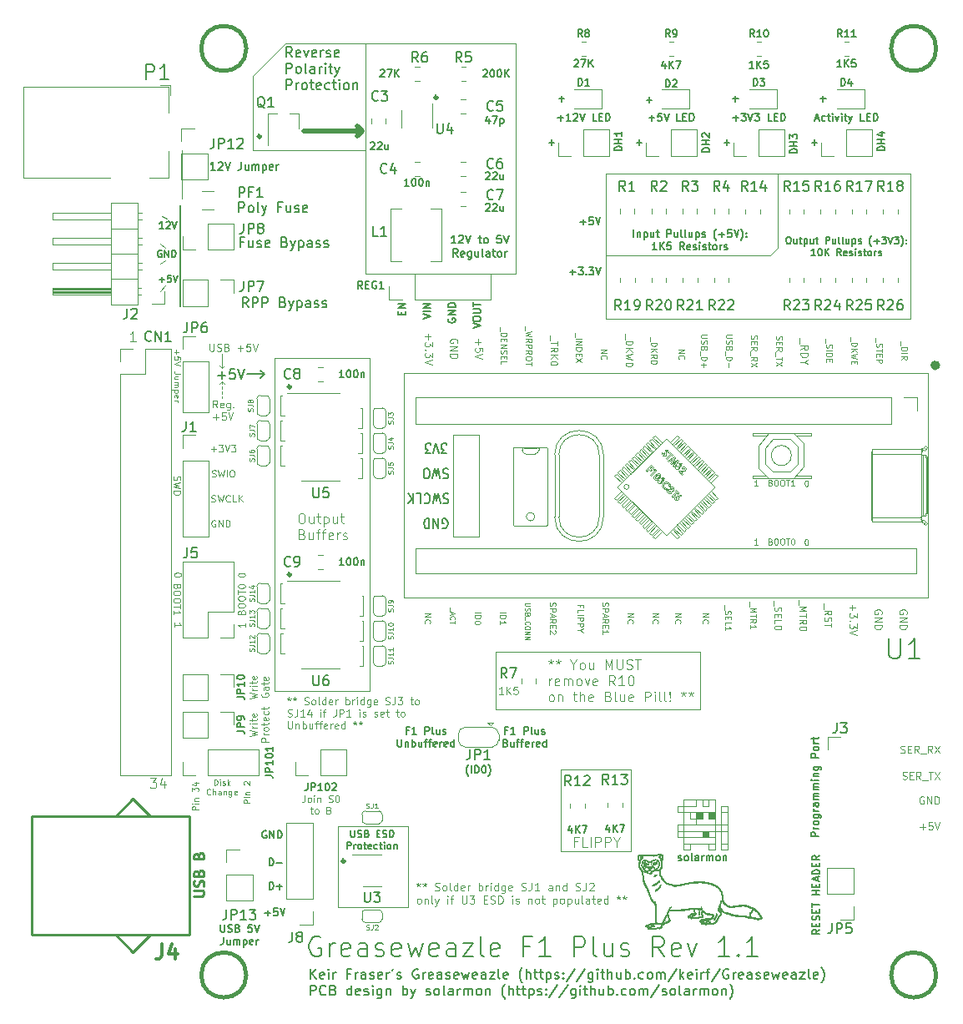
<source format=gbr>
G04 #@! TF.GenerationSoftware,KiCad,Pcbnew,(5.1.9)-1*
G04 #@! TF.CreationDate,2021-09-13T16:43:51+01:00*
G04 #@! TF.ProjectId,Greaseweazle F1 Plus Rev 1.1,47726561-7365-4776-9561-7a6c65204631,1*
G04 #@! TF.SameCoordinates,PX6312cb0PY6bcb370*
G04 #@! TF.FileFunction,Legend,Top*
G04 #@! TF.FilePolarity,Positive*
%FSLAX46Y46*%
G04 Gerber Fmt 4.6, Leading zero omitted, Abs format (unit mm)*
G04 Created by KiCad (PCBNEW (5.1.9)-1) date 2021-09-13 16:43:51*
%MOMM*%
%LPD*%
G01*
G04 APERTURE LIST*
%ADD10C,0.150000*%
%ADD11C,0.100000*%
%ADD12C,0.125000*%
%ADD13C,0.187500*%
%ADD14C,0.120000*%
%ADD15C,0.300000*%
%ADD16C,0.600000*%
%ADD17C,0.500000*%
%ADD18C,0.200000*%
%ADD19C,0.381000*%
%ADD20C,0.010000*%
%ADD21C,0.254000*%
%ADD22C,0.304800*%
%ADD23C,0.250000*%
G04 APERTURE END LIST*
D10*
X7429571Y-6991000D02*
X7358142Y-6955285D01*
X7251000Y-6955285D01*
X7143857Y-6991000D01*
X7072428Y-7062428D01*
X7036714Y-7133857D01*
X7001000Y-7276714D01*
X7001000Y-7383857D01*
X7036714Y-7526714D01*
X7072428Y-7598142D01*
X7143857Y-7669571D01*
X7251000Y-7705285D01*
X7322428Y-7705285D01*
X7429571Y-7669571D01*
X7465285Y-7633857D01*
X7465285Y-7383857D01*
X7322428Y-7383857D01*
X7786714Y-7705285D02*
X7786714Y-6955285D01*
X8215285Y-7705285D01*
X8215285Y-6955285D01*
X8572428Y-7705285D02*
X8572428Y-6955285D01*
X8751000Y-6955285D01*
X8858142Y-6991000D01*
X8929571Y-7062428D01*
X8965285Y-7133857D01*
X9001000Y-7276714D01*
X9001000Y-7383857D01*
X8965285Y-7526714D01*
X8929571Y-7598142D01*
X8858142Y-7669571D01*
X8751000Y-7705285D01*
X8572428Y-7705285D01*
X7721285Y-10499285D02*
X7721285Y-9749285D01*
X7899857Y-9749285D01*
X8007000Y-9785000D01*
X8078428Y-9856428D01*
X8114142Y-9927857D01*
X8149857Y-10070714D01*
X8149857Y-10177857D01*
X8114142Y-10320714D01*
X8078428Y-10392142D01*
X8007000Y-10463571D01*
X7899857Y-10499285D01*
X7721285Y-10499285D01*
X8471285Y-10213571D02*
X9042714Y-10213571D01*
X7721285Y-12912285D02*
X7721285Y-12162285D01*
X7899857Y-12162285D01*
X8007000Y-12198000D01*
X8078428Y-12269428D01*
X8114142Y-12340857D01*
X8149857Y-12483714D01*
X8149857Y-12590857D01*
X8114142Y-12733714D01*
X8078428Y-12805142D01*
X8007000Y-12876571D01*
X7899857Y-12912285D01*
X7721285Y-12912285D01*
X8471285Y-12626571D02*
X9042714Y-12626571D01*
X8757000Y-12912285D02*
X8757000Y-12340857D01*
X2788285Y-16477785D02*
X2788285Y-17084928D01*
X2824000Y-17156357D01*
X2859714Y-17192071D01*
X2931142Y-17227785D01*
X3074000Y-17227785D01*
X3145428Y-17192071D01*
X3181142Y-17156357D01*
X3216857Y-17084928D01*
X3216857Y-16477785D01*
X3538285Y-17192071D02*
X3645428Y-17227785D01*
X3824000Y-17227785D01*
X3895428Y-17192071D01*
X3931142Y-17156357D01*
X3966857Y-17084928D01*
X3966857Y-17013500D01*
X3931142Y-16942071D01*
X3895428Y-16906357D01*
X3824000Y-16870642D01*
X3681142Y-16834928D01*
X3609714Y-16799214D01*
X3574000Y-16763500D01*
X3538285Y-16692071D01*
X3538285Y-16620642D01*
X3574000Y-16549214D01*
X3609714Y-16513500D01*
X3681142Y-16477785D01*
X3859714Y-16477785D01*
X3966857Y-16513500D01*
X4538285Y-16834928D02*
X4645428Y-16870642D01*
X4681142Y-16906357D01*
X4716857Y-16977785D01*
X4716857Y-17084928D01*
X4681142Y-17156357D01*
X4645428Y-17192071D01*
X4574000Y-17227785D01*
X4288285Y-17227785D01*
X4288285Y-16477785D01*
X4538285Y-16477785D01*
X4609714Y-16513500D01*
X4645428Y-16549214D01*
X4681142Y-16620642D01*
X4681142Y-16692071D01*
X4645428Y-16763500D01*
X4609714Y-16799214D01*
X4538285Y-16834928D01*
X4288285Y-16834928D01*
X5966857Y-16477785D02*
X5609714Y-16477785D01*
X5574000Y-16834928D01*
X5609714Y-16799214D01*
X5681142Y-16763500D01*
X5859714Y-16763500D01*
X5931142Y-16799214D01*
X5966857Y-16834928D01*
X6002571Y-16906357D01*
X6002571Y-17084928D01*
X5966857Y-17156357D01*
X5931142Y-17192071D01*
X5859714Y-17227785D01*
X5681142Y-17227785D01*
X5609714Y-17192071D01*
X5574000Y-17156357D01*
X6216857Y-16477785D02*
X6466857Y-17227785D01*
X6716857Y-16477785D01*
X3074000Y-17752785D02*
X3074000Y-18288500D01*
X3038285Y-18395642D01*
X2966857Y-18467071D01*
X2859714Y-18502785D01*
X2788285Y-18502785D01*
X3752571Y-18002785D02*
X3752571Y-18502785D01*
X3431142Y-18002785D02*
X3431142Y-18395642D01*
X3466857Y-18467071D01*
X3538285Y-18502785D01*
X3645428Y-18502785D01*
X3716857Y-18467071D01*
X3752571Y-18431357D01*
X4109714Y-18502785D02*
X4109714Y-18002785D01*
X4109714Y-18074214D02*
X4145428Y-18038500D01*
X4216857Y-18002785D01*
X4324000Y-18002785D01*
X4395428Y-18038500D01*
X4431142Y-18109928D01*
X4431142Y-18502785D01*
X4431142Y-18109928D02*
X4466857Y-18038500D01*
X4538285Y-18002785D01*
X4645428Y-18002785D01*
X4716857Y-18038500D01*
X4752571Y-18109928D01*
X4752571Y-18502785D01*
X5109714Y-18002785D02*
X5109714Y-18752785D01*
X5109714Y-18038500D02*
X5181142Y-18002785D01*
X5324000Y-18002785D01*
X5395428Y-18038500D01*
X5431142Y-18074214D01*
X5466857Y-18145642D01*
X5466857Y-18359928D01*
X5431142Y-18431357D01*
X5395428Y-18467071D01*
X5324000Y-18502785D01*
X5181142Y-18502785D01*
X5109714Y-18467071D01*
X6074000Y-18467071D02*
X6002571Y-18502785D01*
X5859714Y-18502785D01*
X5788285Y-18467071D01*
X5752571Y-18395642D01*
X5752571Y-18109928D01*
X5788285Y-18038500D01*
X5859714Y-18002785D01*
X6002571Y-18002785D01*
X6074000Y-18038500D01*
X6109714Y-18109928D01*
X6109714Y-18181357D01*
X5752571Y-18252785D01*
X6431142Y-18502785D02*
X6431142Y-18002785D01*
X6431142Y-18145642D02*
X6466857Y-18074214D01*
X6502571Y-18038500D01*
X6574000Y-18002785D01*
X6645428Y-18002785D01*
X28418285Y44017572D02*
X29168285Y44267572D01*
X28418285Y44517572D01*
X28418285Y44910429D02*
X28418285Y45053286D01*
X28454000Y45124715D01*
X28525428Y45196143D01*
X28668285Y45231858D01*
X28918285Y45231858D01*
X29061142Y45196143D01*
X29132571Y45124715D01*
X29168285Y45053286D01*
X29168285Y44910429D01*
X29132571Y44839000D01*
X29061142Y44767572D01*
X28918285Y44731858D01*
X28668285Y44731858D01*
X28525428Y44767572D01*
X28454000Y44839000D01*
X28418285Y44910429D01*
X28418285Y45553286D02*
X29025428Y45553286D01*
X29096857Y45589000D01*
X29132571Y45624715D01*
X29168285Y45696143D01*
X29168285Y45839000D01*
X29132571Y45910429D01*
X29096857Y45946143D01*
X29025428Y45981858D01*
X28418285Y45981858D01*
X28418285Y46231858D02*
X28418285Y46660429D01*
X29168285Y46446143D02*
X28418285Y46446143D01*
X25914000Y45021572D02*
X25878285Y44950143D01*
X25878285Y44843000D01*
X25914000Y44735858D01*
X25985428Y44664429D01*
X26056857Y44628715D01*
X26199714Y44593000D01*
X26306857Y44593000D01*
X26449714Y44628715D01*
X26521142Y44664429D01*
X26592571Y44735858D01*
X26628285Y44843000D01*
X26628285Y44914429D01*
X26592571Y45021572D01*
X26556857Y45057286D01*
X26306857Y45057286D01*
X26306857Y44914429D01*
X26628285Y45378715D02*
X25878285Y45378715D01*
X26628285Y45807286D01*
X25878285Y45807286D01*
X26628285Y46164429D02*
X25878285Y46164429D01*
X25878285Y46343000D01*
X25914000Y46450143D01*
X25985428Y46521572D01*
X26056857Y46557286D01*
X26199714Y46593000D01*
X26306857Y46593000D01*
X26449714Y46557286D01*
X26521142Y46521572D01*
X26592571Y46450143D01*
X26628285Y46343000D01*
X26628285Y46164429D01*
X23338285Y44991858D02*
X24088285Y45241858D01*
X23338285Y45491858D01*
X24088285Y45741858D02*
X23338285Y45741858D01*
X24088285Y46099001D02*
X23338285Y46099001D01*
X24088285Y46527572D01*
X23338285Y46527572D01*
X21155428Y45420429D02*
X21155428Y45670429D01*
X21548285Y45777572D02*
X21548285Y45420429D01*
X20798285Y45420429D01*
X20798285Y45777572D01*
X21548285Y46099000D02*
X20798285Y46099000D01*
X21548285Y46527572D01*
X20798285Y46527572D01*
D11*
X2135285Y-2311428D02*
X2135285Y-1711428D01*
X2278142Y-1711428D01*
X2363857Y-1740000D01*
X2421000Y-1797142D01*
X2449571Y-1854285D01*
X2478142Y-1968571D01*
X2478142Y-2054285D01*
X2449571Y-2168571D01*
X2421000Y-2225714D01*
X2363857Y-2282857D01*
X2278142Y-2311428D01*
X2135285Y-2311428D01*
X2735285Y-2311428D02*
X2735285Y-1911428D01*
X2735285Y-1711428D02*
X2706714Y-1740000D01*
X2735285Y-1768571D01*
X2763857Y-1740000D01*
X2735285Y-1711428D01*
X2735285Y-1768571D01*
X2992428Y-2282857D02*
X3049571Y-2311428D01*
X3163857Y-2311428D01*
X3221000Y-2282857D01*
X3249571Y-2225714D01*
X3249571Y-2197142D01*
X3221000Y-2140000D01*
X3163857Y-2111428D01*
X3078142Y-2111428D01*
X3021000Y-2082857D01*
X2992428Y-2025714D01*
X2992428Y-1997142D01*
X3021000Y-1940000D01*
X3078142Y-1911428D01*
X3163857Y-1911428D01*
X3221000Y-1940000D01*
X3506714Y-2311428D02*
X3506714Y-1711428D01*
X3563857Y-2082857D02*
X3735285Y-2311428D01*
X3735285Y-1911428D02*
X3506714Y-2140000D01*
X1763857Y-3254285D02*
X1735285Y-3282857D01*
X1649571Y-3311428D01*
X1592428Y-3311428D01*
X1506714Y-3282857D01*
X1449571Y-3225714D01*
X1421000Y-3168571D01*
X1392428Y-3054285D01*
X1392428Y-2968571D01*
X1421000Y-2854285D01*
X1449571Y-2797142D01*
X1506714Y-2740000D01*
X1592428Y-2711428D01*
X1649571Y-2711428D01*
X1735285Y-2740000D01*
X1763857Y-2768571D01*
X2021000Y-3311428D02*
X2021000Y-2711428D01*
X2278142Y-3311428D02*
X2278142Y-2997142D01*
X2249571Y-2940000D01*
X2192428Y-2911428D01*
X2106714Y-2911428D01*
X2049571Y-2940000D01*
X2021000Y-2968571D01*
X2821000Y-3311428D02*
X2821000Y-2997142D01*
X2792428Y-2940000D01*
X2735285Y-2911428D01*
X2621000Y-2911428D01*
X2563857Y-2940000D01*
X2821000Y-3282857D02*
X2763857Y-3311428D01*
X2621000Y-3311428D01*
X2563857Y-3282857D01*
X2535285Y-3225714D01*
X2535285Y-3168571D01*
X2563857Y-3111428D01*
X2621000Y-3082857D01*
X2763857Y-3082857D01*
X2821000Y-3054285D01*
X3106714Y-2911428D02*
X3106714Y-3311428D01*
X3106714Y-2968571D02*
X3135285Y-2940000D01*
X3192428Y-2911428D01*
X3278142Y-2911428D01*
X3335285Y-2940000D01*
X3363857Y-2997142D01*
X3363857Y-3311428D01*
X3906714Y-2911428D02*
X3906714Y-3397142D01*
X3878142Y-3454285D01*
X3849571Y-3482857D01*
X3792428Y-3511428D01*
X3706714Y-3511428D01*
X3649571Y-3482857D01*
X3906714Y-3282857D02*
X3849571Y-3311428D01*
X3735285Y-3311428D01*
X3678142Y-3282857D01*
X3649571Y-3254285D01*
X3621000Y-3197142D01*
X3621000Y-3025714D01*
X3649571Y-2968571D01*
X3678142Y-2940000D01*
X3735285Y-2911428D01*
X3849571Y-2911428D01*
X3906714Y-2940000D01*
X4421000Y-3282857D02*
X4363857Y-3311428D01*
X4249571Y-3311428D01*
X4192428Y-3282857D01*
X4163857Y-3225714D01*
X4163857Y-2997142D01*
X4192428Y-2940000D01*
X4249571Y-2911428D01*
X4363857Y-2911428D01*
X4421000Y-2940000D01*
X4449571Y-2997142D01*
X4449571Y-3054285D01*
X4163857Y-3111428D01*
X525428Y-4800428D02*
X-74572Y-4800428D01*
X-74572Y-4571857D01*
X-46000Y-4514714D01*
X-17429Y-4486142D01*
X39714Y-4457571D01*
X125428Y-4457571D01*
X182571Y-4486142D01*
X211142Y-4514714D01*
X239714Y-4571857D01*
X239714Y-4800428D01*
X525428Y-4200428D02*
X125428Y-4200428D01*
X-74572Y-4200428D02*
X-46000Y-4229000D01*
X-17429Y-4200428D01*
X-46000Y-4171857D01*
X-74572Y-4200428D01*
X-17429Y-4200428D01*
X125428Y-3914714D02*
X525428Y-3914714D01*
X182571Y-3914714D02*
X154000Y-3886142D01*
X125428Y-3829000D01*
X125428Y-3743285D01*
X154000Y-3686142D01*
X211142Y-3657571D01*
X525428Y-3657571D01*
X-74572Y-2971857D02*
X-74572Y-2600428D01*
X154000Y-2800428D01*
X154000Y-2714714D01*
X182571Y-2657571D01*
X211142Y-2629000D01*
X268285Y-2600428D01*
X411142Y-2600428D01*
X468285Y-2629000D01*
X496857Y-2657571D01*
X525428Y-2714714D01*
X525428Y-2886142D01*
X496857Y-2943285D01*
X468285Y-2971857D01*
X125428Y-2086142D02*
X525428Y-2086142D01*
X-103143Y-2229000D02*
X325428Y-2371857D01*
X325428Y-2000428D01*
D12*
X11320666Y-3347166D02*
X11320666Y-3847166D01*
X11287333Y-3947166D01*
X11220666Y-4013833D01*
X11120666Y-4047166D01*
X11054000Y-4047166D01*
X11754000Y-4047166D02*
X11687333Y-4013833D01*
X11654000Y-3980500D01*
X11620666Y-3913833D01*
X11620666Y-3713833D01*
X11654000Y-3647166D01*
X11687333Y-3613833D01*
X11754000Y-3580500D01*
X11854000Y-3580500D01*
X11920666Y-3613833D01*
X11954000Y-3647166D01*
X11987333Y-3713833D01*
X11987333Y-3913833D01*
X11954000Y-3980500D01*
X11920666Y-4013833D01*
X11854000Y-4047166D01*
X11754000Y-4047166D01*
X12287333Y-4047166D02*
X12287333Y-3580500D01*
X12287333Y-3347166D02*
X12254000Y-3380500D01*
X12287333Y-3413833D01*
X12320666Y-3380500D01*
X12287333Y-3347166D01*
X12287333Y-3413833D01*
X12620666Y-3580500D02*
X12620666Y-4047166D01*
X12620666Y-3647166D02*
X12654000Y-3613833D01*
X12720666Y-3580500D01*
X12820666Y-3580500D01*
X12887333Y-3613833D01*
X12920666Y-3680500D01*
X12920666Y-4047166D01*
X13754000Y-4013833D02*
X13854000Y-4047166D01*
X14020666Y-4047166D01*
X14087333Y-4013833D01*
X14120666Y-3980500D01*
X14154000Y-3913833D01*
X14154000Y-3847166D01*
X14120666Y-3780500D01*
X14087333Y-3747166D01*
X14020666Y-3713833D01*
X13887333Y-3680500D01*
X13820666Y-3647166D01*
X13787333Y-3613833D01*
X13754000Y-3547166D01*
X13754000Y-3480500D01*
X13787333Y-3413833D01*
X13820666Y-3380500D01*
X13887333Y-3347166D01*
X14054000Y-3347166D01*
X14154000Y-3380500D01*
X14587333Y-3347166D02*
X14654000Y-3347166D01*
X14720666Y-3380500D01*
X14754000Y-3413833D01*
X14787333Y-3480500D01*
X14820666Y-3613833D01*
X14820666Y-3780500D01*
X14787333Y-3913833D01*
X14754000Y-3980500D01*
X14720666Y-4013833D01*
X14654000Y-4047166D01*
X14587333Y-4047166D01*
X14520666Y-4013833D01*
X14487333Y-3980500D01*
X14454000Y-3913833D01*
X14420666Y-3780500D01*
X14420666Y-3613833D01*
X14454000Y-3480500D01*
X14487333Y-3413833D01*
X14520666Y-3380500D01*
X14587333Y-3347166D01*
X11887333Y-4755500D02*
X12154000Y-4755500D01*
X11987333Y-4522166D02*
X11987333Y-5122166D01*
X12020666Y-5188833D01*
X12087333Y-5222166D01*
X12154000Y-5222166D01*
X12487333Y-5222166D02*
X12420666Y-5188833D01*
X12387333Y-5155500D01*
X12354000Y-5088833D01*
X12354000Y-4888833D01*
X12387333Y-4822166D01*
X12420666Y-4788833D01*
X12487333Y-4755500D01*
X12587333Y-4755500D01*
X12654000Y-4788833D01*
X12687333Y-4822166D01*
X12720666Y-4888833D01*
X12720666Y-5088833D01*
X12687333Y-5155500D01*
X12654000Y-5188833D01*
X12587333Y-5222166D01*
X12487333Y-5222166D01*
X13787333Y-4855500D02*
X13887333Y-4888833D01*
X13920666Y-4922166D01*
X13954000Y-4988833D01*
X13954000Y-5088833D01*
X13920666Y-5155500D01*
X13887333Y-5188833D01*
X13820666Y-5222166D01*
X13554000Y-5222166D01*
X13554000Y-4522166D01*
X13787333Y-4522166D01*
X13854000Y-4555500D01*
X13887333Y-4588833D01*
X13920666Y-4655500D01*
X13920666Y-4722166D01*
X13887333Y-4788833D01*
X13854000Y-4822166D01*
X13787333Y-4855500D01*
X13554000Y-4855500D01*
D11*
X5732428Y-4133714D02*
X5132428Y-4133714D01*
X5132428Y-3905142D01*
X5161000Y-3848000D01*
X5189571Y-3819428D01*
X5246714Y-3790857D01*
X5332428Y-3790857D01*
X5389571Y-3819428D01*
X5418142Y-3848000D01*
X5446714Y-3905142D01*
X5446714Y-4133714D01*
X5732428Y-3533714D02*
X5332428Y-3533714D01*
X5132428Y-3533714D02*
X5161000Y-3562285D01*
X5189571Y-3533714D01*
X5161000Y-3505142D01*
X5132428Y-3533714D01*
X5189571Y-3533714D01*
X5332428Y-3248000D02*
X5732428Y-3248000D01*
X5389571Y-3248000D02*
X5361000Y-3219428D01*
X5332428Y-3162285D01*
X5332428Y-3076571D01*
X5361000Y-3019428D01*
X5418142Y-2990857D01*
X5732428Y-2990857D01*
X5189571Y-2276571D02*
X5161000Y-2248000D01*
X5132428Y-2190857D01*
X5132428Y-2048000D01*
X5161000Y-1990857D01*
X5189571Y-1962285D01*
X5246714Y-1933714D01*
X5303857Y-1933714D01*
X5389571Y-1962285D01*
X5732428Y-2305142D01*
X5732428Y-1933714D01*
D10*
X27938142Y-1387000D02*
X27902428Y-1351285D01*
X27831000Y-1244142D01*
X27795285Y-1172714D01*
X27759571Y-1065571D01*
X27723857Y-887000D01*
X27723857Y-744142D01*
X27759571Y-565571D01*
X27795285Y-458428D01*
X27831000Y-387000D01*
X27902428Y-279857D01*
X27938142Y-244142D01*
X28223857Y-1101285D02*
X28223857Y-351285D01*
X28581000Y-1101285D02*
X28581000Y-351285D01*
X28759571Y-351285D01*
X28866714Y-387000D01*
X28938142Y-458428D01*
X28973857Y-529857D01*
X29009571Y-672714D01*
X29009571Y-779857D01*
X28973857Y-922714D01*
X28938142Y-994142D01*
X28866714Y-1065571D01*
X28759571Y-1101285D01*
X28581000Y-1101285D01*
X29473857Y-351285D02*
X29545285Y-351285D01*
X29616714Y-387000D01*
X29652428Y-422714D01*
X29688142Y-494142D01*
X29723857Y-637000D01*
X29723857Y-815571D01*
X29688142Y-958428D01*
X29652428Y-1029857D01*
X29616714Y-1065571D01*
X29545285Y-1101285D01*
X29473857Y-1101285D01*
X29402428Y-1065571D01*
X29366714Y-1029857D01*
X29331000Y-958428D01*
X29295285Y-815571D01*
X29295285Y-637000D01*
X29331000Y-494142D01*
X29366714Y-422714D01*
X29402428Y-387000D01*
X29473857Y-351285D01*
X29973857Y-1387000D02*
X30009571Y-1351285D01*
X30081000Y-1244142D01*
X30116714Y-1172714D01*
X30152428Y-1065571D01*
X30188142Y-887000D01*
X30188142Y-744142D01*
X30152428Y-565571D01*
X30116714Y-458428D01*
X30081000Y-387000D01*
X30009571Y-279857D01*
X29973857Y-244142D01*
X21872000Y3231072D02*
X21622000Y3231072D01*
X21622000Y2838215D02*
X21622000Y3588215D01*
X21979142Y3588215D01*
X22657714Y2838215D02*
X22229142Y2838215D01*
X22443428Y2838215D02*
X22443428Y3588215D01*
X22372000Y3481072D01*
X22300571Y3409643D01*
X22229142Y3373929D01*
X23550571Y2838215D02*
X23550571Y3588215D01*
X23836285Y3588215D01*
X23907714Y3552500D01*
X23943428Y3516786D01*
X23979142Y3445358D01*
X23979142Y3338215D01*
X23943428Y3266786D01*
X23907714Y3231072D01*
X23836285Y3195358D01*
X23550571Y3195358D01*
X24407714Y2838215D02*
X24336285Y2873929D01*
X24300571Y2945358D01*
X24300571Y3588215D01*
X25014857Y3338215D02*
X25014857Y2838215D01*
X24693428Y3338215D02*
X24693428Y2945358D01*
X24729142Y2873929D01*
X24800571Y2838215D01*
X24907714Y2838215D01*
X24979142Y2873929D01*
X25014857Y2909643D01*
X25336285Y2873929D02*
X25407714Y2838215D01*
X25550571Y2838215D01*
X25622000Y2873929D01*
X25657714Y2945358D01*
X25657714Y2981072D01*
X25622000Y3052500D01*
X25550571Y3088215D01*
X25443428Y3088215D01*
X25372000Y3123929D01*
X25336285Y3195358D01*
X25336285Y3231072D01*
X25372000Y3302500D01*
X25443428Y3338215D01*
X25550571Y3338215D01*
X25622000Y3302500D01*
X20747000Y2313215D02*
X20747000Y1706072D01*
X20782714Y1634643D01*
X20818428Y1598929D01*
X20889857Y1563215D01*
X21032714Y1563215D01*
X21104142Y1598929D01*
X21139857Y1634643D01*
X21175571Y1706072D01*
X21175571Y2313215D01*
X21532714Y2063215D02*
X21532714Y1563215D01*
X21532714Y1991786D02*
X21568428Y2027500D01*
X21639857Y2063215D01*
X21747000Y2063215D01*
X21818428Y2027500D01*
X21854142Y1956072D01*
X21854142Y1563215D01*
X22211285Y1563215D02*
X22211285Y2313215D01*
X22211285Y2027500D02*
X22282714Y2063215D01*
X22425571Y2063215D01*
X22497000Y2027500D01*
X22532714Y1991786D01*
X22568428Y1920358D01*
X22568428Y1706072D01*
X22532714Y1634643D01*
X22497000Y1598929D01*
X22425571Y1563215D01*
X22282714Y1563215D01*
X22211285Y1598929D01*
X23211285Y2063215D02*
X23211285Y1563215D01*
X22889857Y2063215D02*
X22889857Y1670358D01*
X22925571Y1598929D01*
X22997000Y1563215D01*
X23104142Y1563215D01*
X23175571Y1598929D01*
X23211285Y1634643D01*
X23461285Y2063215D02*
X23747000Y2063215D01*
X23568428Y1563215D02*
X23568428Y2206072D01*
X23604142Y2277500D01*
X23675571Y2313215D01*
X23747000Y2313215D01*
X23889857Y2063215D02*
X24175571Y2063215D01*
X23997000Y1563215D02*
X23997000Y2206072D01*
X24032714Y2277500D01*
X24104142Y2313215D01*
X24175571Y2313215D01*
X24711285Y1598929D02*
X24639857Y1563215D01*
X24497000Y1563215D01*
X24425571Y1598929D01*
X24389857Y1670358D01*
X24389857Y1956072D01*
X24425571Y2027500D01*
X24497000Y2063215D01*
X24639857Y2063215D01*
X24711285Y2027500D01*
X24747000Y1956072D01*
X24747000Y1884643D01*
X24389857Y1813215D01*
X25068428Y1563215D02*
X25068428Y2063215D01*
X25068428Y1920358D02*
X25104142Y1991786D01*
X25139857Y2027500D01*
X25211285Y2063215D01*
X25282714Y2063215D01*
X25818428Y1598929D02*
X25747000Y1563215D01*
X25604142Y1563215D01*
X25532714Y1598929D01*
X25497000Y1670358D01*
X25497000Y1956072D01*
X25532714Y2027500D01*
X25604142Y2063215D01*
X25747000Y2063215D01*
X25818428Y2027500D01*
X25854142Y1956072D01*
X25854142Y1884643D01*
X25497000Y1813215D01*
X26497000Y1563215D02*
X26497000Y2313215D01*
X26497000Y1598929D02*
X26425571Y1563215D01*
X26282714Y1563215D01*
X26211285Y1598929D01*
X26175571Y1634643D01*
X26139857Y1706072D01*
X26139857Y1920358D01*
X26175571Y1991786D01*
X26211285Y2027500D01*
X26282714Y2063215D01*
X26425571Y2063215D01*
X26497000Y2027500D01*
X31905000Y3231072D02*
X31655000Y3231072D01*
X31655000Y2838215D02*
X31655000Y3588215D01*
X32012142Y3588215D01*
X32690714Y2838215D02*
X32262142Y2838215D01*
X32476428Y2838215D02*
X32476428Y3588215D01*
X32405000Y3481072D01*
X32333571Y3409643D01*
X32262142Y3373929D01*
X33583571Y2838215D02*
X33583571Y3588215D01*
X33869285Y3588215D01*
X33940714Y3552500D01*
X33976428Y3516786D01*
X34012142Y3445358D01*
X34012142Y3338215D01*
X33976428Y3266786D01*
X33940714Y3231072D01*
X33869285Y3195358D01*
X33583571Y3195358D01*
X34440714Y2838215D02*
X34369285Y2873929D01*
X34333571Y2945358D01*
X34333571Y3588215D01*
X35047857Y3338215D02*
X35047857Y2838215D01*
X34726428Y3338215D02*
X34726428Y2945358D01*
X34762142Y2873929D01*
X34833571Y2838215D01*
X34940714Y2838215D01*
X35012142Y2873929D01*
X35047857Y2909643D01*
X35369285Y2873929D02*
X35440714Y2838215D01*
X35583571Y2838215D01*
X35655000Y2873929D01*
X35690714Y2945358D01*
X35690714Y2981072D01*
X35655000Y3052500D01*
X35583571Y3088215D01*
X35476428Y3088215D01*
X35405000Y3123929D01*
X35369285Y3195358D01*
X35369285Y3231072D01*
X35405000Y3302500D01*
X35476428Y3338215D01*
X35583571Y3338215D01*
X35655000Y3302500D01*
X31726428Y1956072D02*
X31833571Y1920358D01*
X31869285Y1884643D01*
X31905000Y1813215D01*
X31905000Y1706072D01*
X31869285Y1634643D01*
X31833571Y1598929D01*
X31762142Y1563215D01*
X31476428Y1563215D01*
X31476428Y2313215D01*
X31726428Y2313215D01*
X31797857Y2277500D01*
X31833571Y2241786D01*
X31869285Y2170358D01*
X31869285Y2098929D01*
X31833571Y2027500D01*
X31797857Y1991786D01*
X31726428Y1956072D01*
X31476428Y1956072D01*
X32547857Y2063215D02*
X32547857Y1563215D01*
X32226428Y2063215D02*
X32226428Y1670358D01*
X32262142Y1598929D01*
X32333571Y1563215D01*
X32440714Y1563215D01*
X32512142Y1598929D01*
X32547857Y1634643D01*
X32797857Y2063215D02*
X33083571Y2063215D01*
X32905000Y1563215D02*
X32905000Y2206072D01*
X32940714Y2277500D01*
X33012142Y2313215D01*
X33083571Y2313215D01*
X33226428Y2063215D02*
X33512142Y2063215D01*
X33333571Y1563215D02*
X33333571Y2206072D01*
X33369285Y2277500D01*
X33440714Y2313215D01*
X33512142Y2313215D01*
X34047857Y1598929D02*
X33976428Y1563215D01*
X33833571Y1563215D01*
X33762142Y1598929D01*
X33726428Y1670358D01*
X33726428Y1956072D01*
X33762142Y2027500D01*
X33833571Y2063215D01*
X33976428Y2063215D01*
X34047857Y2027500D01*
X34083571Y1956072D01*
X34083571Y1884643D01*
X33726428Y1813215D01*
X34405000Y1563215D02*
X34405000Y2063215D01*
X34405000Y1920358D02*
X34440714Y1991786D01*
X34476428Y2027500D01*
X34547857Y2063215D01*
X34619285Y2063215D01*
X35155000Y1598929D02*
X35083571Y1563215D01*
X34940714Y1563215D01*
X34869285Y1598929D01*
X34833571Y1670358D01*
X34833571Y1956072D01*
X34869285Y2027500D01*
X34940714Y2063215D01*
X35083571Y2063215D01*
X35155000Y2027500D01*
X35190714Y1956072D01*
X35190714Y1884643D01*
X34833571Y1813215D01*
X35833571Y1563215D02*
X35833571Y2313215D01*
X35833571Y1598929D02*
X35762142Y1563215D01*
X35619285Y1563215D01*
X35547857Y1598929D01*
X35512142Y1634643D01*
X35476428Y1706072D01*
X35476428Y1920358D01*
X35512142Y1991786D01*
X35547857Y2027500D01*
X35619285Y2063215D01*
X35762142Y2063215D01*
X35833571Y2027500D01*
D13*
X63045571Y62579286D02*
X63045571Y63150715D01*
X63331285Y62865000D02*
X62759857Y62865000D01*
X54155571Y62579286D02*
X54155571Y63150715D01*
X54441285Y62865000D02*
X53869857Y62865000D01*
X45265571Y62579286D02*
X45265571Y63150715D01*
X45551285Y62865000D02*
X44979857Y62865000D01*
X36375571Y62579286D02*
X36375571Y63150715D01*
X36661285Y62865000D02*
X36089857Y62865000D01*
D12*
X22865011Y-12234404D02*
X22865011Y-12424880D01*
X22674535Y-12348690D02*
X22865011Y-12424880D01*
X23055488Y-12348690D01*
X22750726Y-12577261D02*
X22865011Y-12424880D01*
X22979297Y-12577261D01*
X23474535Y-12234404D02*
X23474535Y-12424880D01*
X23284059Y-12348690D02*
X23474535Y-12424880D01*
X23665011Y-12348690D01*
X23360250Y-12577261D02*
X23474535Y-12424880D01*
X23588821Y-12577261D01*
X24541202Y-12996309D02*
X24655488Y-13034404D01*
X24845964Y-13034404D01*
X24922154Y-12996309D01*
X24960250Y-12958214D01*
X24998345Y-12882023D01*
X24998345Y-12805833D01*
X24960250Y-12729642D01*
X24922154Y-12691547D01*
X24845964Y-12653452D01*
X24693583Y-12615357D01*
X24617392Y-12577261D01*
X24579297Y-12539166D01*
X24541202Y-12462976D01*
X24541202Y-12386785D01*
X24579297Y-12310595D01*
X24617392Y-12272500D01*
X24693583Y-12234404D01*
X24884059Y-12234404D01*
X24998345Y-12272500D01*
X25455488Y-13034404D02*
X25379297Y-12996309D01*
X25341202Y-12958214D01*
X25303107Y-12882023D01*
X25303107Y-12653452D01*
X25341202Y-12577261D01*
X25379297Y-12539166D01*
X25455488Y-12501071D01*
X25569773Y-12501071D01*
X25645964Y-12539166D01*
X25684059Y-12577261D01*
X25722154Y-12653452D01*
X25722154Y-12882023D01*
X25684059Y-12958214D01*
X25645964Y-12996309D01*
X25569773Y-13034404D01*
X25455488Y-13034404D01*
X26179297Y-13034404D02*
X26103107Y-12996309D01*
X26065011Y-12920119D01*
X26065011Y-12234404D01*
X26826916Y-13034404D02*
X26826916Y-12234404D01*
X26826916Y-12996309D02*
X26750726Y-13034404D01*
X26598345Y-13034404D01*
X26522154Y-12996309D01*
X26484059Y-12958214D01*
X26445964Y-12882023D01*
X26445964Y-12653452D01*
X26484059Y-12577261D01*
X26522154Y-12539166D01*
X26598345Y-12501071D01*
X26750726Y-12501071D01*
X26826916Y-12539166D01*
X27512630Y-12996309D02*
X27436440Y-13034404D01*
X27284059Y-13034404D01*
X27207869Y-12996309D01*
X27169773Y-12920119D01*
X27169773Y-12615357D01*
X27207869Y-12539166D01*
X27284059Y-12501071D01*
X27436440Y-12501071D01*
X27512630Y-12539166D01*
X27550726Y-12615357D01*
X27550726Y-12691547D01*
X27169773Y-12767738D01*
X27893583Y-13034404D02*
X27893583Y-12501071D01*
X27893583Y-12653452D02*
X27931678Y-12577261D01*
X27969773Y-12539166D01*
X28045964Y-12501071D01*
X28122154Y-12501071D01*
X28998345Y-13034404D02*
X28998345Y-12234404D01*
X28998345Y-12539166D02*
X29074535Y-12501071D01*
X29226916Y-12501071D01*
X29303107Y-12539166D01*
X29341202Y-12577261D01*
X29379297Y-12653452D01*
X29379297Y-12882023D01*
X29341202Y-12958214D01*
X29303107Y-12996309D01*
X29226916Y-13034404D01*
X29074535Y-13034404D01*
X28998345Y-12996309D01*
X29722154Y-13034404D02*
X29722154Y-12501071D01*
X29722154Y-12653452D02*
X29760250Y-12577261D01*
X29798345Y-12539166D01*
X29874535Y-12501071D01*
X29950726Y-12501071D01*
X30217392Y-13034404D02*
X30217392Y-12501071D01*
X30217392Y-12234404D02*
X30179297Y-12272500D01*
X30217392Y-12310595D01*
X30255488Y-12272500D01*
X30217392Y-12234404D01*
X30217392Y-12310595D01*
X30941202Y-13034404D02*
X30941202Y-12234404D01*
X30941202Y-12996309D02*
X30865011Y-13034404D01*
X30712630Y-13034404D01*
X30636440Y-12996309D01*
X30598345Y-12958214D01*
X30560250Y-12882023D01*
X30560250Y-12653452D01*
X30598345Y-12577261D01*
X30636440Y-12539166D01*
X30712630Y-12501071D01*
X30865011Y-12501071D01*
X30941202Y-12539166D01*
X31665011Y-12501071D02*
X31665011Y-13148690D01*
X31626916Y-13224880D01*
X31588821Y-13262976D01*
X31512630Y-13301071D01*
X31398345Y-13301071D01*
X31322154Y-13262976D01*
X31665011Y-12996309D02*
X31588821Y-13034404D01*
X31436440Y-13034404D01*
X31360250Y-12996309D01*
X31322154Y-12958214D01*
X31284059Y-12882023D01*
X31284059Y-12653452D01*
X31322154Y-12577261D01*
X31360250Y-12539166D01*
X31436440Y-12501071D01*
X31588821Y-12501071D01*
X31665011Y-12539166D01*
X32350726Y-12996309D02*
X32274535Y-13034404D01*
X32122154Y-13034404D01*
X32045964Y-12996309D01*
X32007869Y-12920119D01*
X32007869Y-12615357D01*
X32045964Y-12539166D01*
X32122154Y-12501071D01*
X32274535Y-12501071D01*
X32350726Y-12539166D01*
X32388821Y-12615357D01*
X32388821Y-12691547D01*
X32007869Y-12767738D01*
X33303107Y-12996309D02*
X33417392Y-13034404D01*
X33607869Y-13034404D01*
X33684059Y-12996309D01*
X33722154Y-12958214D01*
X33760250Y-12882023D01*
X33760250Y-12805833D01*
X33722154Y-12729642D01*
X33684059Y-12691547D01*
X33607869Y-12653452D01*
X33455488Y-12615357D01*
X33379297Y-12577261D01*
X33341202Y-12539166D01*
X33303107Y-12462976D01*
X33303107Y-12386785D01*
X33341202Y-12310595D01*
X33379297Y-12272500D01*
X33455488Y-12234404D01*
X33645964Y-12234404D01*
X33760250Y-12272500D01*
X34331678Y-12234404D02*
X34331678Y-12805833D01*
X34293583Y-12920119D01*
X34217392Y-12996309D01*
X34103107Y-13034404D01*
X34026916Y-13034404D01*
X35131678Y-13034404D02*
X34674535Y-13034404D01*
X34903107Y-13034404D02*
X34903107Y-12234404D01*
X34826916Y-12348690D01*
X34750726Y-12424880D01*
X34674535Y-12462976D01*
X36426916Y-13034404D02*
X36426916Y-12615357D01*
X36388821Y-12539166D01*
X36312630Y-12501071D01*
X36160250Y-12501071D01*
X36084059Y-12539166D01*
X36426916Y-12996309D02*
X36350726Y-13034404D01*
X36160250Y-13034404D01*
X36084059Y-12996309D01*
X36045964Y-12920119D01*
X36045964Y-12843928D01*
X36084059Y-12767738D01*
X36160250Y-12729642D01*
X36350726Y-12729642D01*
X36426916Y-12691547D01*
X36807869Y-12501071D02*
X36807869Y-13034404D01*
X36807869Y-12577261D02*
X36845964Y-12539166D01*
X36922154Y-12501071D01*
X37036440Y-12501071D01*
X37112630Y-12539166D01*
X37150726Y-12615357D01*
X37150726Y-13034404D01*
X37874535Y-13034404D02*
X37874535Y-12234404D01*
X37874535Y-12996309D02*
X37798345Y-13034404D01*
X37645964Y-13034404D01*
X37569773Y-12996309D01*
X37531678Y-12958214D01*
X37493583Y-12882023D01*
X37493583Y-12653452D01*
X37531678Y-12577261D01*
X37569773Y-12539166D01*
X37645964Y-12501071D01*
X37798345Y-12501071D01*
X37874535Y-12539166D01*
X38826916Y-12996309D02*
X38941202Y-13034404D01*
X39131678Y-13034404D01*
X39207869Y-12996309D01*
X39245964Y-12958214D01*
X39284059Y-12882023D01*
X39284059Y-12805833D01*
X39245964Y-12729642D01*
X39207869Y-12691547D01*
X39131678Y-12653452D01*
X38979297Y-12615357D01*
X38903107Y-12577261D01*
X38865011Y-12539166D01*
X38826916Y-12462976D01*
X38826916Y-12386785D01*
X38865011Y-12310595D01*
X38903107Y-12272500D01*
X38979297Y-12234404D01*
X39169773Y-12234404D01*
X39284059Y-12272500D01*
X39855488Y-12234404D02*
X39855488Y-12805833D01*
X39817392Y-12920119D01*
X39741202Y-12996309D01*
X39626916Y-13034404D01*
X39550726Y-13034404D01*
X40198345Y-12310595D02*
X40236440Y-12272500D01*
X40312630Y-12234404D01*
X40503107Y-12234404D01*
X40579297Y-12272500D01*
X40617392Y-12310595D01*
X40655488Y-12386785D01*
X40655488Y-12462976D01*
X40617392Y-12577261D01*
X40160250Y-13034404D01*
X40655488Y-13034404D01*
X22865011Y-14359404D02*
X22788821Y-14321309D01*
X22750726Y-14283214D01*
X22712630Y-14207023D01*
X22712630Y-13978452D01*
X22750726Y-13902261D01*
X22788821Y-13864166D01*
X22865011Y-13826071D01*
X22979297Y-13826071D01*
X23055488Y-13864166D01*
X23093583Y-13902261D01*
X23131678Y-13978452D01*
X23131678Y-14207023D01*
X23093583Y-14283214D01*
X23055488Y-14321309D01*
X22979297Y-14359404D01*
X22865011Y-14359404D01*
X23474535Y-13826071D02*
X23474535Y-14359404D01*
X23474535Y-13902261D02*
X23512630Y-13864166D01*
X23588821Y-13826071D01*
X23703107Y-13826071D01*
X23779297Y-13864166D01*
X23817392Y-13940357D01*
X23817392Y-14359404D01*
X24312630Y-14359404D02*
X24236440Y-14321309D01*
X24198345Y-14245119D01*
X24198345Y-13559404D01*
X24541202Y-13826071D02*
X24731678Y-14359404D01*
X24922154Y-13826071D02*
X24731678Y-14359404D01*
X24655488Y-14549880D01*
X24617392Y-14587976D01*
X24541202Y-14626071D01*
X25836440Y-14359404D02*
X25836440Y-13826071D01*
X25836440Y-13559404D02*
X25798345Y-13597500D01*
X25836440Y-13635595D01*
X25874535Y-13597500D01*
X25836440Y-13559404D01*
X25836440Y-13635595D01*
X26103107Y-13826071D02*
X26407869Y-13826071D01*
X26217392Y-14359404D02*
X26217392Y-13673690D01*
X26255488Y-13597500D01*
X26331678Y-13559404D01*
X26407869Y-13559404D01*
X27284059Y-13559404D02*
X27284059Y-14207023D01*
X27322154Y-14283214D01*
X27360250Y-14321309D01*
X27436440Y-14359404D01*
X27588821Y-14359404D01*
X27665011Y-14321309D01*
X27703107Y-14283214D01*
X27741202Y-14207023D01*
X27741202Y-13559404D01*
X28045964Y-13559404D02*
X28541202Y-13559404D01*
X28274535Y-13864166D01*
X28388821Y-13864166D01*
X28465011Y-13902261D01*
X28503107Y-13940357D01*
X28541202Y-14016547D01*
X28541202Y-14207023D01*
X28503107Y-14283214D01*
X28465011Y-14321309D01*
X28388821Y-14359404D01*
X28160250Y-14359404D01*
X28084059Y-14321309D01*
X28045964Y-14283214D01*
X29493583Y-13940357D02*
X29760250Y-13940357D01*
X29874535Y-14359404D02*
X29493583Y-14359404D01*
X29493583Y-13559404D01*
X29874535Y-13559404D01*
X30179297Y-14321309D02*
X30293583Y-14359404D01*
X30484059Y-14359404D01*
X30560250Y-14321309D01*
X30598345Y-14283214D01*
X30636440Y-14207023D01*
X30636440Y-14130833D01*
X30598345Y-14054642D01*
X30560250Y-14016547D01*
X30484059Y-13978452D01*
X30331678Y-13940357D01*
X30255488Y-13902261D01*
X30217392Y-13864166D01*
X30179297Y-13787976D01*
X30179297Y-13711785D01*
X30217392Y-13635595D01*
X30255488Y-13597500D01*
X30331678Y-13559404D01*
X30522154Y-13559404D01*
X30636440Y-13597500D01*
X30979297Y-14359404D02*
X30979297Y-13559404D01*
X31169773Y-13559404D01*
X31284059Y-13597500D01*
X31360250Y-13673690D01*
X31398345Y-13749880D01*
X31436440Y-13902261D01*
X31436440Y-14016547D01*
X31398345Y-14168928D01*
X31360250Y-14245119D01*
X31284059Y-14321309D01*
X31169773Y-14359404D01*
X30979297Y-14359404D01*
X32388821Y-14359404D02*
X32388821Y-13826071D01*
X32388821Y-13559404D02*
X32350726Y-13597500D01*
X32388821Y-13635595D01*
X32426916Y-13597500D01*
X32388821Y-13559404D01*
X32388821Y-13635595D01*
X32731678Y-14321309D02*
X32807869Y-14359404D01*
X32960250Y-14359404D01*
X33036440Y-14321309D01*
X33074535Y-14245119D01*
X33074535Y-14207023D01*
X33036440Y-14130833D01*
X32960250Y-14092738D01*
X32845964Y-14092738D01*
X32769773Y-14054642D01*
X32731678Y-13978452D01*
X32731678Y-13940357D01*
X32769773Y-13864166D01*
X32845964Y-13826071D01*
X32960250Y-13826071D01*
X33036440Y-13864166D01*
X34026916Y-13826071D02*
X34026916Y-14359404D01*
X34026916Y-13902261D02*
X34065011Y-13864166D01*
X34141202Y-13826071D01*
X34255488Y-13826071D01*
X34331678Y-13864166D01*
X34369773Y-13940357D01*
X34369773Y-14359404D01*
X34865011Y-14359404D02*
X34788821Y-14321309D01*
X34750726Y-14283214D01*
X34712630Y-14207023D01*
X34712630Y-13978452D01*
X34750726Y-13902261D01*
X34788821Y-13864166D01*
X34865011Y-13826071D01*
X34979297Y-13826071D01*
X35055488Y-13864166D01*
X35093583Y-13902261D01*
X35131678Y-13978452D01*
X35131678Y-14207023D01*
X35093583Y-14283214D01*
X35055488Y-14321309D01*
X34979297Y-14359404D01*
X34865011Y-14359404D01*
X35360250Y-13826071D02*
X35665011Y-13826071D01*
X35474535Y-13559404D02*
X35474535Y-14245119D01*
X35512630Y-14321309D01*
X35588821Y-14359404D01*
X35665011Y-14359404D01*
X36541202Y-13826071D02*
X36541202Y-14626071D01*
X36541202Y-13864166D02*
X36617392Y-13826071D01*
X36769773Y-13826071D01*
X36845964Y-13864166D01*
X36884059Y-13902261D01*
X36922154Y-13978452D01*
X36922154Y-14207023D01*
X36884059Y-14283214D01*
X36845964Y-14321309D01*
X36769773Y-14359404D01*
X36617392Y-14359404D01*
X36541202Y-14321309D01*
X37379297Y-14359404D02*
X37303107Y-14321309D01*
X37265011Y-14283214D01*
X37226916Y-14207023D01*
X37226916Y-13978452D01*
X37265011Y-13902261D01*
X37303107Y-13864166D01*
X37379297Y-13826071D01*
X37493583Y-13826071D01*
X37569773Y-13864166D01*
X37607869Y-13902261D01*
X37645964Y-13978452D01*
X37645964Y-14207023D01*
X37607869Y-14283214D01*
X37569773Y-14321309D01*
X37493583Y-14359404D01*
X37379297Y-14359404D01*
X37988821Y-13826071D02*
X37988821Y-14626071D01*
X37988821Y-13864166D02*
X38065011Y-13826071D01*
X38217392Y-13826071D01*
X38293583Y-13864166D01*
X38331678Y-13902261D01*
X38369773Y-13978452D01*
X38369773Y-14207023D01*
X38331678Y-14283214D01*
X38293583Y-14321309D01*
X38217392Y-14359404D01*
X38065011Y-14359404D01*
X37988821Y-14321309D01*
X39055488Y-13826071D02*
X39055488Y-14359404D01*
X38712630Y-13826071D02*
X38712630Y-14245119D01*
X38750726Y-14321309D01*
X38826916Y-14359404D01*
X38941202Y-14359404D01*
X39017392Y-14321309D01*
X39055488Y-14283214D01*
X39550726Y-14359404D02*
X39474535Y-14321309D01*
X39436440Y-14245119D01*
X39436440Y-13559404D01*
X40198345Y-14359404D02*
X40198345Y-13940357D01*
X40160250Y-13864166D01*
X40084059Y-13826071D01*
X39931678Y-13826071D01*
X39855488Y-13864166D01*
X40198345Y-14321309D02*
X40122154Y-14359404D01*
X39931678Y-14359404D01*
X39855488Y-14321309D01*
X39817392Y-14245119D01*
X39817392Y-14168928D01*
X39855488Y-14092738D01*
X39931678Y-14054642D01*
X40122154Y-14054642D01*
X40198345Y-14016547D01*
X40465011Y-13826071D02*
X40769773Y-13826071D01*
X40579297Y-13559404D02*
X40579297Y-14245119D01*
X40617392Y-14321309D01*
X40693583Y-14359404D01*
X40769773Y-14359404D01*
X41341202Y-14321309D02*
X41265011Y-14359404D01*
X41112630Y-14359404D01*
X41036440Y-14321309D01*
X40998345Y-14245119D01*
X40998345Y-13940357D01*
X41036440Y-13864166D01*
X41112630Y-13826071D01*
X41265011Y-13826071D01*
X41341202Y-13864166D01*
X41379297Y-13940357D01*
X41379297Y-14016547D01*
X40998345Y-14092738D01*
X42065011Y-14359404D02*
X42065011Y-13559404D01*
X42065011Y-14321309D02*
X41988821Y-14359404D01*
X41836440Y-14359404D01*
X41760250Y-14321309D01*
X41722154Y-14283214D01*
X41684059Y-14207023D01*
X41684059Y-13978452D01*
X41722154Y-13902261D01*
X41760250Y-13864166D01*
X41836440Y-13826071D01*
X41988821Y-13826071D01*
X42065011Y-13864166D01*
X43169773Y-13559404D02*
X43169773Y-13749880D01*
X42979297Y-13673690D02*
X43169773Y-13749880D01*
X43360250Y-13673690D01*
X43055488Y-13902261D02*
X43169773Y-13749880D01*
X43284059Y-13902261D01*
X43779297Y-13559404D02*
X43779297Y-13749880D01*
X43588821Y-13673690D02*
X43779297Y-13749880D01*
X43969773Y-13673690D01*
X43665011Y-13902261D02*
X43779297Y-13749880D01*
X43893583Y-13902261D01*
D11*
X9748714Y6588715D02*
X9748714Y6410143D01*
X9570142Y6481572D02*
X9748714Y6410143D01*
X9927285Y6481572D01*
X9641571Y6267286D02*
X9748714Y6410143D01*
X9855857Y6267286D01*
X10320142Y6588715D02*
X10320142Y6410143D01*
X10141571Y6481572D02*
X10320142Y6410143D01*
X10498714Y6481572D01*
X10213000Y6267286D02*
X10320142Y6410143D01*
X10427285Y6267286D01*
X11320142Y5874429D02*
X11427285Y5838715D01*
X11605857Y5838715D01*
X11677285Y5874429D01*
X11713000Y5910143D01*
X11748714Y5981572D01*
X11748714Y6053000D01*
X11713000Y6124429D01*
X11677285Y6160143D01*
X11605857Y6195858D01*
X11463000Y6231572D01*
X11391571Y6267286D01*
X11355857Y6303000D01*
X11320142Y6374429D01*
X11320142Y6445858D01*
X11355857Y6517286D01*
X11391571Y6553000D01*
X11463000Y6588715D01*
X11641571Y6588715D01*
X11748714Y6553000D01*
X12177285Y5838715D02*
X12105857Y5874429D01*
X12070142Y5910143D01*
X12034428Y5981572D01*
X12034428Y6195858D01*
X12070142Y6267286D01*
X12105857Y6303000D01*
X12177285Y6338715D01*
X12284428Y6338715D01*
X12355857Y6303000D01*
X12391571Y6267286D01*
X12427285Y6195858D01*
X12427285Y5981572D01*
X12391571Y5910143D01*
X12355857Y5874429D01*
X12284428Y5838715D01*
X12177285Y5838715D01*
X12855857Y5838715D02*
X12784428Y5874429D01*
X12748714Y5945858D01*
X12748714Y6588715D01*
X13463000Y5838715D02*
X13463000Y6588715D01*
X13463000Y5874429D02*
X13391571Y5838715D01*
X13248714Y5838715D01*
X13177285Y5874429D01*
X13141571Y5910143D01*
X13105857Y5981572D01*
X13105857Y6195858D01*
X13141571Y6267286D01*
X13177285Y6303000D01*
X13248714Y6338715D01*
X13391571Y6338715D01*
X13463000Y6303000D01*
X14105857Y5874429D02*
X14034428Y5838715D01*
X13891571Y5838715D01*
X13820142Y5874429D01*
X13784428Y5945858D01*
X13784428Y6231572D01*
X13820142Y6303000D01*
X13891571Y6338715D01*
X14034428Y6338715D01*
X14105857Y6303000D01*
X14141571Y6231572D01*
X14141571Y6160143D01*
X13784428Y6088715D01*
X14463000Y5838715D02*
X14463000Y6338715D01*
X14463000Y6195858D02*
X14498714Y6267286D01*
X14534428Y6303000D01*
X14605857Y6338715D01*
X14677285Y6338715D01*
X15498714Y5838715D02*
X15498714Y6588715D01*
X15498714Y6303000D02*
X15570142Y6338715D01*
X15713000Y6338715D01*
X15784428Y6303000D01*
X15820142Y6267286D01*
X15855857Y6195858D01*
X15855857Y5981572D01*
X15820142Y5910143D01*
X15784428Y5874429D01*
X15713000Y5838715D01*
X15570142Y5838715D01*
X15498714Y5874429D01*
X16177285Y5838715D02*
X16177285Y6338715D01*
X16177285Y6195858D02*
X16213000Y6267286D01*
X16248714Y6303000D01*
X16320142Y6338715D01*
X16391571Y6338715D01*
X16641571Y5838715D02*
X16641571Y6338715D01*
X16641571Y6588715D02*
X16605857Y6553000D01*
X16641571Y6517286D01*
X16677285Y6553000D01*
X16641571Y6588715D01*
X16641571Y6517286D01*
X17320142Y5838715D02*
X17320142Y6588715D01*
X17320142Y5874429D02*
X17248714Y5838715D01*
X17105857Y5838715D01*
X17034428Y5874429D01*
X16998714Y5910143D01*
X16963000Y5981572D01*
X16963000Y6195858D01*
X16998714Y6267286D01*
X17034428Y6303000D01*
X17105857Y6338715D01*
X17248714Y6338715D01*
X17320142Y6303000D01*
X17998714Y6338715D02*
X17998714Y5731572D01*
X17963000Y5660143D01*
X17927285Y5624429D01*
X17855857Y5588715D01*
X17748714Y5588715D01*
X17677285Y5624429D01*
X17998714Y5874429D02*
X17927285Y5838715D01*
X17784428Y5838715D01*
X17713000Y5874429D01*
X17677285Y5910143D01*
X17641571Y5981572D01*
X17641571Y6195858D01*
X17677285Y6267286D01*
X17713000Y6303000D01*
X17784428Y6338715D01*
X17927285Y6338715D01*
X17998714Y6303000D01*
X18641571Y5874429D02*
X18570142Y5838715D01*
X18427285Y5838715D01*
X18355857Y5874429D01*
X18320142Y5945858D01*
X18320142Y6231572D01*
X18355857Y6303000D01*
X18427285Y6338715D01*
X18570142Y6338715D01*
X18641571Y6303000D01*
X18677285Y6231572D01*
X18677285Y6160143D01*
X18320142Y6088715D01*
X19534428Y5874429D02*
X19641571Y5838715D01*
X19820142Y5838715D01*
X19891571Y5874429D01*
X19927285Y5910143D01*
X19963000Y5981572D01*
X19963000Y6053000D01*
X19927285Y6124429D01*
X19891571Y6160143D01*
X19820142Y6195858D01*
X19677285Y6231572D01*
X19605857Y6267286D01*
X19570142Y6303000D01*
X19534428Y6374429D01*
X19534428Y6445858D01*
X19570142Y6517286D01*
X19605857Y6553000D01*
X19677285Y6588715D01*
X19855857Y6588715D01*
X19963000Y6553000D01*
X20498714Y6588715D02*
X20498714Y6053000D01*
X20463000Y5945858D01*
X20391571Y5874429D01*
X20284428Y5838715D01*
X20213000Y5838715D01*
X20784428Y6588715D02*
X21248714Y6588715D01*
X20998714Y6303000D01*
X21105857Y6303000D01*
X21177285Y6267286D01*
X21213000Y6231572D01*
X21248714Y6160143D01*
X21248714Y5981572D01*
X21213000Y5910143D01*
X21177285Y5874429D01*
X21105857Y5838715D01*
X20891571Y5838715D01*
X20820142Y5874429D01*
X20784428Y5910143D01*
X22034428Y6338715D02*
X22320142Y6338715D01*
X22141571Y6588715D02*
X22141571Y5945858D01*
X22177285Y5874429D01*
X22248714Y5838715D01*
X22320142Y5838715D01*
X22677285Y5838715D02*
X22605857Y5874429D01*
X22570142Y5910143D01*
X22534428Y5981572D01*
X22534428Y6195858D01*
X22570142Y6267286D01*
X22605857Y6303000D01*
X22677285Y6338715D01*
X22784428Y6338715D01*
X22855857Y6303000D01*
X22891571Y6267286D01*
X22927285Y6195858D01*
X22927285Y5981572D01*
X22891571Y5910143D01*
X22855857Y5874429D01*
X22784428Y5838715D01*
X22677285Y5838715D01*
X9605857Y4649429D02*
X9713000Y4613715D01*
X9891571Y4613715D01*
X9963000Y4649429D01*
X9998714Y4685143D01*
X10034428Y4756572D01*
X10034428Y4828000D01*
X9998714Y4899429D01*
X9963000Y4935143D01*
X9891571Y4970858D01*
X9748714Y5006572D01*
X9677285Y5042286D01*
X9641571Y5078000D01*
X9605857Y5149429D01*
X9605857Y5220858D01*
X9641571Y5292286D01*
X9677285Y5328000D01*
X9748714Y5363715D01*
X9927285Y5363715D01*
X10034428Y5328000D01*
X10570142Y5363715D02*
X10570142Y4828000D01*
X10534428Y4720858D01*
X10463000Y4649429D01*
X10355857Y4613715D01*
X10284428Y4613715D01*
X11320142Y4613715D02*
X10891571Y4613715D01*
X11105857Y4613715D02*
X11105857Y5363715D01*
X11034428Y5256572D01*
X10963000Y5185143D01*
X10891571Y5149429D01*
X11963000Y5113715D02*
X11963000Y4613715D01*
X11784428Y5399429D02*
X11605857Y4863715D01*
X12070142Y4863715D01*
X12927285Y4613715D02*
X12927285Y5113715D01*
X12927285Y5363715D02*
X12891571Y5328000D01*
X12927285Y5292286D01*
X12963000Y5328000D01*
X12927285Y5363715D01*
X12927285Y5292286D01*
X13177285Y5113715D02*
X13463000Y5113715D01*
X13284428Y4613715D02*
X13284428Y5256572D01*
X13320142Y5328000D01*
X13391571Y5363715D01*
X13463000Y5363715D01*
X14498714Y5363715D02*
X14498714Y4828000D01*
X14463000Y4720858D01*
X14391571Y4649429D01*
X14284428Y4613715D01*
X14213000Y4613715D01*
X14855857Y4613715D02*
X14855857Y5363715D01*
X15141571Y5363715D01*
X15213000Y5328000D01*
X15248714Y5292286D01*
X15284428Y5220858D01*
X15284428Y5113715D01*
X15248714Y5042286D01*
X15213000Y5006572D01*
X15141571Y4970858D01*
X14855857Y4970858D01*
X15998714Y4613715D02*
X15570142Y4613715D01*
X15784428Y4613715D02*
X15784428Y5363715D01*
X15713000Y5256572D01*
X15641571Y5185143D01*
X15570142Y5149429D01*
X16891571Y4613715D02*
X16891571Y5113715D01*
X16891571Y5363715D02*
X16855857Y5328000D01*
X16891571Y5292286D01*
X16927285Y5328000D01*
X16891571Y5363715D01*
X16891571Y5292286D01*
X17213000Y4649429D02*
X17284428Y4613715D01*
X17427285Y4613715D01*
X17498714Y4649429D01*
X17534428Y4720858D01*
X17534428Y4756572D01*
X17498714Y4828000D01*
X17427285Y4863715D01*
X17320142Y4863715D01*
X17248714Y4899429D01*
X17213000Y4970858D01*
X17213000Y5006572D01*
X17248714Y5078000D01*
X17320142Y5113715D01*
X17427285Y5113715D01*
X17498714Y5078000D01*
X18391571Y4649429D02*
X18463000Y4613715D01*
X18605857Y4613715D01*
X18677285Y4649429D01*
X18713000Y4720858D01*
X18713000Y4756572D01*
X18677285Y4828000D01*
X18605857Y4863715D01*
X18498714Y4863715D01*
X18427285Y4899429D01*
X18391571Y4970858D01*
X18391571Y5006572D01*
X18427285Y5078000D01*
X18498714Y5113715D01*
X18605857Y5113715D01*
X18677285Y5078000D01*
X19320142Y4649429D02*
X19248714Y4613715D01*
X19105857Y4613715D01*
X19034428Y4649429D01*
X18998714Y4720858D01*
X18998714Y5006572D01*
X19034428Y5078000D01*
X19105857Y5113715D01*
X19248714Y5113715D01*
X19320142Y5078000D01*
X19355857Y5006572D01*
X19355857Y4935143D01*
X18998714Y4863715D01*
X19570142Y5113715D02*
X19855857Y5113715D01*
X19677285Y5363715D02*
X19677285Y4720858D01*
X19713000Y4649429D01*
X19784428Y4613715D01*
X19855857Y4613715D01*
X20570142Y5113715D02*
X20855857Y5113715D01*
X20677285Y5363715D02*
X20677285Y4720858D01*
X20713000Y4649429D01*
X20784428Y4613715D01*
X20855857Y4613715D01*
X21213000Y4613715D02*
X21141571Y4649429D01*
X21105857Y4685143D01*
X21070142Y4756572D01*
X21070142Y4970858D01*
X21105857Y5042286D01*
X21141571Y5078000D01*
X21213000Y5113715D01*
X21320142Y5113715D01*
X21391571Y5078000D01*
X21427285Y5042286D01*
X21463000Y4970858D01*
X21463000Y4756572D01*
X21427285Y4685143D01*
X21391571Y4649429D01*
X21320142Y4613715D01*
X21213000Y4613715D01*
X9641571Y4138715D02*
X9641571Y3531572D01*
X9677285Y3460143D01*
X9713000Y3424429D01*
X9784428Y3388715D01*
X9927285Y3388715D01*
X9998714Y3424429D01*
X10034428Y3460143D01*
X10070142Y3531572D01*
X10070142Y4138715D01*
X10427285Y3888715D02*
X10427285Y3388715D01*
X10427285Y3817286D02*
X10463000Y3853000D01*
X10534428Y3888715D01*
X10641571Y3888715D01*
X10713000Y3853000D01*
X10748714Y3781572D01*
X10748714Y3388715D01*
X11105857Y3388715D02*
X11105857Y4138715D01*
X11105857Y3853000D02*
X11177285Y3888715D01*
X11320142Y3888715D01*
X11391571Y3853000D01*
X11427285Y3817286D01*
X11463000Y3745858D01*
X11463000Y3531572D01*
X11427285Y3460143D01*
X11391571Y3424429D01*
X11320142Y3388715D01*
X11177285Y3388715D01*
X11105857Y3424429D01*
X12105857Y3888715D02*
X12105857Y3388715D01*
X11784428Y3888715D02*
X11784428Y3495858D01*
X11820142Y3424429D01*
X11891571Y3388715D01*
X11998714Y3388715D01*
X12070142Y3424429D01*
X12105857Y3460143D01*
X12355857Y3888715D02*
X12641571Y3888715D01*
X12463000Y3388715D02*
X12463000Y4031572D01*
X12498714Y4103000D01*
X12570142Y4138715D01*
X12641571Y4138715D01*
X12784428Y3888715D02*
X13070142Y3888715D01*
X12891571Y3388715D02*
X12891571Y4031572D01*
X12927285Y4103000D01*
X12998714Y4138715D01*
X13070142Y4138715D01*
X13605857Y3424429D02*
X13534428Y3388715D01*
X13391571Y3388715D01*
X13320142Y3424429D01*
X13284428Y3495858D01*
X13284428Y3781572D01*
X13320142Y3853000D01*
X13391571Y3888715D01*
X13534428Y3888715D01*
X13605857Y3853000D01*
X13641571Y3781572D01*
X13641571Y3710143D01*
X13284428Y3638715D01*
X13963000Y3388715D02*
X13963000Y3888715D01*
X13963000Y3745858D02*
X13998714Y3817286D01*
X14034428Y3853000D01*
X14105857Y3888715D01*
X14177285Y3888715D01*
X14713000Y3424429D02*
X14641571Y3388715D01*
X14498714Y3388715D01*
X14427285Y3424429D01*
X14391571Y3495858D01*
X14391571Y3781572D01*
X14427285Y3853000D01*
X14498714Y3888715D01*
X14641571Y3888715D01*
X14713000Y3853000D01*
X14748714Y3781572D01*
X14748714Y3710143D01*
X14391571Y3638715D01*
X15391571Y3388715D02*
X15391571Y4138715D01*
X15391571Y3424429D02*
X15320142Y3388715D01*
X15177285Y3388715D01*
X15105857Y3424429D01*
X15070142Y3460143D01*
X15034428Y3531572D01*
X15034428Y3745858D01*
X15070142Y3817286D01*
X15105857Y3853000D01*
X15177285Y3888715D01*
X15320142Y3888715D01*
X15391571Y3853000D01*
X16427285Y4138715D02*
X16427285Y3960143D01*
X16248714Y4031572D02*
X16427285Y3960143D01*
X16605857Y4031572D01*
X16320142Y3817286D02*
X16427285Y3960143D01*
X16534428Y3817286D01*
X16998714Y4138715D02*
X16998714Y3960143D01*
X16820142Y4031572D02*
X16998714Y3960143D01*
X17177285Y4031572D01*
X16891571Y3817286D02*
X16998714Y3960143D01*
X17105857Y3817286D01*
D14*
X6096000Y69596000D02*
X9398000Y72898000D01*
X17145000Y35941000D02*
X17018000Y35941000D01*
X17145000Y33909000D02*
X16764000Y33909000D01*
X17145000Y33909000D02*
X17145000Y35941000D01*
X17145000Y31369000D02*
X17145000Y33401000D01*
X17145000Y31369000D02*
X16764000Y31369000D01*
X17145000Y33401000D02*
X17018000Y33401000D01*
X17145000Y30861000D02*
X17018000Y30861000D01*
X17145000Y28829000D02*
X17145000Y30861000D01*
X17145000Y28829000D02*
X16764000Y28829000D01*
X17272000Y14859000D02*
X17272000Y16891000D01*
X17272000Y14859000D02*
X16891000Y14859000D01*
X17272000Y16891000D02*
X17145000Y16891000D01*
X17272000Y12319000D02*
X16891000Y12319000D01*
X17272000Y12319000D02*
X17272000Y14351000D01*
X17272000Y14351000D02*
X17145000Y14351000D01*
X17272000Y9779000D02*
X17272000Y11811000D01*
X17272000Y11811000D02*
X17145000Y11811000D01*
X17272000Y9779000D02*
X16891000Y9779000D01*
X8890000Y11049000D02*
X9271000Y11049000D01*
X8890000Y13081000D02*
X9144000Y13081000D01*
X8890000Y13081000D02*
X8890000Y11049000D01*
X8890000Y13589000D02*
X9271000Y13589000D01*
X8890000Y15621000D02*
X8890000Y13589000D01*
X8890000Y15621000D02*
X9017000Y15621000D01*
X8890000Y18161000D02*
X9017000Y18161000D01*
X8890000Y18161000D02*
X8890000Y16129000D01*
X8890000Y16129000D02*
X9271000Y16129000D01*
X8890000Y30099000D02*
X9271000Y30099000D01*
X8890000Y32131000D02*
X9017000Y32131000D01*
X8890000Y32131000D02*
X8890000Y30099000D01*
X8890000Y32639000D02*
X9271000Y32639000D01*
X8890000Y34671000D02*
X9017000Y34671000D01*
X8890000Y34671000D02*
X8890000Y32639000D01*
X8890000Y37211000D02*
X9017000Y37211000D01*
X8890000Y35179000D02*
X9271000Y35179000D01*
X8890000Y37211000D02*
X8890000Y35179000D01*
X8255000Y7239000D02*
X17907000Y7239000D01*
X17907000Y7239000D02*
X17907000Y41021000D01*
X8255000Y41021000D02*
X17907000Y41021000D01*
X8255000Y7239000D02*
X8255000Y41021000D01*
D12*
X10923821Y25236120D02*
X11114297Y25236120D01*
X11209535Y25188500D01*
X11304773Y25093262D01*
X11352392Y24902786D01*
X11352392Y24569453D01*
X11304773Y24378977D01*
X11209535Y24283739D01*
X11114297Y24236120D01*
X10923821Y24236120D01*
X10828583Y24283739D01*
X10733345Y24378977D01*
X10685726Y24569453D01*
X10685726Y24902786D01*
X10733345Y25093262D01*
X10828583Y25188500D01*
X10923821Y25236120D01*
X12209535Y24902786D02*
X12209535Y24236120D01*
X11780964Y24902786D02*
X11780964Y24378977D01*
X11828583Y24283739D01*
X11923821Y24236120D01*
X12066678Y24236120D01*
X12161916Y24283739D01*
X12209535Y24331358D01*
X12542869Y24902786D02*
X12923821Y24902786D01*
X12685726Y25236120D02*
X12685726Y24378977D01*
X12733345Y24283739D01*
X12828583Y24236120D01*
X12923821Y24236120D01*
X13257154Y24902786D02*
X13257154Y23902786D01*
X13257154Y24855167D02*
X13352392Y24902786D01*
X13542869Y24902786D01*
X13638107Y24855167D01*
X13685726Y24807548D01*
X13733345Y24712310D01*
X13733345Y24426596D01*
X13685726Y24331358D01*
X13638107Y24283739D01*
X13542869Y24236120D01*
X13352392Y24236120D01*
X13257154Y24283739D01*
X14590488Y24902786D02*
X14590488Y24236120D01*
X14161916Y24902786D02*
X14161916Y24378977D01*
X14209535Y24283739D01*
X14304773Y24236120D01*
X14447630Y24236120D01*
X14542869Y24283739D01*
X14590488Y24331358D01*
X14923821Y24902786D02*
X15304773Y24902786D01*
X15066678Y25236120D02*
X15066678Y24378977D01*
X15114297Y24283739D01*
X15209535Y24236120D01*
X15304773Y24236120D01*
X11066678Y23134929D02*
X11209535Y23087310D01*
X11257154Y23039691D01*
X11304773Y22944453D01*
X11304773Y22801596D01*
X11257154Y22706358D01*
X11209535Y22658739D01*
X11114297Y22611120D01*
X10733345Y22611120D01*
X10733345Y23611120D01*
X11066678Y23611120D01*
X11161916Y23563500D01*
X11209535Y23515881D01*
X11257154Y23420643D01*
X11257154Y23325405D01*
X11209535Y23230167D01*
X11161916Y23182548D01*
X11066678Y23134929D01*
X10733345Y23134929D01*
X12161916Y23277786D02*
X12161916Y22611120D01*
X11733345Y23277786D02*
X11733345Y22753977D01*
X11780964Y22658739D01*
X11876202Y22611120D01*
X12019059Y22611120D01*
X12114297Y22658739D01*
X12161916Y22706358D01*
X12495250Y23277786D02*
X12876202Y23277786D01*
X12638107Y22611120D02*
X12638107Y23468262D01*
X12685726Y23563500D01*
X12780964Y23611120D01*
X12876202Y23611120D01*
X13066678Y23277786D02*
X13447630Y23277786D01*
X13209535Y22611120D02*
X13209535Y23468262D01*
X13257154Y23563500D01*
X13352392Y23611120D01*
X13447630Y23611120D01*
X14161916Y22658739D02*
X14066678Y22611120D01*
X13876202Y22611120D01*
X13780964Y22658739D01*
X13733345Y22753977D01*
X13733345Y23134929D01*
X13780964Y23230167D01*
X13876202Y23277786D01*
X14066678Y23277786D01*
X14161916Y23230167D01*
X14209535Y23134929D01*
X14209535Y23039691D01*
X13733345Y22944453D01*
X14638107Y22611120D02*
X14638107Y23277786D01*
X14638107Y23087310D02*
X14685726Y23182548D01*
X14733345Y23230167D01*
X14828583Y23277786D01*
X14923821Y23277786D01*
X15209535Y22658739D02*
X15304773Y22611120D01*
X15495250Y22611120D01*
X15590488Y22658739D01*
X15638107Y22753977D01*
X15638107Y22801596D01*
X15590488Y22896834D01*
X15495250Y22944453D01*
X15352392Y22944453D01*
X15257154Y22992072D01*
X15209535Y23087310D01*
X15209535Y23134929D01*
X15257154Y23230167D01*
X15352392Y23277786D01*
X15495250Y23277786D01*
X15590488Y23230167D01*
D14*
X30734000Y11176000D02*
X51435000Y11176000D01*
X51435000Y5334000D02*
X30734000Y5334000D01*
X51435000Y11176000D02*
X51435000Y5334000D01*
X30734000Y5334000D02*
X30734000Y11176000D01*
D10*
X38251000Y49730429D02*
X38822428Y49730429D01*
X38536714Y49444715D02*
X38536714Y50016143D01*
X39108142Y50194715D02*
X39572428Y50194715D01*
X39322428Y49909000D01*
X39429571Y49909000D01*
X39501000Y49873286D01*
X39536714Y49837572D01*
X39572428Y49766143D01*
X39572428Y49587572D01*
X39536714Y49516143D01*
X39501000Y49480429D01*
X39429571Y49444715D01*
X39215285Y49444715D01*
X39143857Y49480429D01*
X39108142Y49516143D01*
X39893857Y49516143D02*
X39929571Y49480429D01*
X39893857Y49444715D01*
X39858142Y49480429D01*
X39893857Y49516143D01*
X39893857Y49444715D01*
X40179571Y50194715D02*
X40643857Y50194715D01*
X40393857Y49909000D01*
X40501000Y49909000D01*
X40572428Y49873286D01*
X40608142Y49837572D01*
X40643857Y49766143D01*
X40643857Y49587572D01*
X40608142Y49516143D01*
X40572428Y49480429D01*
X40501000Y49444715D01*
X40286714Y49444715D01*
X40215285Y49480429D01*
X40179571Y49516143D01*
X40858142Y50194715D02*
X41108142Y49444715D01*
X41358142Y50194715D01*
X39294714Y54810429D02*
X39866142Y54810429D01*
X39580428Y54524715D02*
X39580428Y55096143D01*
X40580428Y55274715D02*
X40223285Y55274715D01*
X40187571Y54917572D01*
X40223285Y54953286D01*
X40294714Y54989000D01*
X40473285Y54989000D01*
X40544714Y54953286D01*
X40580428Y54917572D01*
X40616142Y54846143D01*
X40616142Y54667572D01*
X40580428Y54596143D01*
X40544714Y54560429D01*
X40473285Y54524715D01*
X40294714Y54524715D01*
X40223285Y54560429D01*
X40187571Y54596143D01*
X40830428Y55274715D02*
X41080428Y54524715D01*
X41330428Y55274715D01*
D14*
X37338000Y-762000D02*
X44450000Y-762000D01*
X37338000Y-9017000D02*
X37338000Y-762000D01*
X44450000Y-762000D02*
X44450000Y-9017000D01*
X44450000Y-9017000D02*
X37338000Y-9017000D01*
D15*
X9929000Y38100000D02*
G75*
G03*
X9929000Y38100000I-150000J0D01*
G01*
X9929000Y19050000D02*
G75*
G03*
X9929000Y19050000I-150000J0D01*
G01*
D13*
X46281571Y66897286D02*
X46281571Y67468715D01*
X46567285Y67183000D02*
X45995857Y67183000D01*
D12*
X39006678Y-8056571D02*
X38673345Y-8056571D01*
X38673345Y-8580380D02*
X38673345Y-7580380D01*
X39149535Y-7580380D01*
X40006678Y-8580380D02*
X39530488Y-8580380D01*
X39530488Y-7580380D01*
X40340011Y-8580380D02*
X40340011Y-7580380D01*
X40816202Y-8580380D02*
X40816202Y-7580380D01*
X41197154Y-7580380D01*
X41292392Y-7628000D01*
X41340011Y-7675619D01*
X41387630Y-7770857D01*
X41387630Y-7913714D01*
X41340011Y-8008952D01*
X41292392Y-8056571D01*
X41197154Y-8104190D01*
X40816202Y-8104190D01*
X41816202Y-8580380D02*
X41816202Y-7580380D01*
X42197154Y-7580380D01*
X42292392Y-7628000D01*
X42340011Y-7675619D01*
X42387630Y-7770857D01*
X42387630Y-7913714D01*
X42340011Y-8008952D01*
X42292392Y-8056571D01*
X42197154Y-8104190D01*
X41816202Y-8104190D01*
X43006678Y-8104190D02*
X43006678Y-8580380D01*
X42673345Y-7580380D02*
X43006678Y-8104190D01*
X43340011Y-7580380D01*
D10*
X36999000Y65351429D02*
X37570428Y65351429D01*
X37284714Y65065715D02*
X37284714Y65637143D01*
X38320428Y65065715D02*
X37891857Y65065715D01*
X38106142Y65065715D02*
X38106142Y65815715D01*
X38034714Y65708572D01*
X37963285Y65637143D01*
X37891857Y65601429D01*
X38606142Y65744286D02*
X38641857Y65780000D01*
X38713285Y65815715D01*
X38891857Y65815715D01*
X38963285Y65780000D01*
X38999000Y65744286D01*
X39034714Y65672858D01*
X39034714Y65601429D01*
X38999000Y65494286D01*
X38570428Y65065715D01*
X39034714Y65065715D01*
X39249000Y65815715D02*
X39499000Y65065715D01*
X39749000Y65815715D01*
X40927571Y65065715D02*
X40570428Y65065715D01*
X40570428Y65815715D01*
X41177571Y65458572D02*
X41427571Y65458572D01*
X41534714Y65065715D02*
X41177571Y65065715D01*
X41177571Y65815715D01*
X41534714Y65815715D01*
X41856142Y65065715D02*
X41856142Y65815715D01*
X42034714Y65815715D01*
X42141857Y65780000D01*
X42213285Y65708572D01*
X42249000Y65637143D01*
X42284714Y65494286D01*
X42284714Y65387143D01*
X42249000Y65244286D01*
X42213285Y65172858D01*
X42141857Y65101429D01*
X42034714Y65065715D01*
X41856142Y65065715D01*
D14*
X59309000Y52197000D02*
X58547000Y51435000D01*
D10*
X60360666Y53307334D02*
X60494000Y53307334D01*
X60560666Y53274000D01*
X60627333Y53207334D01*
X60660666Y53074000D01*
X60660666Y52840667D01*
X60627333Y52707334D01*
X60560666Y52640667D01*
X60494000Y52607334D01*
X60360666Y52607334D01*
X60294000Y52640667D01*
X60227333Y52707334D01*
X60194000Y52840667D01*
X60194000Y53074000D01*
X60227333Y53207334D01*
X60294000Y53274000D01*
X60360666Y53307334D01*
X61260666Y53074000D02*
X61260666Y52607334D01*
X60960666Y53074000D02*
X60960666Y52707334D01*
X60994000Y52640667D01*
X61060666Y52607334D01*
X61160666Y52607334D01*
X61227333Y52640667D01*
X61260666Y52674000D01*
X61494000Y53074000D02*
X61760666Y53074000D01*
X61594000Y53307334D02*
X61594000Y52707334D01*
X61627333Y52640667D01*
X61694000Y52607334D01*
X61760666Y52607334D01*
X61994000Y53074000D02*
X61994000Y52374000D01*
X61994000Y53040667D02*
X62060666Y53074000D01*
X62194000Y53074000D01*
X62260666Y53040667D01*
X62294000Y53007334D01*
X62327333Y52940667D01*
X62327333Y52740667D01*
X62294000Y52674000D01*
X62260666Y52640667D01*
X62194000Y52607334D01*
X62060666Y52607334D01*
X61994000Y52640667D01*
X62927333Y53074000D02*
X62927333Y52607334D01*
X62627333Y53074000D02*
X62627333Y52707334D01*
X62660666Y52640667D01*
X62727333Y52607334D01*
X62827333Y52607334D01*
X62894000Y52640667D01*
X62927333Y52674000D01*
X63160666Y53074000D02*
X63427333Y53074000D01*
X63260666Y53307334D02*
X63260666Y52707334D01*
X63294000Y52640667D01*
X63360666Y52607334D01*
X63427333Y52607334D01*
X64194000Y52607334D02*
X64194000Y53307334D01*
X64460666Y53307334D01*
X64527333Y53274000D01*
X64560666Y53240667D01*
X64594000Y53174000D01*
X64594000Y53074000D01*
X64560666Y53007334D01*
X64527333Y52974000D01*
X64460666Y52940667D01*
X64194000Y52940667D01*
X65194000Y53074000D02*
X65194000Y52607334D01*
X64894000Y53074000D02*
X64894000Y52707334D01*
X64927333Y52640667D01*
X64994000Y52607334D01*
X65094000Y52607334D01*
X65160666Y52640667D01*
X65194000Y52674000D01*
X65627333Y52607334D02*
X65560666Y52640667D01*
X65527333Y52707334D01*
X65527333Y53307334D01*
X65994000Y52607334D02*
X65927333Y52640667D01*
X65894000Y52707334D01*
X65894000Y53307334D01*
X66560666Y53074000D02*
X66560666Y52607334D01*
X66260666Y53074000D02*
X66260666Y52707334D01*
X66294000Y52640667D01*
X66360666Y52607334D01*
X66460666Y52607334D01*
X66527333Y52640667D01*
X66560666Y52674000D01*
X66894000Y53074000D02*
X66894000Y52374000D01*
X66894000Y53040667D02*
X66960666Y53074000D01*
X67094000Y53074000D01*
X67160666Y53040667D01*
X67194000Y53007334D01*
X67227333Y52940667D01*
X67227333Y52740667D01*
X67194000Y52674000D01*
X67160666Y52640667D01*
X67094000Y52607334D01*
X66960666Y52607334D01*
X66894000Y52640667D01*
X67494000Y52640667D02*
X67560666Y52607334D01*
X67694000Y52607334D01*
X67760666Y52640667D01*
X67794000Y52707334D01*
X67794000Y52740667D01*
X67760666Y52807334D01*
X67694000Y52840667D01*
X67594000Y52840667D01*
X67527333Y52874000D01*
X67494000Y52940667D01*
X67494000Y52974000D01*
X67527333Y53040667D01*
X67594000Y53074000D01*
X67694000Y53074000D01*
X67760666Y53040667D01*
X68827333Y52340667D02*
X68794000Y52374000D01*
X68727333Y52474000D01*
X68694000Y52540667D01*
X68660666Y52640667D01*
X68627333Y52807334D01*
X68627333Y52940667D01*
X68660666Y53107334D01*
X68694000Y53207334D01*
X68727333Y53274000D01*
X68794000Y53374000D01*
X68827333Y53407334D01*
X69094000Y52874000D02*
X69627333Y52874000D01*
X69360666Y52607334D02*
X69360666Y53140667D01*
X69894000Y53307334D02*
X70327333Y53307334D01*
X70094000Y53040667D01*
X70194000Y53040667D01*
X70260666Y53007334D01*
X70294000Y52974000D01*
X70327333Y52907334D01*
X70327333Y52740667D01*
X70294000Y52674000D01*
X70260666Y52640667D01*
X70194000Y52607334D01*
X69994000Y52607334D01*
X69927333Y52640667D01*
X69894000Y52674000D01*
X70527333Y53307334D02*
X70760666Y52607334D01*
X70994000Y53307334D01*
X71160666Y53307334D02*
X71594000Y53307334D01*
X71360666Y53040667D01*
X71460666Y53040667D01*
X71527333Y53007334D01*
X71560666Y52974000D01*
X71594000Y52907334D01*
X71594000Y52740667D01*
X71560666Y52674000D01*
X71527333Y52640667D01*
X71460666Y52607334D01*
X71260666Y52607334D01*
X71194000Y52640667D01*
X71160666Y52674000D01*
X71827333Y52340667D02*
X71860666Y52374000D01*
X71927333Y52474000D01*
X71960666Y52540667D01*
X71994000Y52640667D01*
X72027333Y52807334D01*
X72027333Y52940667D01*
X71994000Y53107334D01*
X71960666Y53207334D01*
X71927333Y53274000D01*
X71860666Y53374000D01*
X71827333Y53407334D01*
X72360666Y52674000D02*
X72394000Y52640667D01*
X72360666Y52607334D01*
X72327333Y52640667D01*
X72360666Y52674000D01*
X72360666Y52607334D01*
X72360666Y53040667D02*
X72394000Y53007334D01*
X72360666Y52974000D01*
X72327333Y53007334D01*
X72360666Y53040667D01*
X72360666Y52974000D01*
X63144000Y51407334D02*
X62744000Y51407334D01*
X62944000Y51407334D02*
X62944000Y52107334D01*
X62877333Y52007334D01*
X62810666Y51940667D01*
X62744000Y51907334D01*
X63577333Y52107334D02*
X63644000Y52107334D01*
X63710666Y52074000D01*
X63744000Y52040667D01*
X63777333Y51974000D01*
X63810666Y51840667D01*
X63810666Y51674000D01*
X63777333Y51540667D01*
X63744000Y51474000D01*
X63710666Y51440667D01*
X63644000Y51407334D01*
X63577333Y51407334D01*
X63510666Y51440667D01*
X63477333Y51474000D01*
X63444000Y51540667D01*
X63410666Y51674000D01*
X63410666Y51840667D01*
X63444000Y51974000D01*
X63477333Y52040667D01*
X63510666Y52074000D01*
X63577333Y52107334D01*
X64110666Y51407334D02*
X64110666Y52107334D01*
X64510666Y51407334D02*
X64210666Y51807334D01*
X64510666Y52107334D02*
X64110666Y51707334D01*
X65744000Y51407334D02*
X65510666Y51740667D01*
X65344000Y51407334D02*
X65344000Y52107334D01*
X65610666Y52107334D01*
X65677333Y52074000D01*
X65710666Y52040667D01*
X65744000Y51974000D01*
X65744000Y51874000D01*
X65710666Y51807334D01*
X65677333Y51774000D01*
X65610666Y51740667D01*
X65344000Y51740667D01*
X66310666Y51440667D02*
X66244000Y51407334D01*
X66110666Y51407334D01*
X66044000Y51440667D01*
X66010666Y51507334D01*
X66010666Y51774000D01*
X66044000Y51840667D01*
X66110666Y51874000D01*
X66244000Y51874000D01*
X66310666Y51840667D01*
X66344000Y51774000D01*
X66344000Y51707334D01*
X66010666Y51640667D01*
X66610666Y51440667D02*
X66677333Y51407334D01*
X66810666Y51407334D01*
X66877333Y51440667D01*
X66910666Y51507334D01*
X66910666Y51540667D01*
X66877333Y51607334D01*
X66810666Y51640667D01*
X66710666Y51640667D01*
X66644000Y51674000D01*
X66610666Y51740667D01*
X66610666Y51774000D01*
X66644000Y51840667D01*
X66710666Y51874000D01*
X66810666Y51874000D01*
X66877333Y51840667D01*
X67210666Y51407334D02*
X67210666Y51874000D01*
X67210666Y52107334D02*
X67177333Y52074000D01*
X67210666Y52040667D01*
X67244000Y52074000D01*
X67210666Y52107334D01*
X67210666Y52040667D01*
X67510666Y51440667D02*
X67577333Y51407334D01*
X67710666Y51407334D01*
X67777333Y51440667D01*
X67810666Y51507334D01*
X67810666Y51540667D01*
X67777333Y51607334D01*
X67710666Y51640667D01*
X67610666Y51640667D01*
X67544000Y51674000D01*
X67510666Y51740667D01*
X67510666Y51774000D01*
X67544000Y51840667D01*
X67610666Y51874000D01*
X67710666Y51874000D01*
X67777333Y51840667D01*
X68010666Y51874000D02*
X68277333Y51874000D01*
X68110666Y52107334D02*
X68110666Y51507334D01*
X68144000Y51440667D01*
X68210666Y51407334D01*
X68277333Y51407334D01*
X68610666Y51407334D02*
X68544000Y51440667D01*
X68510666Y51474000D01*
X68477333Y51540667D01*
X68477333Y51740667D01*
X68510666Y51807334D01*
X68544000Y51840667D01*
X68610666Y51874000D01*
X68710666Y51874000D01*
X68777333Y51840667D01*
X68810666Y51807334D01*
X68844000Y51740667D01*
X68844000Y51540667D01*
X68810666Y51474000D01*
X68777333Y51440667D01*
X68710666Y51407334D01*
X68610666Y51407334D01*
X69144000Y51407334D02*
X69144000Y51874000D01*
X69144000Y51740667D02*
X69177333Y51807334D01*
X69210666Y51840667D01*
X69277333Y51874000D01*
X69344000Y51874000D01*
X69544000Y51440667D02*
X69610666Y51407334D01*
X69744000Y51407334D01*
X69810666Y51440667D01*
X69844000Y51507334D01*
X69844000Y51540667D01*
X69810666Y51607334D01*
X69744000Y51640667D01*
X69644000Y51640667D01*
X69577333Y51674000D01*
X69544000Y51740667D01*
X69544000Y51774000D01*
X69577333Y51840667D01*
X69644000Y51874000D01*
X69744000Y51874000D01*
X69810666Y51840667D01*
D14*
X41910000Y44958000D02*
X72771000Y44958000D01*
X72771000Y59690000D02*
X72771000Y44958000D01*
D10*
X44704714Y53257215D02*
X44704714Y54007215D01*
X45061857Y53757215D02*
X45061857Y53257215D01*
X45061857Y53685786D02*
X45097571Y53721500D01*
X45169000Y53757215D01*
X45276142Y53757215D01*
X45347571Y53721500D01*
X45383285Y53650072D01*
X45383285Y53257215D01*
X45740428Y53757215D02*
X45740428Y53007215D01*
X45740428Y53721500D02*
X45811857Y53757215D01*
X45954714Y53757215D01*
X46026142Y53721500D01*
X46061857Y53685786D01*
X46097571Y53614358D01*
X46097571Y53400072D01*
X46061857Y53328643D01*
X46026142Y53292929D01*
X45954714Y53257215D01*
X45811857Y53257215D01*
X45740428Y53292929D01*
X46740428Y53757215D02*
X46740428Y53257215D01*
X46419000Y53757215D02*
X46419000Y53364358D01*
X46454714Y53292929D01*
X46526142Y53257215D01*
X46633285Y53257215D01*
X46704714Y53292929D01*
X46740428Y53328643D01*
X46990428Y53757215D02*
X47276142Y53757215D01*
X47097571Y54007215D02*
X47097571Y53364358D01*
X47133285Y53292929D01*
X47204714Y53257215D01*
X47276142Y53257215D01*
X48097571Y53257215D02*
X48097571Y54007215D01*
X48383285Y54007215D01*
X48454714Y53971500D01*
X48490428Y53935786D01*
X48526142Y53864358D01*
X48526142Y53757215D01*
X48490428Y53685786D01*
X48454714Y53650072D01*
X48383285Y53614358D01*
X48097571Y53614358D01*
X49169000Y53757215D02*
X49169000Y53257215D01*
X48847571Y53757215D02*
X48847571Y53364358D01*
X48883285Y53292929D01*
X48954714Y53257215D01*
X49061857Y53257215D01*
X49133285Y53292929D01*
X49169000Y53328643D01*
X49633285Y53257215D02*
X49561857Y53292929D01*
X49526142Y53364358D01*
X49526142Y54007215D01*
X50026142Y53257215D02*
X49954714Y53292929D01*
X49919000Y53364358D01*
X49919000Y54007215D01*
X50633285Y53757215D02*
X50633285Y53257215D01*
X50311857Y53757215D02*
X50311857Y53364358D01*
X50347571Y53292929D01*
X50419000Y53257215D01*
X50526142Y53257215D01*
X50597571Y53292929D01*
X50633285Y53328643D01*
X50990428Y53757215D02*
X50990428Y53007215D01*
X50990428Y53721500D02*
X51061857Y53757215D01*
X51204714Y53757215D01*
X51276142Y53721500D01*
X51311857Y53685786D01*
X51347571Y53614358D01*
X51347571Y53400072D01*
X51311857Y53328643D01*
X51276142Y53292929D01*
X51204714Y53257215D01*
X51061857Y53257215D01*
X50990428Y53292929D01*
X51633285Y53292929D02*
X51704714Y53257215D01*
X51847571Y53257215D01*
X51919000Y53292929D01*
X51954714Y53364358D01*
X51954714Y53400072D01*
X51919000Y53471500D01*
X51847571Y53507215D01*
X51740428Y53507215D01*
X51669000Y53542929D01*
X51633285Y53614358D01*
X51633285Y53650072D01*
X51669000Y53721500D01*
X51740428Y53757215D01*
X51847571Y53757215D01*
X51919000Y53721500D01*
X53061857Y52971500D02*
X53026142Y53007215D01*
X52954714Y53114358D01*
X52919000Y53185786D01*
X52883285Y53292929D01*
X52847571Y53471500D01*
X52847571Y53614358D01*
X52883285Y53792929D01*
X52919000Y53900072D01*
X52954714Y53971500D01*
X53026142Y54078643D01*
X53061857Y54114358D01*
X53347571Y53542929D02*
X53919000Y53542929D01*
X53633285Y53257215D02*
X53633285Y53828643D01*
X54633285Y54007215D02*
X54276142Y54007215D01*
X54240428Y53650072D01*
X54276142Y53685786D01*
X54347571Y53721500D01*
X54526142Y53721500D01*
X54597571Y53685786D01*
X54633285Y53650072D01*
X54669000Y53578643D01*
X54669000Y53400072D01*
X54633285Y53328643D01*
X54597571Y53292929D01*
X54526142Y53257215D01*
X54347571Y53257215D01*
X54276142Y53292929D01*
X54240428Y53328643D01*
X54883285Y54007215D02*
X55133285Y53257215D01*
X55383285Y54007215D01*
X55561857Y52971500D02*
X55597571Y53007215D01*
X55669000Y53114358D01*
X55704714Y53185786D01*
X55740428Y53292929D01*
X55776142Y53471500D01*
X55776142Y53614358D01*
X55740428Y53792929D01*
X55704714Y53900072D01*
X55669000Y53971500D01*
X55597571Y54078643D01*
X55561857Y54114358D01*
X56133285Y53328643D02*
X56169000Y53292929D01*
X56133285Y53257215D01*
X56097571Y53292929D01*
X56133285Y53328643D01*
X56133285Y53257215D01*
X56133285Y53721500D02*
X56169000Y53685786D01*
X56133285Y53650072D01*
X56097571Y53685786D01*
X56133285Y53721500D01*
X56133285Y53650072D01*
X47044000Y51982215D02*
X46615428Y51982215D01*
X46829714Y51982215D02*
X46829714Y52732215D01*
X46758285Y52625072D01*
X46686857Y52553643D01*
X46615428Y52517929D01*
X47365428Y51982215D02*
X47365428Y52732215D01*
X47794000Y51982215D02*
X47472571Y52410786D01*
X47794000Y52732215D02*
X47365428Y52303643D01*
X48472571Y52732215D02*
X48115428Y52732215D01*
X48079714Y52375072D01*
X48115428Y52410786D01*
X48186857Y52446500D01*
X48365428Y52446500D01*
X48436857Y52410786D01*
X48472571Y52375072D01*
X48508285Y52303643D01*
X48508285Y52125072D01*
X48472571Y52053643D01*
X48436857Y52017929D01*
X48365428Y51982215D01*
X48186857Y51982215D01*
X48115428Y52017929D01*
X48079714Y52053643D01*
X49829714Y51982215D02*
X49579714Y52339358D01*
X49401142Y51982215D02*
X49401142Y52732215D01*
X49686857Y52732215D01*
X49758285Y52696500D01*
X49794000Y52660786D01*
X49829714Y52589358D01*
X49829714Y52482215D01*
X49794000Y52410786D01*
X49758285Y52375072D01*
X49686857Y52339358D01*
X49401142Y52339358D01*
X50436857Y52017929D02*
X50365428Y51982215D01*
X50222571Y51982215D01*
X50151142Y52017929D01*
X50115428Y52089358D01*
X50115428Y52375072D01*
X50151142Y52446500D01*
X50222571Y52482215D01*
X50365428Y52482215D01*
X50436857Y52446500D01*
X50472571Y52375072D01*
X50472571Y52303643D01*
X50115428Y52232215D01*
X50758285Y52017929D02*
X50829714Y51982215D01*
X50972571Y51982215D01*
X51044000Y52017929D01*
X51079714Y52089358D01*
X51079714Y52125072D01*
X51044000Y52196500D01*
X50972571Y52232215D01*
X50865428Y52232215D01*
X50794000Y52267929D01*
X50758285Y52339358D01*
X50758285Y52375072D01*
X50794000Y52446500D01*
X50865428Y52482215D01*
X50972571Y52482215D01*
X51044000Y52446500D01*
X51401142Y51982215D02*
X51401142Y52482215D01*
X51401142Y52732215D02*
X51365428Y52696500D01*
X51401142Y52660786D01*
X51436857Y52696500D01*
X51401142Y52732215D01*
X51401142Y52660786D01*
X51722571Y52017929D02*
X51794000Y51982215D01*
X51936857Y51982215D01*
X52008285Y52017929D01*
X52044000Y52089358D01*
X52044000Y52125072D01*
X52008285Y52196500D01*
X51936857Y52232215D01*
X51829714Y52232215D01*
X51758285Y52267929D01*
X51722571Y52339358D01*
X51722571Y52375072D01*
X51758285Y52446500D01*
X51829714Y52482215D01*
X51936857Y52482215D01*
X52008285Y52446500D01*
X52258285Y52482215D02*
X52544000Y52482215D01*
X52365428Y52732215D02*
X52365428Y52089358D01*
X52401142Y52017929D01*
X52472571Y51982215D01*
X52544000Y51982215D01*
X52901142Y51982215D02*
X52829714Y52017929D01*
X52794000Y52053643D01*
X52758285Y52125072D01*
X52758285Y52339358D01*
X52794000Y52410786D01*
X52829714Y52446500D01*
X52901142Y52482215D01*
X53008285Y52482215D01*
X53079714Y52446500D01*
X53115428Y52410786D01*
X53151142Y52339358D01*
X53151142Y52125072D01*
X53115428Y52053643D01*
X53079714Y52017929D01*
X53008285Y51982215D01*
X52901142Y51982215D01*
X53472571Y51982215D02*
X53472571Y52482215D01*
X53472571Y52339358D02*
X53508285Y52410786D01*
X53544000Y52446500D01*
X53615428Y52482215D01*
X53686857Y52482215D01*
X53901142Y52017929D02*
X53972571Y51982215D01*
X54115428Y51982215D01*
X54186857Y52017929D01*
X54222571Y52089358D01*
X54222571Y52125072D01*
X54186857Y52196500D01*
X54115428Y52232215D01*
X54008285Y52232215D01*
X53936857Y52267929D01*
X53901142Y52339358D01*
X53901142Y52375072D01*
X53936857Y52446500D01*
X54008285Y52482215D01*
X54115428Y52482215D01*
X54186857Y52446500D01*
D14*
X41910000Y44958000D02*
X41910000Y59690000D01*
X58547000Y51435000D02*
X41910000Y51435000D01*
X59309000Y59690000D02*
X59309000Y52197000D01*
X41910000Y59690000D02*
X72771000Y59690000D01*
D12*
X5760166Y2626667D02*
X6460166Y2793334D01*
X5960166Y2926667D01*
X6460166Y3060000D01*
X5760166Y3226667D01*
X6460166Y3493334D02*
X5993500Y3493334D01*
X6126833Y3493334D02*
X6060166Y3526667D01*
X6026833Y3560000D01*
X5993500Y3626667D01*
X5993500Y3693334D01*
X6460166Y3926667D02*
X5993500Y3926667D01*
X5760166Y3926667D02*
X5793500Y3893334D01*
X5826833Y3926667D01*
X5793500Y3960000D01*
X5760166Y3926667D01*
X5826833Y3926667D01*
X5993500Y4160000D02*
X5993500Y4426667D01*
X5760166Y4260000D02*
X6360166Y4260000D01*
X6426833Y4293334D01*
X6460166Y4360000D01*
X6460166Y4426667D01*
X6426833Y4926667D02*
X6460166Y4860000D01*
X6460166Y4726667D01*
X6426833Y4660000D01*
X6360166Y4626667D01*
X6093500Y4626667D01*
X6026833Y4660000D01*
X5993500Y4726667D01*
X5993500Y4860000D01*
X6026833Y4926667D01*
X6093500Y4960000D01*
X6160166Y4960000D01*
X6226833Y4626667D01*
X7635166Y2093334D02*
X6935166Y2093334D01*
X6935166Y2360000D01*
X6968500Y2426667D01*
X7001833Y2460000D01*
X7068500Y2493334D01*
X7168500Y2493334D01*
X7235166Y2460000D01*
X7268500Y2426667D01*
X7301833Y2360000D01*
X7301833Y2093334D01*
X7635166Y2793334D02*
X7168500Y2793334D01*
X7301833Y2793334D02*
X7235166Y2826667D01*
X7201833Y2860000D01*
X7168500Y2926667D01*
X7168500Y2993334D01*
X7635166Y3326667D02*
X7601833Y3260000D01*
X7568500Y3226667D01*
X7501833Y3193334D01*
X7301833Y3193334D01*
X7235166Y3226667D01*
X7201833Y3260000D01*
X7168500Y3326667D01*
X7168500Y3426667D01*
X7201833Y3493334D01*
X7235166Y3526667D01*
X7301833Y3560000D01*
X7501833Y3560000D01*
X7568500Y3526667D01*
X7601833Y3493334D01*
X7635166Y3426667D01*
X7635166Y3326667D01*
X7168500Y3760000D02*
X7168500Y4026667D01*
X6935166Y3860000D02*
X7535166Y3860000D01*
X7601833Y3893334D01*
X7635166Y3960000D01*
X7635166Y4026667D01*
X7601833Y4526667D02*
X7635166Y4460000D01*
X7635166Y4326667D01*
X7601833Y4260000D01*
X7535166Y4226667D01*
X7268500Y4226667D01*
X7201833Y4260000D01*
X7168500Y4326667D01*
X7168500Y4460000D01*
X7201833Y4526667D01*
X7268500Y4560000D01*
X7335166Y4560000D01*
X7401833Y4226667D01*
X7601833Y5160000D02*
X7635166Y5093334D01*
X7635166Y4960000D01*
X7601833Y4893334D01*
X7568500Y4860000D01*
X7501833Y4826667D01*
X7301833Y4826667D01*
X7235166Y4860000D01*
X7201833Y4893334D01*
X7168500Y4960000D01*
X7168500Y5093334D01*
X7201833Y5160000D01*
X7168500Y5360000D02*
X7168500Y5626667D01*
X6935166Y5460000D02*
X7535166Y5460000D01*
X7601833Y5493334D01*
X7635166Y5560000D01*
X7635166Y5626667D01*
X5760166Y6436667D02*
X6460166Y6603334D01*
X5960166Y6736667D01*
X6460166Y6870000D01*
X5760166Y7036667D01*
X6460166Y7303334D02*
X5993500Y7303334D01*
X6126833Y7303334D02*
X6060166Y7336667D01*
X6026833Y7370000D01*
X5993500Y7436667D01*
X5993500Y7503334D01*
X6460166Y7736667D02*
X5993500Y7736667D01*
X5760166Y7736667D02*
X5793500Y7703334D01*
X5826833Y7736667D01*
X5793500Y7770000D01*
X5760166Y7736667D01*
X5826833Y7736667D01*
X5993500Y7970000D02*
X5993500Y8236667D01*
X5760166Y8070000D02*
X6360166Y8070000D01*
X6426833Y8103334D01*
X6460166Y8170000D01*
X6460166Y8236667D01*
X6426833Y8736667D02*
X6460166Y8670000D01*
X6460166Y8536667D01*
X6426833Y8470000D01*
X6360166Y8436667D01*
X6093500Y8436667D01*
X6026833Y8470000D01*
X5993500Y8536667D01*
X5993500Y8670000D01*
X6026833Y8736667D01*
X6093500Y8770000D01*
X6160166Y8770000D01*
X6226833Y8436667D01*
X6968500Y6986667D02*
X6935166Y6920000D01*
X6935166Y6820000D01*
X6968500Y6720000D01*
X7035166Y6653334D01*
X7101833Y6620000D01*
X7235166Y6586667D01*
X7335166Y6586667D01*
X7468500Y6620000D01*
X7535166Y6653334D01*
X7601833Y6720000D01*
X7635166Y6820000D01*
X7635166Y6886667D01*
X7601833Y6986667D01*
X7568500Y7020000D01*
X7335166Y7020000D01*
X7335166Y6886667D01*
X7635166Y7620000D02*
X7268500Y7620000D01*
X7201833Y7586667D01*
X7168500Y7520000D01*
X7168500Y7386667D01*
X7201833Y7320000D01*
X7601833Y7620000D02*
X7635166Y7553334D01*
X7635166Y7386667D01*
X7601833Y7320000D01*
X7535166Y7286667D01*
X7468500Y7286667D01*
X7401833Y7320000D01*
X7368500Y7386667D01*
X7368500Y7553334D01*
X7335166Y7620000D01*
X7168500Y7853334D02*
X7168500Y8120000D01*
X6935166Y7953334D02*
X7535166Y7953334D01*
X7601833Y7986667D01*
X7635166Y8053334D01*
X7635166Y8120000D01*
X7601833Y8620000D02*
X7635166Y8553334D01*
X7635166Y8420000D01*
X7601833Y8353334D01*
X7535166Y8320000D01*
X7268500Y8320000D01*
X7201833Y8353334D01*
X7168500Y8420000D01*
X7168500Y8553334D01*
X7201833Y8620000D01*
X7268500Y8653334D01*
X7335166Y8653334D01*
X7401833Y8320000D01*
X-1693858Y41857286D02*
X-1693858Y41400143D01*
X-1922429Y41628715D02*
X-1465286Y41628715D01*
X-1322429Y40828715D02*
X-1322429Y41114429D01*
X-1608143Y41143000D01*
X-1579572Y41114429D01*
X-1551000Y41057286D01*
X-1551000Y40914429D01*
X-1579572Y40857286D01*
X-1608143Y40828715D01*
X-1665286Y40800143D01*
X-1808143Y40800143D01*
X-1865286Y40828715D01*
X-1893858Y40857286D01*
X-1922429Y40914429D01*
X-1922429Y41057286D01*
X-1893858Y41114429D01*
X-1865286Y41143000D01*
X-1322429Y40628715D02*
X-1922429Y40428715D01*
X-1322429Y40228715D01*
X-1322429Y39400143D02*
X-1751000Y39400143D01*
X-1836715Y39428715D01*
X-1893858Y39485858D01*
X-1922429Y39571572D01*
X-1922429Y39628715D01*
X-1522429Y38857286D02*
X-1922429Y38857286D01*
X-1522429Y39114429D02*
X-1836715Y39114429D01*
X-1893858Y39085858D01*
X-1922429Y39028715D01*
X-1922429Y38943000D01*
X-1893858Y38885858D01*
X-1865286Y38857286D01*
X-1922429Y38571572D02*
X-1522429Y38571572D01*
X-1579572Y38571572D02*
X-1551000Y38543000D01*
X-1522429Y38485858D01*
X-1522429Y38400143D01*
X-1551000Y38343000D01*
X-1608143Y38314429D01*
X-1922429Y38314429D01*
X-1608143Y38314429D02*
X-1551000Y38285858D01*
X-1522429Y38228715D01*
X-1522429Y38143000D01*
X-1551000Y38085858D01*
X-1608143Y38057286D01*
X-1922429Y38057286D01*
X-1522429Y37771572D02*
X-2122429Y37771572D01*
X-1551000Y37771572D02*
X-1522429Y37714429D01*
X-1522429Y37600143D01*
X-1551000Y37543000D01*
X-1579572Y37514429D01*
X-1636715Y37485858D01*
X-1808143Y37485858D01*
X-1865286Y37514429D01*
X-1893858Y37543000D01*
X-1922429Y37600143D01*
X-1922429Y37714429D01*
X-1893858Y37771572D01*
X-1893858Y37000143D02*
X-1922429Y37057286D01*
X-1922429Y37171572D01*
X-1893858Y37228715D01*
X-1836715Y37257286D01*
X-1608143Y37257286D01*
X-1551000Y37228715D01*
X-1522429Y37171572D01*
X-1522429Y37057286D01*
X-1551000Y37000143D01*
X-1608143Y36971572D01*
X-1665286Y36971572D01*
X-1722429Y37257286D01*
X-1922429Y36714429D02*
X-1522429Y36714429D01*
X-1636715Y36714429D02*
X-1579572Y36685858D01*
X-1551000Y36657286D01*
X-1522429Y36600143D01*
X-1522429Y36543000D01*
D14*
X-2794000Y48387000D02*
X-3302000Y47752000D01*
X-2794000Y50927000D02*
X-3302000Y50546000D01*
X-2794000Y52197000D02*
X-3302000Y52578000D01*
X-2667000Y55118000D02*
X-3175000Y55372000D01*
D10*
X-1270000Y56515000D02*
X-1270000Y46228000D01*
D14*
X-1143000Y57150000D02*
X-1143000Y62103000D01*
D10*
X4653595Y55808620D02*
X4653595Y56808620D01*
X5034547Y56808620D01*
X5129785Y56761000D01*
X5177404Y56713381D01*
X5225023Y56618143D01*
X5225023Y56475286D01*
X5177404Y56380048D01*
X5129785Y56332429D01*
X5034547Y56284810D01*
X4653595Y56284810D01*
X5796452Y55808620D02*
X5701214Y55856239D01*
X5653595Y55903858D01*
X5605976Y55999096D01*
X5605976Y56284810D01*
X5653595Y56380048D01*
X5701214Y56427667D01*
X5796452Y56475286D01*
X5939309Y56475286D01*
X6034547Y56427667D01*
X6082166Y56380048D01*
X6129785Y56284810D01*
X6129785Y55999096D01*
X6082166Y55903858D01*
X6034547Y55856239D01*
X5939309Y55808620D01*
X5796452Y55808620D01*
X6701214Y55808620D02*
X6605976Y55856239D01*
X6558357Y55951477D01*
X6558357Y56808620D01*
X6986928Y56475286D02*
X7225023Y55808620D01*
X7463119Y56475286D02*
X7225023Y55808620D01*
X7129785Y55570524D01*
X7082166Y55522905D01*
X6986928Y55475286D01*
X8939309Y56332429D02*
X8605976Y56332429D01*
X8605976Y55808620D02*
X8605976Y56808620D01*
X9082166Y56808620D01*
X9891690Y56475286D02*
X9891690Y55808620D01*
X9463119Y56475286D02*
X9463119Y55951477D01*
X9510738Y55856239D01*
X9605976Y55808620D01*
X9748833Y55808620D01*
X9844071Y55856239D01*
X9891690Y55903858D01*
X10320261Y55856239D02*
X10415500Y55808620D01*
X10605976Y55808620D01*
X10701214Y55856239D01*
X10748833Y55951477D01*
X10748833Y55999096D01*
X10701214Y56094334D01*
X10605976Y56141953D01*
X10463119Y56141953D01*
X10367880Y56189572D01*
X10320261Y56284810D01*
X10320261Y56332429D01*
X10367880Y56427667D01*
X10463119Y56475286D01*
X10605976Y56475286D01*
X10701214Y56427667D01*
X11558357Y55856239D02*
X11463119Y55808620D01*
X11272642Y55808620D01*
X11177404Y55856239D01*
X11129785Y55951477D01*
X11129785Y56332429D01*
X11177404Y56427667D01*
X11272642Y56475286D01*
X11463119Y56475286D01*
X11558357Y56427667D01*
X11605976Y56332429D01*
X11605976Y56237191D01*
X11129785Y56141953D01*
X5113928Y52776429D02*
X4780595Y52776429D01*
X4780595Y52252620D02*
X4780595Y53252620D01*
X5256785Y53252620D01*
X6066309Y52919286D02*
X6066309Y52252620D01*
X5637738Y52919286D02*
X5637738Y52395477D01*
X5685357Y52300239D01*
X5780595Y52252620D01*
X5923452Y52252620D01*
X6018690Y52300239D01*
X6066309Y52347858D01*
X6494880Y52300239D02*
X6590119Y52252620D01*
X6780595Y52252620D01*
X6875833Y52300239D01*
X6923452Y52395477D01*
X6923452Y52443096D01*
X6875833Y52538334D01*
X6780595Y52585953D01*
X6637738Y52585953D01*
X6542500Y52633572D01*
X6494880Y52728810D01*
X6494880Y52776429D01*
X6542500Y52871667D01*
X6637738Y52919286D01*
X6780595Y52919286D01*
X6875833Y52871667D01*
X7732976Y52300239D02*
X7637738Y52252620D01*
X7447261Y52252620D01*
X7352023Y52300239D01*
X7304404Y52395477D01*
X7304404Y52776429D01*
X7352023Y52871667D01*
X7447261Y52919286D01*
X7637738Y52919286D01*
X7732976Y52871667D01*
X7780595Y52776429D01*
X7780595Y52681191D01*
X7304404Y52585953D01*
X9304404Y52776429D02*
X9447261Y52728810D01*
X9494880Y52681191D01*
X9542500Y52585953D01*
X9542500Y52443096D01*
X9494880Y52347858D01*
X9447261Y52300239D01*
X9352023Y52252620D01*
X8971071Y52252620D01*
X8971071Y53252620D01*
X9304404Y53252620D01*
X9399642Y53205000D01*
X9447261Y53157381D01*
X9494880Y53062143D01*
X9494880Y52966905D01*
X9447261Y52871667D01*
X9399642Y52824048D01*
X9304404Y52776429D01*
X8971071Y52776429D01*
X9875833Y52919286D02*
X10113928Y52252620D01*
X10352023Y52919286D02*
X10113928Y52252620D01*
X10018690Y52014524D01*
X9971071Y51966905D01*
X9875833Y51919286D01*
X10732976Y52919286D02*
X10732976Y51919286D01*
X10732976Y52871667D02*
X10828214Y52919286D01*
X11018690Y52919286D01*
X11113928Y52871667D01*
X11161547Y52824048D01*
X11209166Y52728810D01*
X11209166Y52443096D01*
X11161547Y52347858D01*
X11113928Y52300239D01*
X11018690Y52252620D01*
X10828214Y52252620D01*
X10732976Y52300239D01*
X12066309Y52252620D02*
X12066309Y52776429D01*
X12018690Y52871667D01*
X11923452Y52919286D01*
X11732976Y52919286D01*
X11637738Y52871667D01*
X12066309Y52300239D02*
X11971071Y52252620D01*
X11732976Y52252620D01*
X11637738Y52300239D01*
X11590119Y52395477D01*
X11590119Y52490715D01*
X11637738Y52585953D01*
X11732976Y52633572D01*
X11971071Y52633572D01*
X12066309Y52681191D01*
X12494880Y52300239D02*
X12590119Y52252620D01*
X12780595Y52252620D01*
X12875833Y52300239D01*
X12923452Y52395477D01*
X12923452Y52443096D01*
X12875833Y52538334D01*
X12780595Y52585953D01*
X12637738Y52585953D01*
X12542500Y52633572D01*
X12494880Y52728810D01*
X12494880Y52776429D01*
X12542500Y52871667D01*
X12637738Y52919286D01*
X12780595Y52919286D01*
X12875833Y52871667D01*
X13304404Y52300239D02*
X13399642Y52252620D01*
X13590119Y52252620D01*
X13685357Y52300239D01*
X13732976Y52395477D01*
X13732976Y52443096D01*
X13685357Y52538334D01*
X13590119Y52585953D01*
X13447261Y52585953D01*
X13352023Y52633572D01*
X13304404Y52728810D01*
X13304404Y52776429D01*
X13352023Y52871667D01*
X13447261Y52919286D01*
X13590119Y52919286D01*
X13685357Y52871667D01*
D16*
X75511000Y40259000D02*
G75*
G03*
X75511000Y40259000I-200000J0D01*
G01*
D15*
X15390000Y-10033000D02*
G75*
G03*
X15390000Y-10033000I-150000J0D01*
G01*
X6881000Y63500000D02*
G75*
G03*
X6881000Y63500000I-150000J0D01*
G01*
X24788000Y67437000D02*
G75*
G03*
X24788000Y67437000I-150000J0D01*
G01*
D12*
X57321428Y22080572D02*
X56978571Y22080572D01*
X57150000Y22080572D02*
X57150000Y22680572D01*
X57092857Y22594858D01*
X57035714Y22537715D01*
X56978571Y22509143D01*
X62258571Y22023429D02*
X62201428Y22023429D01*
X62144285Y22052000D01*
X62115714Y22080572D01*
X62087142Y22137715D01*
X62058571Y22252000D01*
X62058571Y22394858D01*
X62087142Y22509143D01*
X62115714Y22566286D01*
X62144285Y22594858D01*
X62201428Y22623429D01*
X62258571Y22623429D01*
X62315714Y22594858D01*
X62344285Y22566286D01*
X62372857Y22509143D01*
X62401428Y22394858D01*
X62401428Y22252000D01*
X62372857Y22137715D01*
X62344285Y22080572D01*
X62315714Y22052000D01*
X62258571Y22023429D01*
X62258571Y27992429D02*
X62201428Y27992429D01*
X62144285Y28021000D01*
X62115714Y28049572D01*
X62087142Y28106715D01*
X62058571Y28221000D01*
X62058571Y28363858D01*
X62087142Y28478143D01*
X62115714Y28535286D01*
X62144285Y28563858D01*
X62201428Y28592429D01*
X62258571Y28592429D01*
X62315714Y28563858D01*
X62344285Y28535286D01*
X62372857Y28478143D01*
X62401428Y28363858D01*
X62401428Y28221000D01*
X62372857Y28106715D01*
X62344285Y28049572D01*
X62315714Y28021000D01*
X62258571Y27992429D01*
X57321428Y28049572D02*
X56978571Y28049572D01*
X57150000Y28049572D02*
X57150000Y28649572D01*
X57092857Y28563858D01*
X57035714Y28506715D01*
X56978571Y28478143D01*
X58590000Y28363858D02*
X58675714Y28335286D01*
X58704285Y28306715D01*
X58732857Y28249572D01*
X58732857Y28163858D01*
X58704285Y28106715D01*
X58675714Y28078143D01*
X58618571Y28049572D01*
X58390000Y28049572D01*
X58390000Y28649572D01*
X58590000Y28649572D01*
X58647142Y28621000D01*
X58675714Y28592429D01*
X58704285Y28535286D01*
X58704285Y28478143D01*
X58675714Y28421000D01*
X58647142Y28392429D01*
X58590000Y28363858D01*
X58390000Y28363858D01*
X59104285Y28649572D02*
X59218571Y28649572D01*
X59275714Y28621000D01*
X59332857Y28563858D01*
X59361428Y28449572D01*
X59361428Y28249572D01*
X59332857Y28135286D01*
X59275714Y28078143D01*
X59218571Y28049572D01*
X59104285Y28049572D01*
X59047142Y28078143D01*
X58990000Y28135286D01*
X58961428Y28249572D01*
X58961428Y28449572D01*
X58990000Y28563858D01*
X59047142Y28621000D01*
X59104285Y28649572D01*
X59732857Y28649572D02*
X59847142Y28649572D01*
X59904285Y28621000D01*
X59961428Y28563858D01*
X59990000Y28449572D01*
X59990000Y28249572D01*
X59961428Y28135286D01*
X59904285Y28078143D01*
X59847142Y28049572D01*
X59732857Y28049572D01*
X59675714Y28078143D01*
X59618571Y28135286D01*
X59590000Y28249572D01*
X59590000Y28449572D01*
X59618571Y28563858D01*
X59675714Y28621000D01*
X59732857Y28649572D01*
X60161428Y28649572D02*
X60504285Y28649572D01*
X60332857Y28049572D02*
X60332857Y28649572D01*
X61018571Y28049572D02*
X60675714Y28049572D01*
X60847142Y28049572D02*
X60847142Y28649572D01*
X60790000Y28563858D01*
X60732857Y28506715D01*
X60675714Y28478143D01*
X58590000Y22394858D02*
X58675714Y22366286D01*
X58704285Y22337715D01*
X58732857Y22280572D01*
X58732857Y22194858D01*
X58704285Y22137715D01*
X58675714Y22109143D01*
X58618571Y22080572D01*
X58390000Y22080572D01*
X58390000Y22680572D01*
X58590000Y22680572D01*
X58647142Y22652000D01*
X58675714Y22623429D01*
X58704285Y22566286D01*
X58704285Y22509143D01*
X58675714Y22452000D01*
X58647142Y22423429D01*
X58590000Y22394858D01*
X58390000Y22394858D01*
X59104285Y22680572D02*
X59218571Y22680572D01*
X59275714Y22652000D01*
X59332857Y22594858D01*
X59361428Y22480572D01*
X59361428Y22280572D01*
X59332857Y22166286D01*
X59275714Y22109143D01*
X59218571Y22080572D01*
X59104285Y22080572D01*
X59047142Y22109143D01*
X58990000Y22166286D01*
X58961428Y22280572D01*
X58961428Y22480572D01*
X58990000Y22594858D01*
X59047142Y22652000D01*
X59104285Y22680572D01*
X59732857Y22680572D02*
X59847142Y22680572D01*
X59904285Y22652000D01*
X59961428Y22594858D01*
X59990000Y22480572D01*
X59990000Y22280572D01*
X59961428Y22166286D01*
X59904285Y22109143D01*
X59847142Y22080572D01*
X59732857Y22080572D01*
X59675714Y22109143D01*
X59618571Y22166286D01*
X59590000Y22280572D01*
X59590000Y22480572D01*
X59618571Y22594858D01*
X59675714Y22652000D01*
X59732857Y22680572D01*
X60161428Y22680572D02*
X60504285Y22680572D01*
X60332857Y22080572D02*
X60332857Y22680572D01*
X60818571Y22680572D02*
X60875714Y22680572D01*
X60932857Y22652000D01*
X60961428Y22623429D01*
X60990000Y22566286D01*
X61018571Y22452000D01*
X61018571Y22309143D01*
X60990000Y22194858D01*
X60961428Y22137715D01*
X60932857Y22109143D01*
X60875714Y22080572D01*
X60818571Y22080572D01*
X60761428Y22109143D01*
X60732857Y22137715D01*
X60704285Y22194858D01*
X60675714Y22309143D01*
X60675714Y22452000D01*
X60704285Y22566286D01*
X60732857Y22623429D01*
X60761428Y22652000D01*
X60818571Y22680572D01*
D14*
X6096000Y62103000D02*
X6096000Y69596000D01*
X6096000Y62103000D02*
X17526000Y62103000D01*
X9398000Y72898000D02*
X17526000Y72898000D01*
D10*
X10051023Y71555620D02*
X9717690Y72031810D01*
X9479595Y71555620D02*
X9479595Y72555620D01*
X9860547Y72555620D01*
X9955785Y72508000D01*
X10003404Y72460381D01*
X10051023Y72365143D01*
X10051023Y72222286D01*
X10003404Y72127048D01*
X9955785Y72079429D01*
X9860547Y72031810D01*
X9479595Y72031810D01*
X10860547Y71603239D02*
X10765309Y71555620D01*
X10574833Y71555620D01*
X10479595Y71603239D01*
X10431976Y71698477D01*
X10431976Y72079429D01*
X10479595Y72174667D01*
X10574833Y72222286D01*
X10765309Y72222286D01*
X10860547Y72174667D01*
X10908166Y72079429D01*
X10908166Y71984191D01*
X10431976Y71888953D01*
X11241500Y72222286D02*
X11479595Y71555620D01*
X11717690Y72222286D01*
X12479595Y71603239D02*
X12384357Y71555620D01*
X12193880Y71555620D01*
X12098642Y71603239D01*
X12051023Y71698477D01*
X12051023Y72079429D01*
X12098642Y72174667D01*
X12193880Y72222286D01*
X12384357Y72222286D01*
X12479595Y72174667D01*
X12527214Y72079429D01*
X12527214Y71984191D01*
X12051023Y71888953D01*
X12955785Y71555620D02*
X12955785Y72222286D01*
X12955785Y72031810D02*
X13003404Y72127048D01*
X13051023Y72174667D01*
X13146261Y72222286D01*
X13241500Y72222286D01*
X13527214Y71603239D02*
X13622452Y71555620D01*
X13812928Y71555620D01*
X13908166Y71603239D01*
X13955785Y71698477D01*
X13955785Y71746096D01*
X13908166Y71841334D01*
X13812928Y71888953D01*
X13670071Y71888953D01*
X13574833Y71936572D01*
X13527214Y72031810D01*
X13527214Y72079429D01*
X13574833Y72174667D01*
X13670071Y72222286D01*
X13812928Y72222286D01*
X13908166Y72174667D01*
X14765309Y71603239D02*
X14670071Y71555620D01*
X14479595Y71555620D01*
X14384357Y71603239D01*
X14336738Y71698477D01*
X14336738Y72079429D01*
X14384357Y72174667D01*
X14479595Y72222286D01*
X14670071Y72222286D01*
X14765309Y72174667D01*
X14812928Y72079429D01*
X14812928Y71984191D01*
X14336738Y71888953D01*
X9479595Y69905620D02*
X9479595Y70905620D01*
X9860547Y70905620D01*
X9955785Y70858000D01*
X10003404Y70810381D01*
X10051023Y70715143D01*
X10051023Y70572286D01*
X10003404Y70477048D01*
X9955785Y70429429D01*
X9860547Y70381810D01*
X9479595Y70381810D01*
X10622452Y69905620D02*
X10527214Y69953239D01*
X10479595Y70000858D01*
X10431976Y70096096D01*
X10431976Y70381810D01*
X10479595Y70477048D01*
X10527214Y70524667D01*
X10622452Y70572286D01*
X10765309Y70572286D01*
X10860547Y70524667D01*
X10908166Y70477048D01*
X10955785Y70381810D01*
X10955785Y70096096D01*
X10908166Y70000858D01*
X10860547Y69953239D01*
X10765309Y69905620D01*
X10622452Y69905620D01*
X11527214Y69905620D02*
X11431976Y69953239D01*
X11384357Y70048477D01*
X11384357Y70905620D01*
X12336738Y69905620D02*
X12336738Y70429429D01*
X12289119Y70524667D01*
X12193880Y70572286D01*
X12003404Y70572286D01*
X11908166Y70524667D01*
X12336738Y69953239D02*
X12241500Y69905620D01*
X12003404Y69905620D01*
X11908166Y69953239D01*
X11860547Y70048477D01*
X11860547Y70143715D01*
X11908166Y70238953D01*
X12003404Y70286572D01*
X12241500Y70286572D01*
X12336738Y70334191D01*
X12812928Y69905620D02*
X12812928Y70572286D01*
X12812928Y70381810D02*
X12860547Y70477048D01*
X12908166Y70524667D01*
X13003404Y70572286D01*
X13098642Y70572286D01*
X13431976Y69905620D02*
X13431976Y70572286D01*
X13431976Y70905620D02*
X13384357Y70858000D01*
X13431976Y70810381D01*
X13479595Y70858000D01*
X13431976Y70905620D01*
X13431976Y70810381D01*
X13765309Y70572286D02*
X14146261Y70572286D01*
X13908166Y70905620D02*
X13908166Y70048477D01*
X13955785Y69953239D01*
X14051023Y69905620D01*
X14146261Y69905620D01*
X14384357Y70572286D02*
X14622452Y69905620D01*
X14860547Y70572286D02*
X14622452Y69905620D01*
X14527214Y69667524D01*
X14479595Y69619905D01*
X14384357Y69572286D01*
X9479595Y68255620D02*
X9479595Y69255620D01*
X9860547Y69255620D01*
X9955785Y69208000D01*
X10003404Y69160381D01*
X10051023Y69065143D01*
X10051023Y68922286D01*
X10003404Y68827048D01*
X9955785Y68779429D01*
X9860547Y68731810D01*
X9479595Y68731810D01*
X10479595Y68255620D02*
X10479595Y68922286D01*
X10479595Y68731810D02*
X10527214Y68827048D01*
X10574833Y68874667D01*
X10670071Y68922286D01*
X10765309Y68922286D01*
X11241500Y68255620D02*
X11146261Y68303239D01*
X11098642Y68350858D01*
X11051023Y68446096D01*
X11051023Y68731810D01*
X11098642Y68827048D01*
X11146261Y68874667D01*
X11241500Y68922286D01*
X11384357Y68922286D01*
X11479595Y68874667D01*
X11527214Y68827048D01*
X11574833Y68731810D01*
X11574833Y68446096D01*
X11527214Y68350858D01*
X11479595Y68303239D01*
X11384357Y68255620D01*
X11241500Y68255620D01*
X11860547Y68922286D02*
X12241500Y68922286D01*
X12003404Y69255620D02*
X12003404Y68398477D01*
X12051023Y68303239D01*
X12146261Y68255620D01*
X12241500Y68255620D01*
X12955785Y68303239D02*
X12860547Y68255620D01*
X12670071Y68255620D01*
X12574833Y68303239D01*
X12527214Y68398477D01*
X12527214Y68779429D01*
X12574833Y68874667D01*
X12670071Y68922286D01*
X12860547Y68922286D01*
X12955785Y68874667D01*
X13003404Y68779429D01*
X13003404Y68684191D01*
X12527214Y68588953D01*
X13860547Y68303239D02*
X13765309Y68255620D01*
X13574833Y68255620D01*
X13479595Y68303239D01*
X13431976Y68350858D01*
X13384357Y68446096D01*
X13384357Y68731810D01*
X13431976Y68827048D01*
X13479595Y68874667D01*
X13574833Y68922286D01*
X13765309Y68922286D01*
X13860547Y68874667D01*
X14146261Y68922286D02*
X14527214Y68922286D01*
X14289119Y69255620D02*
X14289119Y68398477D01*
X14336738Y68303239D01*
X14431976Y68255620D01*
X14527214Y68255620D01*
X14860547Y68255620D02*
X14860547Y68922286D01*
X14860547Y69255620D02*
X14812928Y69208000D01*
X14860547Y69160381D01*
X14908166Y69208000D01*
X14860547Y69255620D01*
X14860547Y69160381D01*
X15479595Y68255620D02*
X15384357Y68303239D01*
X15336738Y68350858D01*
X15289119Y68446096D01*
X15289119Y68731810D01*
X15336738Y68827048D01*
X15384357Y68874667D01*
X15479595Y68922286D01*
X15622452Y68922286D01*
X15717690Y68874667D01*
X15765309Y68827048D01*
X15812928Y68731810D01*
X15812928Y68446096D01*
X15765309Y68350858D01*
X15717690Y68303239D01*
X15622452Y68255620D01*
X15479595Y68255620D01*
X16241500Y68922286D02*
X16241500Y68255620D01*
X16241500Y68827048D02*
X16289119Y68874667D01*
X16384357Y68922286D01*
X16527214Y68922286D01*
X16622452Y68874667D01*
X16670071Y68779429D01*
X16670071Y68255620D01*
X5606023Y46156620D02*
X5272690Y46632810D01*
X5034595Y46156620D02*
X5034595Y47156620D01*
X5415547Y47156620D01*
X5510785Y47109000D01*
X5558404Y47061381D01*
X5606023Y46966143D01*
X5606023Y46823286D01*
X5558404Y46728048D01*
X5510785Y46680429D01*
X5415547Y46632810D01*
X5034595Y46632810D01*
X6034595Y46156620D02*
X6034595Y47156620D01*
X6415547Y47156620D01*
X6510785Y47109000D01*
X6558404Y47061381D01*
X6606023Y46966143D01*
X6606023Y46823286D01*
X6558404Y46728048D01*
X6510785Y46680429D01*
X6415547Y46632810D01*
X6034595Y46632810D01*
X7034595Y46156620D02*
X7034595Y47156620D01*
X7415547Y47156620D01*
X7510785Y47109000D01*
X7558404Y47061381D01*
X7606023Y46966143D01*
X7606023Y46823286D01*
X7558404Y46728048D01*
X7510785Y46680429D01*
X7415547Y46632810D01*
X7034595Y46632810D01*
X9129833Y46680429D02*
X9272690Y46632810D01*
X9320309Y46585191D01*
X9367928Y46489953D01*
X9367928Y46347096D01*
X9320309Y46251858D01*
X9272690Y46204239D01*
X9177452Y46156620D01*
X8796500Y46156620D01*
X8796500Y47156620D01*
X9129833Y47156620D01*
X9225071Y47109000D01*
X9272690Y47061381D01*
X9320309Y46966143D01*
X9320309Y46870905D01*
X9272690Y46775667D01*
X9225071Y46728048D01*
X9129833Y46680429D01*
X8796500Y46680429D01*
X9701261Y46823286D02*
X9939357Y46156620D01*
X10177452Y46823286D02*
X9939357Y46156620D01*
X9844119Y45918524D01*
X9796500Y45870905D01*
X9701261Y45823286D01*
X10558404Y46823286D02*
X10558404Y45823286D01*
X10558404Y46775667D02*
X10653642Y46823286D01*
X10844119Y46823286D01*
X10939357Y46775667D01*
X10986976Y46728048D01*
X11034595Y46632810D01*
X11034595Y46347096D01*
X10986976Y46251858D01*
X10939357Y46204239D01*
X10844119Y46156620D01*
X10653642Y46156620D01*
X10558404Y46204239D01*
X11891738Y46156620D02*
X11891738Y46680429D01*
X11844119Y46775667D01*
X11748880Y46823286D01*
X11558404Y46823286D01*
X11463166Y46775667D01*
X11891738Y46204239D02*
X11796500Y46156620D01*
X11558404Y46156620D01*
X11463166Y46204239D01*
X11415547Y46299477D01*
X11415547Y46394715D01*
X11463166Y46489953D01*
X11558404Y46537572D01*
X11796500Y46537572D01*
X11891738Y46585191D01*
X12320309Y46204239D02*
X12415547Y46156620D01*
X12606023Y46156620D01*
X12701261Y46204239D01*
X12748880Y46299477D01*
X12748880Y46347096D01*
X12701261Y46442334D01*
X12606023Y46489953D01*
X12463166Y46489953D01*
X12367928Y46537572D01*
X12320309Y46632810D01*
X12320309Y46680429D01*
X12367928Y46775667D01*
X12463166Y46823286D01*
X12606023Y46823286D01*
X12701261Y46775667D01*
X13129833Y46204239D02*
X13225071Y46156620D01*
X13415547Y46156620D01*
X13510785Y46204239D01*
X13558404Y46299477D01*
X13558404Y46347096D01*
X13510785Y46442334D01*
X13415547Y46489953D01*
X13272690Y46489953D01*
X13177452Y46537572D01*
X13129833Y46632810D01*
X13129833Y46680429D01*
X13177452Y46775667D01*
X13272690Y46823286D01*
X13415547Y46823286D01*
X13510785Y46775667D01*
D14*
X17526000Y49530000D02*
X17526000Y72898000D01*
D17*
X17145000Y64008000D02*
X16637000Y64516000D01*
X16637000Y63500000D02*
X17145000Y64008000D01*
X11201400Y64008000D02*
X17145000Y64008000D01*
D18*
X7239000Y39370000D02*
X6858000Y39751000D01*
D14*
X2921000Y38608000D02*
X3175000Y38354000D01*
X2921000Y41402000D02*
X2921000Y40005000D01*
D18*
X6858000Y38989000D02*
X7239000Y39370000D01*
D14*
X2667000Y38354000D02*
X2921000Y38608000D01*
X2921000Y38354000D02*
X2921000Y38608000D01*
X2921000Y38100000D02*
X2921000Y37846000D01*
D18*
X5461000Y39370000D02*
X7239000Y39370000D01*
D14*
X2667000Y40259000D02*
X2921000Y40005000D01*
X2921000Y37084000D02*
X2921000Y36957000D01*
X3175000Y40259000D02*
X2921000Y40005000D01*
X2921000Y37592000D02*
X2921000Y37338000D01*
D12*
X2466392Y35972715D02*
X2216392Y36329858D01*
X2037821Y35972715D02*
X2037821Y36722715D01*
X2323535Y36722715D01*
X2394964Y36687000D01*
X2430678Y36651286D01*
X2466392Y36579858D01*
X2466392Y36472715D01*
X2430678Y36401286D01*
X2394964Y36365572D01*
X2323535Y36329858D01*
X2037821Y36329858D01*
X3073535Y36008429D02*
X3002107Y35972715D01*
X2859250Y35972715D01*
X2787821Y36008429D01*
X2752107Y36079858D01*
X2752107Y36365572D01*
X2787821Y36437000D01*
X2859250Y36472715D01*
X3002107Y36472715D01*
X3073535Y36437000D01*
X3109250Y36365572D01*
X3109250Y36294143D01*
X2752107Y36222715D01*
X3752107Y36472715D02*
X3752107Y35865572D01*
X3716392Y35794143D01*
X3680678Y35758429D01*
X3609250Y35722715D01*
X3502107Y35722715D01*
X3430678Y35758429D01*
X3752107Y36008429D02*
X3680678Y35972715D01*
X3537821Y35972715D01*
X3466392Y36008429D01*
X3430678Y36044143D01*
X3394964Y36115572D01*
X3394964Y36329858D01*
X3430678Y36401286D01*
X3466392Y36437000D01*
X3537821Y36472715D01*
X3680678Y36472715D01*
X3752107Y36437000D01*
X4109250Y36044143D02*
X4144964Y36008429D01*
X4109250Y35972715D01*
X4073535Y36008429D01*
X4109250Y36044143D01*
X4109250Y35972715D01*
X2037821Y35008429D02*
X2609250Y35008429D01*
X2323535Y34722715D02*
X2323535Y35294143D01*
X3323535Y35472715D02*
X2966392Y35472715D01*
X2930678Y35115572D01*
X2966392Y35151286D01*
X3037821Y35187000D01*
X3216392Y35187000D01*
X3287821Y35151286D01*
X3323535Y35115572D01*
X3359250Y35044143D01*
X3359250Y34865572D01*
X3323535Y34794143D01*
X3287821Y34758429D01*
X3216392Y34722715D01*
X3037821Y34722715D01*
X2966392Y34758429D01*
X2930678Y34794143D01*
X3573535Y35472715D02*
X3823535Y34722715D01*
X4073535Y35472715D01*
D10*
X2524285Y39247772D02*
X3286190Y39247772D01*
X2905238Y38866820D02*
X2905238Y39628724D01*
X4238571Y39866820D02*
X3762380Y39866820D01*
X3714761Y39390629D01*
X3762380Y39438248D01*
X3857619Y39485867D01*
X4095714Y39485867D01*
X4190952Y39438248D01*
X4238571Y39390629D01*
X4286190Y39295391D01*
X4286190Y39057296D01*
X4238571Y38962058D01*
X4190952Y38914439D01*
X4095714Y38866820D01*
X3857619Y38866820D01*
X3762380Y38914439D01*
X3714761Y38962058D01*
X4571904Y39866820D02*
X4905238Y38866820D01*
X5238571Y39866820D01*
D12*
X1689000Y42447715D02*
X1689000Y41840572D01*
X1724714Y41769143D01*
X1760428Y41733429D01*
X1831857Y41697715D01*
X1974714Y41697715D01*
X2046142Y41733429D01*
X2081857Y41769143D01*
X2117571Y41840572D01*
X2117571Y42447715D01*
X2439000Y41733429D02*
X2546142Y41697715D01*
X2724714Y41697715D01*
X2796142Y41733429D01*
X2831857Y41769143D01*
X2867571Y41840572D01*
X2867571Y41912000D01*
X2831857Y41983429D01*
X2796142Y42019143D01*
X2724714Y42054858D01*
X2581857Y42090572D01*
X2510428Y42126286D01*
X2474714Y42162000D01*
X2439000Y42233429D01*
X2439000Y42304858D01*
X2474714Y42376286D01*
X2510428Y42412000D01*
X2581857Y42447715D01*
X2760428Y42447715D01*
X2867571Y42412000D01*
X3439000Y42090572D02*
X3546142Y42054858D01*
X3581857Y42019143D01*
X3617571Y41947715D01*
X3617571Y41840572D01*
X3581857Y41769143D01*
X3546142Y41733429D01*
X3474714Y41697715D01*
X3189000Y41697715D01*
X3189000Y42447715D01*
X3439000Y42447715D01*
X3510428Y42412000D01*
X3546142Y42376286D01*
X3581857Y42304858D01*
X3581857Y42233429D01*
X3546142Y42162000D01*
X3510428Y42126286D01*
X3439000Y42090572D01*
X3189000Y42090572D01*
X4510428Y41983429D02*
X5081857Y41983429D01*
X4796142Y41697715D02*
X4796142Y42269143D01*
X5796142Y42447715D02*
X5439000Y42447715D01*
X5403285Y42090572D01*
X5439000Y42126286D01*
X5510428Y42162000D01*
X5689000Y42162000D01*
X5760428Y42126286D01*
X5796142Y42090572D01*
X5831857Y42019143D01*
X5831857Y41840572D01*
X5796142Y41769143D01*
X5760428Y41733429D01*
X5689000Y41697715D01*
X5510428Y41697715D01*
X5439000Y41733429D01*
X5403285Y41769143D01*
X6046142Y42447715D02*
X6296142Y41697715D01*
X6546142Y42447715D01*
D13*
X26663952Y52655846D02*
X26206809Y52655846D01*
X26435380Y52655846D02*
X26435380Y53455846D01*
X26359190Y53341560D01*
X26283000Y53265370D01*
X26206809Y53227274D01*
X26968714Y53379655D02*
X27006809Y53417750D01*
X27083000Y53455846D01*
X27273476Y53455846D01*
X27349666Y53417750D01*
X27387761Y53379655D01*
X27425857Y53303465D01*
X27425857Y53227274D01*
X27387761Y53112989D01*
X26930619Y52655846D01*
X27425857Y52655846D01*
X27654428Y53455846D02*
X27921095Y52655846D01*
X28187761Y53455846D01*
X28949666Y53189179D02*
X29254428Y53189179D01*
X29063952Y53455846D02*
X29063952Y52770131D01*
X29102047Y52693941D01*
X29178238Y52655846D01*
X29254428Y52655846D01*
X29635380Y52655846D02*
X29559190Y52693941D01*
X29521095Y52732036D01*
X29483000Y52808227D01*
X29483000Y53036798D01*
X29521095Y53112989D01*
X29559190Y53151084D01*
X29635380Y53189179D01*
X29749666Y53189179D01*
X29825857Y53151084D01*
X29863952Y53112989D01*
X29902047Y53036798D01*
X29902047Y52808227D01*
X29863952Y52732036D01*
X29825857Y52693941D01*
X29749666Y52655846D01*
X29635380Y52655846D01*
X31235380Y53455846D02*
X30854428Y53455846D01*
X30816333Y53074893D01*
X30854428Y53112989D01*
X30930619Y53151084D01*
X31121095Y53151084D01*
X31197285Y53112989D01*
X31235380Y53074893D01*
X31273476Y52998703D01*
X31273476Y52808227D01*
X31235380Y52732036D01*
X31197285Y52693941D01*
X31121095Y52655846D01*
X30930619Y52655846D01*
X30854428Y52693941D01*
X30816333Y52732036D01*
X31502047Y53455846D02*
X31768714Y52655846D01*
X32035380Y53455846D01*
X26854428Y51268346D02*
X26587761Y51649298D01*
X26397285Y51268346D02*
X26397285Y52068346D01*
X26702047Y52068346D01*
X26778238Y52030250D01*
X26816333Y51992155D01*
X26854428Y51915965D01*
X26854428Y51801679D01*
X26816333Y51725489D01*
X26778238Y51687393D01*
X26702047Y51649298D01*
X26397285Y51649298D01*
X27502047Y51306441D02*
X27425857Y51268346D01*
X27273476Y51268346D01*
X27197285Y51306441D01*
X27159190Y51382631D01*
X27159190Y51687393D01*
X27197285Y51763584D01*
X27273476Y51801679D01*
X27425857Y51801679D01*
X27502047Y51763584D01*
X27540142Y51687393D01*
X27540142Y51611203D01*
X27159190Y51535012D01*
X28225857Y51801679D02*
X28225857Y51154060D01*
X28187761Y51077870D01*
X28149666Y51039774D01*
X28073476Y51001679D01*
X27959190Y51001679D01*
X27883000Y51039774D01*
X28225857Y51306441D02*
X28149666Y51268346D01*
X27997285Y51268346D01*
X27921095Y51306441D01*
X27883000Y51344536D01*
X27844904Y51420727D01*
X27844904Y51649298D01*
X27883000Y51725489D01*
X27921095Y51763584D01*
X27997285Y51801679D01*
X28149666Y51801679D01*
X28225857Y51763584D01*
X28949666Y51801679D02*
X28949666Y51268346D01*
X28606809Y51801679D02*
X28606809Y51382631D01*
X28644904Y51306441D01*
X28721095Y51268346D01*
X28835380Y51268346D01*
X28911571Y51306441D01*
X28949666Y51344536D01*
X29444904Y51268346D02*
X29368714Y51306441D01*
X29330619Y51382631D01*
X29330619Y52068346D01*
X30092523Y51268346D02*
X30092523Y51687393D01*
X30054428Y51763584D01*
X29978238Y51801679D01*
X29825857Y51801679D01*
X29749666Y51763584D01*
X30092523Y51306441D02*
X30016333Y51268346D01*
X29825857Y51268346D01*
X29749666Y51306441D01*
X29711571Y51382631D01*
X29711571Y51458822D01*
X29749666Y51535012D01*
X29825857Y51573108D01*
X30016333Y51573108D01*
X30092523Y51611203D01*
X30359190Y51801679D02*
X30663952Y51801679D01*
X30473476Y52068346D02*
X30473476Y51382631D01*
X30511571Y51306441D01*
X30587761Y51268346D01*
X30663952Y51268346D01*
X31044904Y51268346D02*
X30968714Y51306441D01*
X30930619Y51344536D01*
X30892523Y51420727D01*
X30892523Y51649298D01*
X30930619Y51725489D01*
X30968714Y51763584D01*
X31044904Y51801679D01*
X31159190Y51801679D01*
X31235380Y51763584D01*
X31273476Y51725489D01*
X31311571Y51649298D01*
X31311571Y51420727D01*
X31273476Y51344536D01*
X31235380Y51306441D01*
X31159190Y51268346D01*
X31044904Y51268346D01*
X31654428Y51268346D02*
X31654428Y51801679D01*
X31654428Y51649298D02*
X31692523Y51725489D01*
X31730619Y51763584D01*
X31806809Y51801679D01*
X31883000Y51801679D01*
D14*
X32766000Y49530000D02*
X17526000Y49530000D01*
X32766000Y72898000D02*
X32766000Y49530000D01*
X17526000Y72898000D02*
X32766000Y72898000D01*
D10*
X16011000Y-6890666D02*
X16011000Y-7457333D01*
X16044333Y-7524000D01*
X16077666Y-7557333D01*
X16144333Y-7590666D01*
X16277666Y-7590666D01*
X16344333Y-7557333D01*
X16377666Y-7524000D01*
X16411000Y-7457333D01*
X16411000Y-6890666D01*
X16711000Y-7557333D02*
X16811000Y-7590666D01*
X16977666Y-7590666D01*
X17044333Y-7557333D01*
X17077666Y-7524000D01*
X17111000Y-7457333D01*
X17111000Y-7390666D01*
X17077666Y-7324000D01*
X17044333Y-7290666D01*
X16977666Y-7257333D01*
X16844333Y-7224000D01*
X16777666Y-7190666D01*
X16744333Y-7157333D01*
X16711000Y-7090666D01*
X16711000Y-7024000D01*
X16744333Y-6957333D01*
X16777666Y-6924000D01*
X16844333Y-6890666D01*
X17011000Y-6890666D01*
X17111000Y-6924000D01*
X17644333Y-7224000D02*
X17744333Y-7257333D01*
X17777666Y-7290666D01*
X17811000Y-7357333D01*
X17811000Y-7457333D01*
X17777666Y-7524000D01*
X17744333Y-7557333D01*
X17677666Y-7590666D01*
X17411000Y-7590666D01*
X17411000Y-6890666D01*
X17644333Y-6890666D01*
X17711000Y-6924000D01*
X17744333Y-6957333D01*
X17777666Y-7024000D01*
X17777666Y-7090666D01*
X17744333Y-7157333D01*
X17711000Y-7190666D01*
X17644333Y-7224000D01*
X17411000Y-7224000D01*
X18644333Y-7224000D02*
X18877666Y-7224000D01*
X18977666Y-7590666D02*
X18644333Y-7590666D01*
X18644333Y-6890666D01*
X18977666Y-6890666D01*
X19244333Y-7557333D02*
X19344333Y-7590666D01*
X19511000Y-7590666D01*
X19577666Y-7557333D01*
X19611000Y-7524000D01*
X19644333Y-7457333D01*
X19644333Y-7390666D01*
X19611000Y-7324000D01*
X19577666Y-7290666D01*
X19511000Y-7257333D01*
X19377666Y-7224000D01*
X19311000Y-7190666D01*
X19277666Y-7157333D01*
X19244333Y-7090666D01*
X19244333Y-7024000D01*
X19277666Y-6957333D01*
X19311000Y-6924000D01*
X19377666Y-6890666D01*
X19544333Y-6890666D01*
X19644333Y-6924000D01*
X19944333Y-7590666D02*
X19944333Y-6890666D01*
X20111000Y-6890666D01*
X20211000Y-6924000D01*
X20277666Y-6990666D01*
X20311000Y-7057333D01*
X20344333Y-7190666D01*
X20344333Y-7290666D01*
X20311000Y-7424000D01*
X20277666Y-7490666D01*
X20211000Y-7557333D01*
X20111000Y-7590666D01*
X19944333Y-7590666D01*
X15644333Y-8790666D02*
X15644333Y-8090666D01*
X15911000Y-8090666D01*
X15977666Y-8124000D01*
X16011000Y-8157333D01*
X16044333Y-8224000D01*
X16044333Y-8324000D01*
X16011000Y-8390666D01*
X15977666Y-8424000D01*
X15911000Y-8457333D01*
X15644333Y-8457333D01*
X16344333Y-8790666D02*
X16344333Y-8324000D01*
X16344333Y-8457333D02*
X16377666Y-8390666D01*
X16411000Y-8357333D01*
X16477666Y-8324000D01*
X16544333Y-8324000D01*
X16877666Y-8790666D02*
X16811000Y-8757333D01*
X16777666Y-8724000D01*
X16744333Y-8657333D01*
X16744333Y-8457333D01*
X16777666Y-8390666D01*
X16811000Y-8357333D01*
X16877666Y-8324000D01*
X16977666Y-8324000D01*
X17044333Y-8357333D01*
X17077666Y-8390666D01*
X17111000Y-8457333D01*
X17111000Y-8657333D01*
X17077666Y-8724000D01*
X17044333Y-8757333D01*
X16977666Y-8790666D01*
X16877666Y-8790666D01*
X17311000Y-8324000D02*
X17577666Y-8324000D01*
X17411000Y-8090666D02*
X17411000Y-8690666D01*
X17444333Y-8757333D01*
X17511000Y-8790666D01*
X17577666Y-8790666D01*
X18077666Y-8757333D02*
X18011000Y-8790666D01*
X17877666Y-8790666D01*
X17811000Y-8757333D01*
X17777666Y-8690666D01*
X17777666Y-8424000D01*
X17811000Y-8357333D01*
X17877666Y-8324000D01*
X18011000Y-8324000D01*
X18077666Y-8357333D01*
X18111000Y-8424000D01*
X18111000Y-8490666D01*
X17777666Y-8557333D01*
X18711000Y-8757333D02*
X18644333Y-8790666D01*
X18511000Y-8790666D01*
X18444333Y-8757333D01*
X18411000Y-8724000D01*
X18377666Y-8657333D01*
X18377666Y-8457333D01*
X18411000Y-8390666D01*
X18444333Y-8357333D01*
X18511000Y-8324000D01*
X18644333Y-8324000D01*
X18711000Y-8357333D01*
X18911000Y-8324000D02*
X19177666Y-8324000D01*
X19011000Y-8090666D02*
X19011000Y-8690666D01*
X19044333Y-8757333D01*
X19111000Y-8790666D01*
X19177666Y-8790666D01*
X19411000Y-8790666D02*
X19411000Y-8324000D01*
X19411000Y-8090666D02*
X19377666Y-8124000D01*
X19411000Y-8157333D01*
X19444333Y-8124000D01*
X19411000Y-8090666D01*
X19411000Y-8157333D01*
X19844333Y-8790666D02*
X19777666Y-8757333D01*
X19744333Y-8724000D01*
X19711000Y-8657333D01*
X19711000Y-8457333D01*
X19744333Y-8390666D01*
X19777666Y-8357333D01*
X19844333Y-8324000D01*
X19944333Y-8324000D01*
X20011000Y-8357333D01*
X20044333Y-8390666D01*
X20077666Y-8457333D01*
X20077666Y-8657333D01*
X20044333Y-8724000D01*
X20011000Y-8757333D01*
X19944333Y-8790666D01*
X19844333Y-8790666D01*
X20377666Y-8324000D02*
X20377666Y-8790666D01*
X20377666Y-8390666D02*
X20411000Y-8357333D01*
X20477666Y-8324000D01*
X20577666Y-8324000D01*
X20644333Y-8357333D01*
X20677666Y-8424000D01*
X20677666Y-8790666D01*
D14*
X14732000Y-14732000D02*
X14732000Y-6477000D01*
X21844000Y-14732000D02*
X14732000Y-14732000D01*
X21844000Y-6477000D02*
X21844000Y-14732000D01*
X14732000Y-6477000D02*
X21844000Y-6477000D01*
D12*
X-4365524Y-1611380D02*
X-3746477Y-1611380D01*
X-4079810Y-1992333D01*
X-3936953Y-1992333D01*
X-3841715Y-2039952D01*
X-3794096Y-2087571D01*
X-3746477Y-2182809D01*
X-3746477Y-2420904D01*
X-3794096Y-2516142D01*
X-3841715Y-2563761D01*
X-3936953Y-2611380D01*
X-4222667Y-2611380D01*
X-4317905Y-2563761D01*
X-4365524Y-2516142D01*
X-2889334Y-1944714D02*
X-2889334Y-2611380D01*
X-3127429Y-1563761D02*
X-3365524Y-2278047D01*
X-2746477Y-2278047D01*
X-5810286Y42727620D02*
X-6381715Y42727620D01*
X-6096000Y42727620D02*
X-6096000Y43727620D01*
X-6191239Y43584762D01*
X-6286477Y43489524D01*
X-6381715Y43441905D01*
X4569666Y18965867D02*
X4569666Y19032534D01*
X4603000Y19099200D01*
X4636333Y19132534D01*
X4703000Y19165867D01*
X4836333Y19199200D01*
X5003000Y19199200D01*
X5136333Y19165867D01*
X5203000Y19132534D01*
X5236333Y19099200D01*
X5269666Y19032534D01*
X5269666Y18965867D01*
X5236333Y18899200D01*
X5203000Y18865867D01*
X5136333Y18832534D01*
X5003000Y18799200D01*
X4836333Y18799200D01*
X4703000Y18832534D01*
X4636333Y18865867D01*
X4603000Y18899200D01*
X4569666Y18965867D01*
X5269666Y14119200D02*
X5269666Y13719200D01*
X5269666Y13919200D02*
X4569666Y13919200D01*
X4669666Y13852534D01*
X4736333Y13785867D01*
X4769666Y13719200D01*
X-1916867Y13744600D02*
X-1916867Y14144600D01*
X-1916867Y13944600D02*
X-1216867Y13944600D01*
X-1316867Y14011267D01*
X-1383534Y14077934D01*
X-1416867Y14144600D01*
X-1216867Y19057934D02*
X-1216867Y18991267D01*
X-1250200Y18924600D01*
X-1283534Y18891267D01*
X-1350200Y18857934D01*
X-1483534Y18824600D01*
X-1650200Y18824600D01*
X-1783534Y18857934D01*
X-1850200Y18891267D01*
X-1883534Y18924600D01*
X-1916867Y18991267D01*
X-1916867Y19057934D01*
X-1883534Y19124600D01*
X-1850200Y19157934D01*
X-1783534Y19191267D01*
X-1650200Y19224600D01*
X-1483534Y19224600D01*
X-1350200Y19191267D01*
X-1283534Y19157934D01*
X-1250200Y19124600D01*
X-1216867Y19057934D01*
X4903000Y15226667D02*
X4936333Y15326667D01*
X4969666Y15360000D01*
X5036333Y15393334D01*
X5136333Y15393334D01*
X5203000Y15360000D01*
X5236333Y15326667D01*
X5269666Y15260000D01*
X5269666Y14993334D01*
X4569666Y14993334D01*
X4569666Y15226667D01*
X4603000Y15293334D01*
X4636333Y15326667D01*
X4703000Y15360000D01*
X4769666Y15360000D01*
X4836333Y15326667D01*
X4869666Y15293334D01*
X4903000Y15226667D01*
X4903000Y14993334D01*
X4569666Y15826667D02*
X4569666Y15960000D01*
X4603000Y16026667D01*
X4669666Y16093334D01*
X4803000Y16126667D01*
X5036333Y16126667D01*
X5169666Y16093334D01*
X5236333Y16026667D01*
X5269666Y15960000D01*
X5269666Y15826667D01*
X5236333Y15760000D01*
X5169666Y15693334D01*
X5036333Y15660000D01*
X4803000Y15660000D01*
X4669666Y15693334D01*
X4603000Y15760000D01*
X4569666Y15826667D01*
X4569666Y16560000D02*
X4569666Y16693334D01*
X4603000Y16760000D01*
X4669666Y16826667D01*
X4803000Y16860000D01*
X5036333Y16860000D01*
X5169666Y16826667D01*
X5236333Y16760000D01*
X5269666Y16693334D01*
X5269666Y16560000D01*
X5236333Y16493334D01*
X5169666Y16426667D01*
X5036333Y16393334D01*
X4803000Y16393334D01*
X4669666Y16426667D01*
X4603000Y16493334D01*
X4569666Y16560000D01*
X4569666Y17060000D02*
X4569666Y17460000D01*
X5269666Y17260000D02*
X4569666Y17260000D01*
X4569666Y17826667D02*
X4569666Y17893334D01*
X4603000Y17960000D01*
X4636333Y17993334D01*
X4703000Y18026667D01*
X4836333Y18060000D01*
X5003000Y18060000D01*
X5136333Y18026667D01*
X5203000Y17993334D01*
X5236333Y17960000D01*
X5269666Y17893334D01*
X5269666Y17826667D01*
X5236333Y17760000D01*
X5203000Y17726667D01*
X5136333Y17693334D01*
X5003000Y17660000D01*
X4836333Y17660000D01*
X4703000Y17693334D01*
X4636333Y17726667D01*
X4603000Y17760000D01*
X4569666Y17826667D01*
X-1601000Y17818734D02*
X-1634334Y17718734D01*
X-1667667Y17685400D01*
X-1734334Y17652067D01*
X-1834334Y17652067D01*
X-1901000Y17685400D01*
X-1934334Y17718734D01*
X-1967667Y17785400D01*
X-1967667Y18052067D01*
X-1267667Y18052067D01*
X-1267667Y17818734D01*
X-1301000Y17752067D01*
X-1334334Y17718734D01*
X-1401000Y17685400D01*
X-1467667Y17685400D01*
X-1534334Y17718734D01*
X-1567667Y17752067D01*
X-1601000Y17818734D01*
X-1601000Y18052067D01*
X-1267667Y17218734D02*
X-1267667Y17085400D01*
X-1301000Y17018734D01*
X-1367667Y16952067D01*
X-1501000Y16918734D01*
X-1734334Y16918734D01*
X-1867667Y16952067D01*
X-1934334Y17018734D01*
X-1967667Y17085400D01*
X-1967667Y17218734D01*
X-1934334Y17285400D01*
X-1867667Y17352067D01*
X-1734334Y17385400D01*
X-1501000Y17385400D01*
X-1367667Y17352067D01*
X-1301000Y17285400D01*
X-1267667Y17218734D01*
X-1267667Y16485400D02*
X-1267667Y16352067D01*
X-1301000Y16285400D01*
X-1367667Y16218734D01*
X-1501000Y16185400D01*
X-1734334Y16185400D01*
X-1867667Y16218734D01*
X-1934334Y16285400D01*
X-1967667Y16352067D01*
X-1967667Y16485400D01*
X-1934334Y16552067D01*
X-1867667Y16618734D01*
X-1734334Y16652067D01*
X-1501000Y16652067D01*
X-1367667Y16618734D01*
X-1301000Y16552067D01*
X-1267667Y16485400D01*
X-1267667Y15985400D02*
X-1267667Y15585400D01*
X-1967667Y15785400D02*
X-1267667Y15785400D01*
X-1967667Y14985400D02*
X-1967667Y15385400D01*
X-1967667Y15185400D02*
X-1267667Y15185400D01*
X-1367667Y15252067D01*
X-1434334Y15318734D01*
X-1467667Y15385400D01*
X-1934334Y29017000D02*
X-1967667Y28917000D01*
X-1967667Y28750334D01*
X-1934334Y28683667D01*
X-1901000Y28650334D01*
X-1834334Y28617000D01*
X-1767667Y28617000D01*
X-1701000Y28650334D01*
X-1667667Y28683667D01*
X-1634334Y28750334D01*
X-1601000Y28883667D01*
X-1567667Y28950334D01*
X-1534334Y28983667D01*
X-1467667Y29017000D01*
X-1401000Y29017000D01*
X-1334334Y28983667D01*
X-1301000Y28950334D01*
X-1267667Y28883667D01*
X-1267667Y28717000D01*
X-1301000Y28617000D01*
X-1267667Y28383667D02*
X-1967667Y28217000D01*
X-1467667Y28083667D01*
X-1967667Y27950334D01*
X-1267667Y27783667D01*
X-1967667Y27517000D02*
X-1267667Y27517000D01*
X-1267667Y27350334D01*
X-1301000Y27250334D01*
X-1367667Y27183667D01*
X-1434334Y27150334D01*
X-1567667Y27117000D01*
X-1667667Y27117000D01*
X-1801000Y27150334D01*
X-1867667Y27183667D01*
X-1934334Y27250334D01*
X-1967667Y27350334D01*
X-1967667Y27517000D01*
X2260666Y24530800D02*
X2194000Y24564134D01*
X2094000Y24564134D01*
X1994000Y24530800D01*
X1927333Y24464134D01*
X1894000Y24397467D01*
X1860666Y24264134D01*
X1860666Y24164134D01*
X1894000Y24030800D01*
X1927333Y23964134D01*
X1994000Y23897467D01*
X2094000Y23864134D01*
X2160666Y23864134D01*
X2260666Y23897467D01*
X2294000Y23930800D01*
X2294000Y24164134D01*
X2160666Y24164134D01*
X2594000Y23864134D02*
X2594000Y24564134D01*
X2994000Y23864134D01*
X2994000Y24564134D01*
X3327333Y23864134D02*
X3327333Y24564134D01*
X3494000Y24564134D01*
X3594000Y24530800D01*
X3660666Y24464134D01*
X3694000Y24397467D01*
X3727333Y24264134D01*
X3727333Y24164134D01*
X3694000Y24030800D01*
X3660666Y23964134D01*
X3594000Y23897467D01*
X3494000Y23864134D01*
X3327333Y23864134D01*
X1914666Y28977467D02*
X2014666Y28944134D01*
X2181333Y28944134D01*
X2248000Y28977467D01*
X2281333Y29010800D01*
X2314666Y29077467D01*
X2314666Y29144134D01*
X2281333Y29210800D01*
X2248000Y29244134D01*
X2181333Y29277467D01*
X2048000Y29310800D01*
X1981333Y29344134D01*
X1948000Y29377467D01*
X1914666Y29444134D01*
X1914666Y29510800D01*
X1948000Y29577467D01*
X1981333Y29610800D01*
X2048000Y29644134D01*
X2214666Y29644134D01*
X2314666Y29610800D01*
X2548000Y29644134D02*
X2714666Y28944134D01*
X2848000Y29444134D01*
X2981333Y28944134D01*
X3148000Y29644134D01*
X3414666Y28944134D02*
X3414666Y29644134D01*
X3881333Y29644134D02*
X4014666Y29644134D01*
X4081333Y29610800D01*
X4148000Y29544134D01*
X4181333Y29410800D01*
X4181333Y29177467D01*
X4148000Y29044134D01*
X4081333Y28977467D01*
X4014666Y28944134D01*
X3881333Y28944134D01*
X3814666Y28977467D01*
X3748000Y29044134D01*
X3714666Y29177467D01*
X3714666Y29410800D01*
X3748000Y29544134D01*
X3814666Y29610800D01*
X3881333Y29644134D01*
X1814666Y31750800D02*
X2348000Y31750800D01*
X2081333Y31484134D02*
X2081333Y32017467D01*
X2614666Y32184134D02*
X3048000Y32184134D01*
X2814666Y31917467D01*
X2914666Y31917467D01*
X2981333Y31884134D01*
X3014666Y31850800D01*
X3048000Y31784134D01*
X3048000Y31617467D01*
X3014666Y31550800D01*
X2981333Y31517467D01*
X2914666Y31484134D01*
X2714666Y31484134D01*
X2648000Y31517467D01*
X2614666Y31550800D01*
X3248000Y32184134D02*
X3481333Y31484134D01*
X3714666Y32184134D01*
X3881333Y32184134D02*
X4314666Y32184134D01*
X4081333Y31917467D01*
X4181333Y31917467D01*
X4248000Y31884134D01*
X4281333Y31850800D01*
X4314666Y31784134D01*
X4314666Y31617467D01*
X4281333Y31550800D01*
X4248000Y31517467D01*
X4181333Y31484134D01*
X3981333Y31484134D01*
X3914666Y31517467D01*
X3881333Y31550800D01*
X1845666Y26437467D02*
X1945666Y26404134D01*
X2112333Y26404134D01*
X2179000Y26437467D01*
X2212333Y26470800D01*
X2245666Y26537467D01*
X2245666Y26604134D01*
X2212333Y26670800D01*
X2179000Y26704134D01*
X2112333Y26737467D01*
X1979000Y26770800D01*
X1912333Y26804134D01*
X1879000Y26837467D01*
X1845666Y26904134D01*
X1845666Y26970800D01*
X1879000Y27037467D01*
X1912333Y27070800D01*
X1979000Y27104134D01*
X2145666Y27104134D01*
X2245666Y27070800D01*
X2479000Y27104134D02*
X2645666Y26404134D01*
X2779000Y26904134D01*
X2912333Y26404134D01*
X3079000Y27104134D01*
X3745666Y26470800D02*
X3712333Y26437467D01*
X3612333Y26404134D01*
X3545666Y26404134D01*
X3445666Y26437467D01*
X3379000Y26504134D01*
X3345666Y26570800D01*
X3312333Y26704134D01*
X3312333Y26804134D01*
X3345666Y26937467D01*
X3379000Y27004134D01*
X3445666Y27070800D01*
X3545666Y27104134D01*
X3612333Y27104134D01*
X3712333Y27070800D01*
X3745666Y27037467D01*
X4379000Y26404134D02*
X4045666Y26404134D01*
X4045666Y27104134D01*
X4612333Y26404134D02*
X4612333Y27104134D01*
X5012333Y26404134D02*
X4712333Y26804134D01*
X5012333Y27104134D02*
X4612333Y26704134D01*
D10*
X46246142Y65351429D02*
X46817571Y65351429D01*
X46531857Y65065715D02*
X46531857Y65637143D01*
X47531857Y65815715D02*
X47174714Y65815715D01*
X47139000Y65458572D01*
X47174714Y65494286D01*
X47246142Y65530000D01*
X47424714Y65530000D01*
X47496142Y65494286D01*
X47531857Y65458572D01*
X47567571Y65387143D01*
X47567571Y65208572D01*
X47531857Y65137143D01*
X47496142Y65101429D01*
X47424714Y65065715D01*
X47246142Y65065715D01*
X47174714Y65101429D01*
X47139000Y65137143D01*
X47781857Y65815715D02*
X48031857Y65065715D01*
X48281857Y65815715D01*
X49460428Y65065715D02*
X49103285Y65065715D01*
X49103285Y65815715D01*
X49710428Y65458572D02*
X49960428Y65458572D01*
X50067571Y65065715D02*
X49710428Y65065715D01*
X49710428Y65815715D01*
X50067571Y65815715D01*
X50389000Y65065715D02*
X50389000Y65815715D01*
X50567571Y65815715D01*
X50674714Y65780000D01*
X50746142Y65708572D01*
X50781857Y65637143D01*
X50817571Y65494286D01*
X50817571Y65387143D01*
X50781857Y65244286D01*
X50746142Y65172858D01*
X50674714Y65101429D01*
X50567571Y65065715D01*
X50389000Y65065715D01*
D13*
X63934571Y67024286D02*
X63934571Y67595715D01*
X64220285Y67310000D02*
X63648857Y67310000D01*
D10*
X7290714Y-15293571D02*
X7862142Y-15293571D01*
X7576428Y-15579285D02*
X7576428Y-15007857D01*
X8576428Y-14829285D02*
X8219285Y-14829285D01*
X8183571Y-15186428D01*
X8219285Y-15150714D01*
X8290714Y-15115000D01*
X8469285Y-15115000D01*
X8540714Y-15150714D01*
X8576428Y-15186428D01*
X8612142Y-15257857D01*
X8612142Y-15436428D01*
X8576428Y-15507857D01*
X8540714Y-15543571D01*
X8469285Y-15579285D01*
X8290714Y-15579285D01*
X8219285Y-15543571D01*
X8183571Y-15507857D01*
X8826428Y-14829285D02*
X9076428Y-15579285D01*
X9326428Y-14829285D01*
D12*
X61565285Y43013143D02*
X61565285Y42441715D01*
X61636714Y41834572D02*
X61993857Y42084572D01*
X61636714Y42263143D02*
X62386714Y42263143D01*
X62386714Y41977429D01*
X62351000Y41906000D01*
X62315285Y41870286D01*
X62243857Y41834572D01*
X62136714Y41834572D01*
X62065285Y41870286D01*
X62029571Y41906000D01*
X61993857Y41977429D01*
X61993857Y42263143D01*
X61636714Y41513143D02*
X62386714Y41513143D01*
X62386714Y41334572D01*
X62351000Y41227429D01*
X62279571Y41156000D01*
X62208142Y41120286D01*
X62065285Y41084572D01*
X61958142Y41084572D01*
X61815285Y41120286D01*
X61743857Y41156000D01*
X61672428Y41227429D01*
X61636714Y41334572D01*
X61636714Y41513143D01*
X61993857Y40620286D02*
X61636714Y40620286D01*
X62386714Y40870286D02*
X61993857Y40620286D01*
X62386714Y40370286D01*
X49258571Y41873429D02*
X49858571Y41873429D01*
X49258571Y41530572D01*
X49858571Y41530572D01*
X49315714Y40902000D02*
X49287142Y40930572D01*
X49258571Y41016286D01*
X49258571Y41073429D01*
X49287142Y41159143D01*
X49344285Y41216286D01*
X49401428Y41244858D01*
X49515714Y41273429D01*
X49601428Y41273429D01*
X49715714Y41244858D01*
X49772857Y41216286D01*
X49830000Y41159143D01*
X49858571Y41073429D01*
X49858571Y41016286D01*
X49830000Y40930572D01*
X49801428Y40902000D01*
X23477571Y15076429D02*
X24077571Y15076429D01*
X23477571Y14733572D01*
X24077571Y14733572D01*
X23534714Y14105000D02*
X23506142Y14133572D01*
X23477571Y14219286D01*
X23477571Y14276429D01*
X23506142Y14362143D01*
X23563285Y14419286D01*
X23620428Y14447858D01*
X23734714Y14476429D01*
X23820428Y14476429D01*
X23934714Y14447858D01*
X23991857Y14419286D01*
X24049000Y14362143D01*
X24077571Y14276429D01*
X24077571Y14219286D01*
X24049000Y14133572D01*
X24020428Y14105000D01*
X28557571Y15190715D02*
X29157571Y15190715D01*
X28557571Y14905000D02*
X29157571Y14905000D01*
X29157571Y14762143D01*
X29129000Y14676429D01*
X29071857Y14619286D01*
X29014714Y14590715D01*
X28900428Y14562143D01*
X28814714Y14562143D01*
X28700428Y14590715D01*
X28643285Y14619286D01*
X28586142Y14676429D01*
X28557571Y14762143D01*
X28557571Y14905000D01*
X29157571Y14190715D02*
X29157571Y14133572D01*
X29129000Y14076429D01*
X29100428Y14047858D01*
X29043285Y14019286D01*
X28929000Y13990715D01*
X28786142Y13990715D01*
X28671857Y14019286D01*
X28614714Y14047858D01*
X28586142Y14076429D01*
X28557571Y14133572D01*
X28557571Y14190715D01*
X28586142Y14247858D01*
X28614714Y14276429D01*
X28671857Y14305000D01*
X28786142Y14333572D01*
X28929000Y14333572D01*
X29043285Y14305000D01*
X29100428Y14276429D01*
X29129000Y14247858D01*
X29157571Y14190715D01*
X31097571Y15190715D02*
X31697571Y15190715D01*
X31097571Y14905000D02*
X31697571Y14905000D01*
X31697571Y14762143D01*
X31669000Y14676429D01*
X31611857Y14619286D01*
X31554714Y14590715D01*
X31440428Y14562143D01*
X31354714Y14562143D01*
X31240428Y14590715D01*
X31183285Y14619286D01*
X31126142Y14676429D01*
X31097571Y14762143D01*
X31097571Y14905000D01*
X31097571Y13990715D02*
X31097571Y14333572D01*
X31097571Y14162143D02*
X31697571Y14162143D01*
X31611857Y14219286D01*
X31554714Y14276429D01*
X31526142Y14333572D01*
X36206142Y16190715D02*
X36177571Y16105000D01*
X36177571Y15962143D01*
X36206142Y15905000D01*
X36234714Y15876429D01*
X36291857Y15847858D01*
X36349000Y15847858D01*
X36406142Y15876429D01*
X36434714Y15905000D01*
X36463285Y15962143D01*
X36491857Y16076429D01*
X36520428Y16133572D01*
X36549000Y16162143D01*
X36606142Y16190715D01*
X36663285Y16190715D01*
X36720428Y16162143D01*
X36749000Y16133572D01*
X36777571Y16076429D01*
X36777571Y15933572D01*
X36749000Y15847858D01*
X36177571Y15590715D02*
X36777571Y15590715D01*
X36777571Y15362143D01*
X36749000Y15305000D01*
X36720428Y15276429D01*
X36663285Y15247858D01*
X36577571Y15247858D01*
X36520428Y15276429D01*
X36491857Y15305000D01*
X36463285Y15362143D01*
X36463285Y15590715D01*
X36349000Y15019286D02*
X36349000Y14733572D01*
X36177571Y15076429D02*
X36777571Y14876429D01*
X36177571Y14676429D01*
X36177571Y14133572D02*
X36463285Y14333572D01*
X36177571Y14476429D02*
X36777571Y14476429D01*
X36777571Y14247858D01*
X36749000Y14190715D01*
X36720428Y14162143D01*
X36663285Y14133572D01*
X36577571Y14133572D01*
X36520428Y14162143D01*
X36491857Y14190715D01*
X36463285Y14247858D01*
X36463285Y14476429D01*
X36491857Y13876429D02*
X36491857Y13676429D01*
X36177571Y13590715D02*
X36177571Y13876429D01*
X36777571Y13876429D01*
X36777571Y13590715D01*
X36720428Y13362143D02*
X36749000Y13333572D01*
X36777571Y13276429D01*
X36777571Y13133572D01*
X36749000Y13076429D01*
X36720428Y13047858D01*
X36663285Y13019286D01*
X36606142Y13019286D01*
X36520428Y13047858D01*
X36177571Y13390715D01*
X36177571Y13019286D01*
X39285857Y15762143D02*
X39285857Y15962143D01*
X38971571Y15962143D02*
X39571571Y15962143D01*
X39571571Y15676429D01*
X38971571Y15162143D02*
X38971571Y15447858D01*
X39571571Y15447858D01*
X38971571Y14962143D02*
X39571571Y14962143D01*
X38971571Y14676429D02*
X39571571Y14676429D01*
X39571571Y14447858D01*
X39543000Y14390715D01*
X39514428Y14362143D01*
X39457285Y14333572D01*
X39371571Y14333572D01*
X39314428Y14362143D01*
X39285857Y14390715D01*
X39257285Y14447858D01*
X39257285Y14676429D01*
X38971571Y14076429D02*
X39571571Y14076429D01*
X39571571Y13847858D01*
X39543000Y13790715D01*
X39514428Y13762143D01*
X39457285Y13733572D01*
X39371571Y13733572D01*
X39314428Y13762143D01*
X39285857Y13790715D01*
X39257285Y13847858D01*
X39257285Y14076429D01*
X39257285Y13362143D02*
X38971571Y13362143D01*
X39571571Y13562143D02*
X39257285Y13362143D01*
X39571571Y13162143D01*
X41540142Y16190715D02*
X41511571Y16105000D01*
X41511571Y15962143D01*
X41540142Y15905000D01*
X41568714Y15876429D01*
X41625857Y15847858D01*
X41683000Y15847858D01*
X41740142Y15876429D01*
X41768714Y15905000D01*
X41797285Y15962143D01*
X41825857Y16076429D01*
X41854428Y16133572D01*
X41883000Y16162143D01*
X41940142Y16190715D01*
X41997285Y16190715D01*
X42054428Y16162143D01*
X42083000Y16133572D01*
X42111571Y16076429D01*
X42111571Y15933572D01*
X42083000Y15847858D01*
X41511571Y15590715D02*
X42111571Y15590715D01*
X42111571Y15362143D01*
X42083000Y15305000D01*
X42054428Y15276429D01*
X41997285Y15247858D01*
X41911571Y15247858D01*
X41854428Y15276429D01*
X41825857Y15305000D01*
X41797285Y15362143D01*
X41797285Y15590715D01*
X41683000Y15019286D02*
X41683000Y14733572D01*
X41511571Y15076429D02*
X42111571Y14876429D01*
X41511571Y14676429D01*
X41511571Y14133572D02*
X41797285Y14333572D01*
X41511571Y14476429D02*
X42111571Y14476429D01*
X42111571Y14247858D01*
X42083000Y14190715D01*
X42054428Y14162143D01*
X41997285Y14133572D01*
X41911571Y14133572D01*
X41854428Y14162143D01*
X41825857Y14190715D01*
X41797285Y14247858D01*
X41797285Y14476429D01*
X41825857Y13876429D02*
X41825857Y13676429D01*
X41511571Y13590715D02*
X41511571Y13876429D01*
X42111571Y13876429D01*
X42111571Y13590715D01*
X41511571Y13019286D02*
X41511571Y13362143D01*
X41511571Y13190715D02*
X42111571Y13190715D01*
X42025857Y13247858D01*
X41968714Y13305000D01*
X41940142Y13362143D01*
X44051571Y15076429D02*
X44651571Y15076429D01*
X44051571Y14733572D01*
X44651571Y14733572D01*
X44108714Y14105000D02*
X44080142Y14133572D01*
X44051571Y14219286D01*
X44051571Y14276429D01*
X44080142Y14362143D01*
X44137285Y14419286D01*
X44194428Y14447858D01*
X44308714Y14476429D01*
X44394428Y14476429D01*
X44508714Y14447858D01*
X44565857Y14419286D01*
X44623000Y14362143D01*
X44651571Y14276429D01*
X44651571Y14219286D01*
X44623000Y14133572D01*
X44594428Y14105000D01*
X46591571Y15076429D02*
X47191571Y15076429D01*
X46591571Y14733572D01*
X47191571Y14733572D01*
X46648714Y14105000D02*
X46620142Y14133572D01*
X46591571Y14219286D01*
X46591571Y14276429D01*
X46620142Y14362143D01*
X46677285Y14419286D01*
X46734428Y14447858D01*
X46848714Y14476429D01*
X46934428Y14476429D01*
X47048714Y14447858D01*
X47105857Y14419286D01*
X47163000Y14362143D01*
X47191571Y14276429D01*
X47191571Y14219286D01*
X47163000Y14133572D01*
X47134428Y14105000D01*
X48877571Y15076429D02*
X49477571Y15076429D01*
X48877571Y14733572D01*
X49477571Y14733572D01*
X48934714Y14105000D02*
X48906142Y14133572D01*
X48877571Y14219286D01*
X48877571Y14276429D01*
X48906142Y14362143D01*
X48963285Y14419286D01*
X49020428Y14447858D01*
X49134714Y14476429D01*
X49220428Y14476429D01*
X49334714Y14447858D01*
X49391857Y14419286D01*
X49449000Y14362143D01*
X49477571Y14276429D01*
X49477571Y14219286D01*
X49449000Y14133572D01*
X49420428Y14105000D01*
X51671571Y15076429D02*
X52271571Y15076429D01*
X51671571Y14733572D01*
X52271571Y14733572D01*
X51728714Y14105000D02*
X51700142Y14133572D01*
X51671571Y14219286D01*
X51671571Y14276429D01*
X51700142Y14362143D01*
X51757285Y14419286D01*
X51814428Y14447858D01*
X51928714Y14476429D01*
X52014428Y14476429D01*
X52128714Y14447858D01*
X52185857Y14419286D01*
X52243000Y14362143D01*
X52271571Y14276429D01*
X52271571Y14219286D01*
X52243000Y14133572D01*
X52214428Y14105000D01*
X53900428Y15919286D02*
X53900428Y15462143D01*
X53986142Y15347858D02*
X53957571Y15262143D01*
X53957571Y15119286D01*
X53986142Y15062143D01*
X54014714Y15033572D01*
X54071857Y15005000D01*
X54129000Y15005000D01*
X54186142Y15033572D01*
X54214714Y15062143D01*
X54243285Y15119286D01*
X54271857Y15233572D01*
X54300428Y15290715D01*
X54329000Y15319286D01*
X54386142Y15347858D01*
X54443285Y15347858D01*
X54500428Y15319286D01*
X54529000Y15290715D01*
X54557571Y15233572D01*
X54557571Y15090715D01*
X54529000Y15005000D01*
X54271857Y14747858D02*
X54271857Y14547858D01*
X53957571Y14462143D02*
X53957571Y14747858D01*
X54557571Y14747858D01*
X54557571Y14462143D01*
X53957571Y13919286D02*
X53957571Y14205000D01*
X54557571Y14205000D01*
X53957571Y13405000D02*
X53957571Y13747858D01*
X53957571Y13576429D02*
X54557571Y13576429D01*
X54471857Y13633572D01*
X54414714Y13690715D01*
X54386142Y13747858D01*
D13*
X37391571Y67024286D02*
X37391571Y67595715D01*
X37677285Y67310000D02*
X37105857Y67310000D01*
X55044571Y67024286D02*
X55044571Y67595715D01*
X55330285Y67310000D02*
X54758857Y67310000D01*
D12*
X71981805Y-1706197D02*
X72088948Y-1741911D01*
X72267519Y-1741911D01*
X72338948Y-1706197D01*
X72374662Y-1670483D01*
X72410376Y-1599054D01*
X72410376Y-1527626D01*
X72374662Y-1456197D01*
X72338948Y-1420483D01*
X72267519Y-1384768D01*
X72124662Y-1349054D01*
X72053233Y-1313340D01*
X72017519Y-1277626D01*
X71981805Y-1206197D01*
X71981805Y-1134768D01*
X72017519Y-1063340D01*
X72053233Y-1027626D01*
X72124662Y-991911D01*
X72303233Y-991911D01*
X72410376Y-1027626D01*
X72731805Y-1349054D02*
X72981805Y-1349054D01*
X73088948Y-1741911D02*
X72731805Y-1741911D01*
X72731805Y-991911D01*
X73088948Y-991911D01*
X73838948Y-1741911D02*
X73588948Y-1384768D01*
X73410376Y-1741911D02*
X73410376Y-991911D01*
X73696090Y-991911D01*
X73767519Y-1027626D01*
X73803233Y-1063340D01*
X73838948Y-1134768D01*
X73838948Y-1241911D01*
X73803233Y-1313340D01*
X73767519Y-1349054D01*
X73696090Y-1384768D01*
X73410376Y-1384768D01*
X73981805Y-1813340D02*
X74553233Y-1813340D01*
X74624662Y-991911D02*
X75053233Y-991911D01*
X74838948Y-1741911D02*
X74838948Y-991911D01*
X75231805Y-991911D02*
X75731805Y-1741911D01*
X75731805Y-991911D02*
X75231805Y-1741911D01*
X74124662Y-3491426D02*
X74053233Y-3455711D01*
X73946091Y-3455711D01*
X73838948Y-3491426D01*
X73767519Y-3562854D01*
X73731805Y-3634283D01*
X73696091Y-3777140D01*
X73696091Y-3884283D01*
X73731805Y-4027140D01*
X73767519Y-4098568D01*
X73838948Y-4169997D01*
X73946091Y-4205711D01*
X74017519Y-4205711D01*
X74124662Y-4169997D01*
X74160376Y-4134283D01*
X74160376Y-3884283D01*
X74017519Y-3884283D01*
X74481805Y-4205711D02*
X74481805Y-3455711D01*
X74910376Y-4205711D01*
X74910376Y-3455711D01*
X75267519Y-4205711D02*
X75267519Y-3455711D01*
X75446091Y-3455711D01*
X75553233Y-3491426D01*
X75624662Y-3562854D01*
X75660376Y-3634283D01*
X75696091Y-3777140D01*
X75696091Y-3884283D01*
X75660376Y-4027140D01*
X75624662Y-4098568D01*
X75553233Y-4169997D01*
X75446091Y-4205711D01*
X75267519Y-4205711D01*
X71803233Y960803D02*
X71910376Y925089D01*
X72088947Y925089D01*
X72160376Y960803D01*
X72196090Y996517D01*
X72231804Y1067946D01*
X72231804Y1139374D01*
X72196090Y1210803D01*
X72160376Y1246517D01*
X72088947Y1282232D01*
X71946090Y1317946D01*
X71874662Y1353660D01*
X71838947Y1389374D01*
X71803233Y1460803D01*
X71803233Y1532232D01*
X71838947Y1603660D01*
X71874662Y1639374D01*
X71946090Y1675089D01*
X72124662Y1675089D01*
X72231804Y1639374D01*
X72553233Y1317946D02*
X72803233Y1317946D01*
X72910376Y925089D02*
X72553233Y925089D01*
X72553233Y1675089D01*
X72910376Y1675089D01*
X73660376Y925089D02*
X73410376Y1282232D01*
X73231804Y925089D02*
X73231804Y1675089D01*
X73517519Y1675089D01*
X73588947Y1639374D01*
X73624662Y1603660D01*
X73660376Y1532232D01*
X73660376Y1425089D01*
X73624662Y1353660D01*
X73588947Y1317946D01*
X73517519Y1282232D01*
X73231804Y1282232D01*
X73803233Y853660D02*
X74374662Y853660D01*
X74981804Y925089D02*
X74731804Y1282232D01*
X74553233Y925089D02*
X74553233Y1675089D01*
X74838947Y1675089D01*
X74910376Y1639374D01*
X74946090Y1603660D01*
X74981804Y1532232D01*
X74981804Y1425089D01*
X74946090Y1353660D01*
X74910376Y1317946D01*
X74838947Y1282232D01*
X74553233Y1282232D01*
X75231804Y1675089D02*
X75731804Y925089D01*
X75731804Y1675089D02*
X75231804Y925089D01*
X73731805Y-6561597D02*
X74303233Y-6561597D01*
X74017519Y-6847311D02*
X74017519Y-6275883D01*
X75017519Y-6097311D02*
X74660376Y-6097311D01*
X74624662Y-6454454D01*
X74660376Y-6418740D01*
X74731805Y-6383026D01*
X74910376Y-6383026D01*
X74981805Y-6418740D01*
X75017519Y-6454454D01*
X75053233Y-6525883D01*
X75053233Y-6704454D01*
X75017519Y-6775883D01*
X74981805Y-6811597D01*
X74910376Y-6847311D01*
X74731805Y-6847311D01*
X74660376Y-6811597D01*
X74624662Y-6775883D01*
X75267519Y-6097311D02*
X75517519Y-6847311D01*
X75767519Y-6097311D01*
D10*
X63133285Y65280000D02*
X63490428Y65280000D01*
X63061857Y65065715D02*
X63311857Y65815715D01*
X63561857Y65065715D01*
X64133285Y65101429D02*
X64061857Y65065715D01*
X63919000Y65065715D01*
X63847571Y65101429D01*
X63811857Y65137143D01*
X63776142Y65208572D01*
X63776142Y65422858D01*
X63811857Y65494286D01*
X63847571Y65530000D01*
X63919000Y65565715D01*
X64061857Y65565715D01*
X64133285Y65530000D01*
X64347571Y65565715D02*
X64633285Y65565715D01*
X64454714Y65815715D02*
X64454714Y65172858D01*
X64490428Y65101429D01*
X64561857Y65065715D01*
X64633285Y65065715D01*
X64883285Y65065715D02*
X64883285Y65565715D01*
X64883285Y65815715D02*
X64847571Y65780000D01*
X64883285Y65744286D01*
X64919000Y65780000D01*
X64883285Y65815715D01*
X64883285Y65744286D01*
X65169000Y65565715D02*
X65347571Y65065715D01*
X65526142Y65565715D01*
X65811857Y65065715D02*
X65811857Y65565715D01*
X65811857Y65815715D02*
X65776142Y65780000D01*
X65811857Y65744286D01*
X65847571Y65780000D01*
X65811857Y65815715D01*
X65811857Y65744286D01*
X66061857Y65565715D02*
X66347571Y65565715D01*
X66169000Y65815715D02*
X66169000Y65172858D01*
X66204714Y65101429D01*
X66276142Y65065715D01*
X66347571Y65065715D01*
X66526142Y65565715D02*
X66704714Y65065715D01*
X66883285Y65565715D02*
X66704714Y65065715D01*
X66633285Y64887143D01*
X66597571Y64851429D01*
X66526142Y64815715D01*
X68097571Y65065715D02*
X67740428Y65065715D01*
X67740428Y65815715D01*
X68347571Y65458572D02*
X68597571Y65458572D01*
X68704714Y65065715D02*
X68347571Y65065715D01*
X68347571Y65815715D01*
X68704714Y65815715D01*
X69026142Y65065715D02*
X69026142Y65815715D01*
X69204714Y65815715D01*
X69311857Y65780000D01*
X69383285Y65708572D01*
X69419000Y65637143D01*
X69454714Y65494286D01*
X69454714Y65387143D01*
X69419000Y65244286D01*
X69383285Y65172858D01*
X69311857Y65101429D01*
X69204714Y65065715D01*
X69026142Y65065715D01*
X11892595Y-21979380D02*
X11892595Y-20979380D01*
X12464023Y-21979380D02*
X12035452Y-21407952D01*
X12464023Y-20979380D02*
X11892595Y-21550809D01*
X13273547Y-21931761D02*
X13178309Y-21979380D01*
X12987833Y-21979380D01*
X12892595Y-21931761D01*
X12844976Y-21836523D01*
X12844976Y-21455571D01*
X12892595Y-21360333D01*
X12987833Y-21312714D01*
X13178309Y-21312714D01*
X13273547Y-21360333D01*
X13321166Y-21455571D01*
X13321166Y-21550809D01*
X12844976Y-21646047D01*
X13749738Y-21979380D02*
X13749738Y-21312714D01*
X13749738Y-20979380D02*
X13702119Y-21027000D01*
X13749738Y-21074619D01*
X13797357Y-21027000D01*
X13749738Y-20979380D01*
X13749738Y-21074619D01*
X14225928Y-21979380D02*
X14225928Y-21312714D01*
X14225928Y-21503190D02*
X14273547Y-21407952D01*
X14321166Y-21360333D01*
X14416404Y-21312714D01*
X14511642Y-21312714D01*
X15940214Y-21455571D02*
X15606880Y-21455571D01*
X15606880Y-21979380D02*
X15606880Y-20979380D01*
X16083071Y-20979380D01*
X16464023Y-21979380D02*
X16464023Y-21312714D01*
X16464023Y-21503190D02*
X16511642Y-21407952D01*
X16559261Y-21360333D01*
X16654500Y-21312714D01*
X16749738Y-21312714D01*
X17511642Y-21979380D02*
X17511642Y-21455571D01*
X17464023Y-21360333D01*
X17368785Y-21312714D01*
X17178309Y-21312714D01*
X17083071Y-21360333D01*
X17511642Y-21931761D02*
X17416404Y-21979380D01*
X17178309Y-21979380D01*
X17083071Y-21931761D01*
X17035452Y-21836523D01*
X17035452Y-21741285D01*
X17083071Y-21646047D01*
X17178309Y-21598428D01*
X17416404Y-21598428D01*
X17511642Y-21550809D01*
X17940214Y-21931761D02*
X18035452Y-21979380D01*
X18225928Y-21979380D01*
X18321166Y-21931761D01*
X18368785Y-21836523D01*
X18368785Y-21788904D01*
X18321166Y-21693666D01*
X18225928Y-21646047D01*
X18083071Y-21646047D01*
X17987833Y-21598428D01*
X17940214Y-21503190D01*
X17940214Y-21455571D01*
X17987833Y-21360333D01*
X18083071Y-21312714D01*
X18225928Y-21312714D01*
X18321166Y-21360333D01*
X19178309Y-21931761D02*
X19083071Y-21979380D01*
X18892595Y-21979380D01*
X18797357Y-21931761D01*
X18749738Y-21836523D01*
X18749738Y-21455571D01*
X18797357Y-21360333D01*
X18892595Y-21312714D01*
X19083071Y-21312714D01*
X19178309Y-21360333D01*
X19225928Y-21455571D01*
X19225928Y-21550809D01*
X18749738Y-21646047D01*
X19654500Y-21979380D02*
X19654500Y-21312714D01*
X19654500Y-21503190D02*
X19702119Y-21407952D01*
X19749738Y-21360333D01*
X19844976Y-21312714D01*
X19940214Y-21312714D01*
X20321166Y-20979380D02*
X20225928Y-21169857D01*
X20702119Y-21931761D02*
X20797357Y-21979380D01*
X20987833Y-21979380D01*
X21083071Y-21931761D01*
X21130690Y-21836523D01*
X21130690Y-21788904D01*
X21083071Y-21693666D01*
X20987833Y-21646047D01*
X20844976Y-21646047D01*
X20749738Y-21598428D01*
X20702119Y-21503190D01*
X20702119Y-21455571D01*
X20749738Y-21360333D01*
X20844976Y-21312714D01*
X20987833Y-21312714D01*
X21083071Y-21360333D01*
X22844976Y-21027000D02*
X22749738Y-20979380D01*
X22606880Y-20979380D01*
X22464023Y-21027000D01*
X22368785Y-21122238D01*
X22321166Y-21217476D01*
X22273547Y-21407952D01*
X22273547Y-21550809D01*
X22321166Y-21741285D01*
X22368785Y-21836523D01*
X22464023Y-21931761D01*
X22606880Y-21979380D01*
X22702119Y-21979380D01*
X22844976Y-21931761D01*
X22892595Y-21884142D01*
X22892595Y-21550809D01*
X22702119Y-21550809D01*
X23321166Y-21979380D02*
X23321166Y-21312714D01*
X23321166Y-21503190D02*
X23368785Y-21407952D01*
X23416404Y-21360333D01*
X23511642Y-21312714D01*
X23606880Y-21312714D01*
X24321166Y-21931761D02*
X24225928Y-21979380D01*
X24035452Y-21979380D01*
X23940214Y-21931761D01*
X23892595Y-21836523D01*
X23892595Y-21455571D01*
X23940214Y-21360333D01*
X24035452Y-21312714D01*
X24225928Y-21312714D01*
X24321166Y-21360333D01*
X24368785Y-21455571D01*
X24368785Y-21550809D01*
X23892595Y-21646047D01*
X25225928Y-21979380D02*
X25225928Y-21455571D01*
X25178309Y-21360333D01*
X25083071Y-21312714D01*
X24892595Y-21312714D01*
X24797357Y-21360333D01*
X25225928Y-21931761D02*
X25130690Y-21979380D01*
X24892595Y-21979380D01*
X24797357Y-21931761D01*
X24749738Y-21836523D01*
X24749738Y-21741285D01*
X24797357Y-21646047D01*
X24892595Y-21598428D01*
X25130690Y-21598428D01*
X25225928Y-21550809D01*
X25654500Y-21931761D02*
X25749738Y-21979380D01*
X25940214Y-21979380D01*
X26035452Y-21931761D01*
X26083071Y-21836523D01*
X26083071Y-21788904D01*
X26035452Y-21693666D01*
X25940214Y-21646047D01*
X25797357Y-21646047D01*
X25702119Y-21598428D01*
X25654500Y-21503190D01*
X25654500Y-21455571D01*
X25702119Y-21360333D01*
X25797357Y-21312714D01*
X25940214Y-21312714D01*
X26035452Y-21360333D01*
X26892595Y-21931761D02*
X26797357Y-21979380D01*
X26606880Y-21979380D01*
X26511642Y-21931761D01*
X26464023Y-21836523D01*
X26464023Y-21455571D01*
X26511642Y-21360333D01*
X26606880Y-21312714D01*
X26797357Y-21312714D01*
X26892595Y-21360333D01*
X26940214Y-21455571D01*
X26940214Y-21550809D01*
X26464023Y-21646047D01*
X27273547Y-21312714D02*
X27464023Y-21979380D01*
X27654500Y-21503190D01*
X27844976Y-21979380D01*
X28035452Y-21312714D01*
X28797357Y-21931761D02*
X28702119Y-21979380D01*
X28511642Y-21979380D01*
X28416404Y-21931761D01*
X28368785Y-21836523D01*
X28368785Y-21455571D01*
X28416404Y-21360333D01*
X28511642Y-21312714D01*
X28702119Y-21312714D01*
X28797357Y-21360333D01*
X28844976Y-21455571D01*
X28844976Y-21550809D01*
X28368785Y-21646047D01*
X29702119Y-21979380D02*
X29702119Y-21455571D01*
X29654500Y-21360333D01*
X29559261Y-21312714D01*
X29368785Y-21312714D01*
X29273547Y-21360333D01*
X29702119Y-21931761D02*
X29606880Y-21979380D01*
X29368785Y-21979380D01*
X29273547Y-21931761D01*
X29225928Y-21836523D01*
X29225928Y-21741285D01*
X29273547Y-21646047D01*
X29368785Y-21598428D01*
X29606880Y-21598428D01*
X29702119Y-21550809D01*
X30083071Y-21312714D02*
X30606880Y-21312714D01*
X30083071Y-21979380D01*
X30606880Y-21979380D01*
X31130690Y-21979380D02*
X31035452Y-21931761D01*
X30987833Y-21836523D01*
X30987833Y-20979380D01*
X31892595Y-21931761D02*
X31797357Y-21979380D01*
X31606880Y-21979380D01*
X31511642Y-21931761D01*
X31464023Y-21836523D01*
X31464023Y-21455571D01*
X31511642Y-21360333D01*
X31606880Y-21312714D01*
X31797357Y-21312714D01*
X31892595Y-21360333D01*
X31940214Y-21455571D01*
X31940214Y-21550809D01*
X31464023Y-21646047D01*
X33416404Y-22360333D02*
X33368785Y-22312714D01*
X33273547Y-22169857D01*
X33225928Y-22074619D01*
X33178309Y-21931761D01*
X33130690Y-21693666D01*
X33130690Y-21503190D01*
X33178309Y-21265095D01*
X33225928Y-21122238D01*
X33273547Y-21027000D01*
X33368785Y-20884142D01*
X33416404Y-20836523D01*
X33797357Y-21979380D02*
X33797357Y-20979380D01*
X34225928Y-21979380D02*
X34225928Y-21455571D01*
X34178309Y-21360333D01*
X34083071Y-21312714D01*
X33940214Y-21312714D01*
X33844976Y-21360333D01*
X33797357Y-21407952D01*
X34559261Y-21312714D02*
X34940214Y-21312714D01*
X34702119Y-20979380D02*
X34702119Y-21836523D01*
X34749738Y-21931761D01*
X34844976Y-21979380D01*
X34940214Y-21979380D01*
X35130690Y-21312714D02*
X35511642Y-21312714D01*
X35273547Y-20979380D02*
X35273547Y-21836523D01*
X35321166Y-21931761D01*
X35416404Y-21979380D01*
X35511642Y-21979380D01*
X35844976Y-21312714D02*
X35844976Y-22312714D01*
X35844976Y-21360333D02*
X35940214Y-21312714D01*
X36130690Y-21312714D01*
X36225928Y-21360333D01*
X36273547Y-21407952D01*
X36321166Y-21503190D01*
X36321166Y-21788904D01*
X36273547Y-21884142D01*
X36225928Y-21931761D01*
X36130690Y-21979380D01*
X35940214Y-21979380D01*
X35844976Y-21931761D01*
X36702119Y-21931761D02*
X36797357Y-21979380D01*
X36987833Y-21979380D01*
X37083071Y-21931761D01*
X37130690Y-21836523D01*
X37130690Y-21788904D01*
X37083071Y-21693666D01*
X36987833Y-21646047D01*
X36844976Y-21646047D01*
X36749738Y-21598428D01*
X36702119Y-21503190D01*
X36702119Y-21455571D01*
X36749738Y-21360333D01*
X36844976Y-21312714D01*
X36987833Y-21312714D01*
X37083071Y-21360333D01*
X37559261Y-21884142D02*
X37606880Y-21931761D01*
X37559261Y-21979380D01*
X37511642Y-21931761D01*
X37559261Y-21884142D01*
X37559261Y-21979380D01*
X37559261Y-21360333D02*
X37606880Y-21407952D01*
X37559261Y-21455571D01*
X37511642Y-21407952D01*
X37559261Y-21360333D01*
X37559261Y-21455571D01*
X38749738Y-20931761D02*
X37892595Y-22217476D01*
X39797357Y-20931761D02*
X38940214Y-22217476D01*
X40559261Y-21312714D02*
X40559261Y-22122238D01*
X40511642Y-22217476D01*
X40464023Y-22265095D01*
X40368785Y-22312714D01*
X40225928Y-22312714D01*
X40130690Y-22265095D01*
X40559261Y-21931761D02*
X40464023Y-21979380D01*
X40273547Y-21979380D01*
X40178309Y-21931761D01*
X40130690Y-21884142D01*
X40083071Y-21788904D01*
X40083071Y-21503190D01*
X40130690Y-21407952D01*
X40178309Y-21360333D01*
X40273547Y-21312714D01*
X40464023Y-21312714D01*
X40559261Y-21360333D01*
X41035452Y-21979380D02*
X41035452Y-21312714D01*
X41035452Y-20979380D02*
X40987833Y-21027000D01*
X41035452Y-21074619D01*
X41083071Y-21027000D01*
X41035452Y-20979380D01*
X41035452Y-21074619D01*
X41368785Y-21312714D02*
X41749738Y-21312714D01*
X41511642Y-20979380D02*
X41511642Y-21836523D01*
X41559261Y-21931761D01*
X41654500Y-21979380D01*
X41749738Y-21979380D01*
X42083071Y-21979380D02*
X42083071Y-20979380D01*
X42511642Y-21979380D02*
X42511642Y-21455571D01*
X42464023Y-21360333D01*
X42368785Y-21312714D01*
X42225928Y-21312714D01*
X42130690Y-21360333D01*
X42083071Y-21407952D01*
X43416404Y-21312714D02*
X43416404Y-21979380D01*
X42987833Y-21312714D02*
X42987833Y-21836523D01*
X43035452Y-21931761D01*
X43130690Y-21979380D01*
X43273547Y-21979380D01*
X43368785Y-21931761D01*
X43416404Y-21884142D01*
X43892595Y-21979380D02*
X43892595Y-20979380D01*
X43892595Y-21360333D02*
X43987833Y-21312714D01*
X44178309Y-21312714D01*
X44273547Y-21360333D01*
X44321166Y-21407952D01*
X44368785Y-21503190D01*
X44368785Y-21788904D01*
X44321166Y-21884142D01*
X44273547Y-21931761D01*
X44178309Y-21979380D01*
X43987833Y-21979380D01*
X43892595Y-21931761D01*
X44797357Y-21884142D02*
X44844976Y-21931761D01*
X44797357Y-21979380D01*
X44749738Y-21931761D01*
X44797357Y-21884142D01*
X44797357Y-21979380D01*
X45702119Y-21931761D02*
X45606880Y-21979380D01*
X45416404Y-21979380D01*
X45321166Y-21931761D01*
X45273547Y-21884142D01*
X45225928Y-21788904D01*
X45225928Y-21503190D01*
X45273547Y-21407952D01*
X45321166Y-21360333D01*
X45416404Y-21312714D01*
X45606880Y-21312714D01*
X45702119Y-21360333D01*
X46273547Y-21979380D02*
X46178309Y-21931761D01*
X46130690Y-21884142D01*
X46083071Y-21788904D01*
X46083071Y-21503190D01*
X46130690Y-21407952D01*
X46178309Y-21360333D01*
X46273547Y-21312714D01*
X46416404Y-21312714D01*
X46511642Y-21360333D01*
X46559261Y-21407952D01*
X46606880Y-21503190D01*
X46606880Y-21788904D01*
X46559261Y-21884142D01*
X46511642Y-21931761D01*
X46416404Y-21979380D01*
X46273547Y-21979380D01*
X47035452Y-21979380D02*
X47035452Y-21312714D01*
X47035452Y-21407952D02*
X47083071Y-21360333D01*
X47178309Y-21312714D01*
X47321166Y-21312714D01*
X47416404Y-21360333D01*
X47464023Y-21455571D01*
X47464023Y-21979380D01*
X47464023Y-21455571D02*
X47511642Y-21360333D01*
X47606880Y-21312714D01*
X47749738Y-21312714D01*
X47844976Y-21360333D01*
X47892595Y-21455571D01*
X47892595Y-21979380D01*
X49083071Y-20931761D02*
X48225928Y-22217476D01*
X49416404Y-21979380D02*
X49416404Y-20979380D01*
X49511642Y-21598428D02*
X49797357Y-21979380D01*
X49797357Y-21312714D02*
X49416404Y-21693666D01*
X50606880Y-21931761D02*
X50511642Y-21979380D01*
X50321166Y-21979380D01*
X50225928Y-21931761D01*
X50178309Y-21836523D01*
X50178309Y-21455571D01*
X50225928Y-21360333D01*
X50321166Y-21312714D01*
X50511642Y-21312714D01*
X50606880Y-21360333D01*
X50654500Y-21455571D01*
X50654500Y-21550809D01*
X50178309Y-21646047D01*
X51083071Y-21979380D02*
X51083071Y-21312714D01*
X51083071Y-20979380D02*
X51035452Y-21027000D01*
X51083071Y-21074619D01*
X51130690Y-21027000D01*
X51083071Y-20979380D01*
X51083071Y-21074619D01*
X51559261Y-21979380D02*
X51559261Y-21312714D01*
X51559261Y-21503190D02*
X51606880Y-21407952D01*
X51654500Y-21360333D01*
X51749738Y-21312714D01*
X51844976Y-21312714D01*
X52035452Y-21312714D02*
X52416404Y-21312714D01*
X52178309Y-21979380D02*
X52178309Y-21122238D01*
X52225928Y-21027000D01*
X52321166Y-20979380D01*
X52416404Y-20979380D01*
X53464023Y-20931761D02*
X52606880Y-22217476D01*
X54321166Y-21027000D02*
X54225928Y-20979380D01*
X54083071Y-20979380D01*
X53940214Y-21027000D01*
X53844976Y-21122238D01*
X53797357Y-21217476D01*
X53749738Y-21407952D01*
X53749738Y-21550809D01*
X53797357Y-21741285D01*
X53844976Y-21836523D01*
X53940214Y-21931761D01*
X54083071Y-21979380D01*
X54178309Y-21979380D01*
X54321166Y-21931761D01*
X54368785Y-21884142D01*
X54368785Y-21550809D01*
X54178309Y-21550809D01*
X54797357Y-21979380D02*
X54797357Y-21312714D01*
X54797357Y-21503190D02*
X54844976Y-21407952D01*
X54892595Y-21360333D01*
X54987833Y-21312714D01*
X55083071Y-21312714D01*
X55797357Y-21931761D02*
X55702119Y-21979380D01*
X55511642Y-21979380D01*
X55416404Y-21931761D01*
X55368785Y-21836523D01*
X55368785Y-21455571D01*
X55416404Y-21360333D01*
X55511642Y-21312714D01*
X55702119Y-21312714D01*
X55797357Y-21360333D01*
X55844976Y-21455571D01*
X55844976Y-21550809D01*
X55368785Y-21646047D01*
X56702119Y-21979380D02*
X56702119Y-21455571D01*
X56654500Y-21360333D01*
X56559261Y-21312714D01*
X56368785Y-21312714D01*
X56273547Y-21360333D01*
X56702119Y-21931761D02*
X56606880Y-21979380D01*
X56368785Y-21979380D01*
X56273547Y-21931761D01*
X56225928Y-21836523D01*
X56225928Y-21741285D01*
X56273547Y-21646047D01*
X56368785Y-21598428D01*
X56606880Y-21598428D01*
X56702119Y-21550809D01*
X57130690Y-21931761D02*
X57225928Y-21979380D01*
X57416404Y-21979380D01*
X57511642Y-21931761D01*
X57559261Y-21836523D01*
X57559261Y-21788904D01*
X57511642Y-21693666D01*
X57416404Y-21646047D01*
X57273547Y-21646047D01*
X57178309Y-21598428D01*
X57130690Y-21503190D01*
X57130690Y-21455571D01*
X57178309Y-21360333D01*
X57273547Y-21312714D01*
X57416404Y-21312714D01*
X57511642Y-21360333D01*
X58368785Y-21931761D02*
X58273547Y-21979380D01*
X58083071Y-21979380D01*
X57987833Y-21931761D01*
X57940214Y-21836523D01*
X57940214Y-21455571D01*
X57987833Y-21360333D01*
X58083071Y-21312714D01*
X58273547Y-21312714D01*
X58368785Y-21360333D01*
X58416404Y-21455571D01*
X58416404Y-21550809D01*
X57940214Y-21646047D01*
X58749738Y-21312714D02*
X58940214Y-21979380D01*
X59130690Y-21503190D01*
X59321166Y-21979380D01*
X59511642Y-21312714D01*
X60273547Y-21931761D02*
X60178309Y-21979380D01*
X59987833Y-21979380D01*
X59892595Y-21931761D01*
X59844976Y-21836523D01*
X59844976Y-21455571D01*
X59892595Y-21360333D01*
X59987833Y-21312714D01*
X60178309Y-21312714D01*
X60273547Y-21360333D01*
X60321166Y-21455571D01*
X60321166Y-21550809D01*
X59844976Y-21646047D01*
X61178309Y-21979380D02*
X61178309Y-21455571D01*
X61130690Y-21360333D01*
X61035452Y-21312714D01*
X60844976Y-21312714D01*
X60749738Y-21360333D01*
X61178309Y-21931761D02*
X61083071Y-21979380D01*
X60844976Y-21979380D01*
X60749738Y-21931761D01*
X60702119Y-21836523D01*
X60702119Y-21741285D01*
X60749738Y-21646047D01*
X60844976Y-21598428D01*
X61083071Y-21598428D01*
X61178309Y-21550809D01*
X61559261Y-21312714D02*
X62083071Y-21312714D01*
X61559261Y-21979380D01*
X62083071Y-21979380D01*
X62606880Y-21979380D02*
X62511642Y-21931761D01*
X62464023Y-21836523D01*
X62464023Y-20979380D01*
X63368785Y-21931761D02*
X63273547Y-21979380D01*
X63083071Y-21979380D01*
X62987833Y-21931761D01*
X62940214Y-21836523D01*
X62940214Y-21455571D01*
X62987833Y-21360333D01*
X63083071Y-21312714D01*
X63273547Y-21312714D01*
X63368785Y-21360333D01*
X63416404Y-21455571D01*
X63416404Y-21550809D01*
X62940214Y-21646047D01*
X63749738Y-22360333D02*
X63797357Y-22312714D01*
X63892595Y-22169857D01*
X63940214Y-22074619D01*
X63987833Y-21931761D01*
X64035452Y-21693666D01*
X64035452Y-21503190D01*
X63987833Y-21265095D01*
X63940214Y-21122238D01*
X63892595Y-21027000D01*
X63797357Y-20884142D01*
X63749738Y-20836523D01*
X11892595Y-23629380D02*
X11892595Y-22629380D01*
X12273547Y-22629380D01*
X12368785Y-22677000D01*
X12416404Y-22724619D01*
X12464023Y-22819857D01*
X12464023Y-22962714D01*
X12416404Y-23057952D01*
X12368785Y-23105571D01*
X12273547Y-23153190D01*
X11892595Y-23153190D01*
X13464023Y-23534142D02*
X13416404Y-23581761D01*
X13273547Y-23629380D01*
X13178309Y-23629380D01*
X13035452Y-23581761D01*
X12940214Y-23486523D01*
X12892595Y-23391285D01*
X12844976Y-23200809D01*
X12844976Y-23057952D01*
X12892595Y-22867476D01*
X12940214Y-22772238D01*
X13035452Y-22677000D01*
X13178309Y-22629380D01*
X13273547Y-22629380D01*
X13416404Y-22677000D01*
X13464023Y-22724619D01*
X14225928Y-23105571D02*
X14368785Y-23153190D01*
X14416404Y-23200809D01*
X14464023Y-23296047D01*
X14464023Y-23438904D01*
X14416404Y-23534142D01*
X14368785Y-23581761D01*
X14273547Y-23629380D01*
X13892595Y-23629380D01*
X13892595Y-22629380D01*
X14225928Y-22629380D01*
X14321166Y-22677000D01*
X14368785Y-22724619D01*
X14416404Y-22819857D01*
X14416404Y-22915095D01*
X14368785Y-23010333D01*
X14321166Y-23057952D01*
X14225928Y-23105571D01*
X13892595Y-23105571D01*
X16083071Y-23629380D02*
X16083071Y-22629380D01*
X16083071Y-23581761D02*
X15987833Y-23629380D01*
X15797357Y-23629380D01*
X15702119Y-23581761D01*
X15654500Y-23534142D01*
X15606880Y-23438904D01*
X15606880Y-23153190D01*
X15654500Y-23057952D01*
X15702119Y-23010333D01*
X15797357Y-22962714D01*
X15987833Y-22962714D01*
X16083071Y-23010333D01*
X16940214Y-23581761D02*
X16844976Y-23629380D01*
X16654500Y-23629380D01*
X16559261Y-23581761D01*
X16511642Y-23486523D01*
X16511642Y-23105571D01*
X16559261Y-23010333D01*
X16654500Y-22962714D01*
X16844976Y-22962714D01*
X16940214Y-23010333D01*
X16987833Y-23105571D01*
X16987833Y-23200809D01*
X16511642Y-23296047D01*
X17368785Y-23581761D02*
X17464023Y-23629380D01*
X17654500Y-23629380D01*
X17749738Y-23581761D01*
X17797357Y-23486523D01*
X17797357Y-23438904D01*
X17749738Y-23343666D01*
X17654500Y-23296047D01*
X17511642Y-23296047D01*
X17416404Y-23248428D01*
X17368785Y-23153190D01*
X17368785Y-23105571D01*
X17416404Y-23010333D01*
X17511642Y-22962714D01*
X17654500Y-22962714D01*
X17749738Y-23010333D01*
X18225928Y-23629380D02*
X18225928Y-22962714D01*
X18225928Y-22629380D02*
X18178309Y-22677000D01*
X18225928Y-22724619D01*
X18273547Y-22677000D01*
X18225928Y-22629380D01*
X18225928Y-22724619D01*
X19130690Y-22962714D02*
X19130690Y-23772238D01*
X19083071Y-23867476D01*
X19035452Y-23915095D01*
X18940214Y-23962714D01*
X18797357Y-23962714D01*
X18702119Y-23915095D01*
X19130690Y-23581761D02*
X19035452Y-23629380D01*
X18844976Y-23629380D01*
X18749738Y-23581761D01*
X18702119Y-23534142D01*
X18654500Y-23438904D01*
X18654500Y-23153190D01*
X18702119Y-23057952D01*
X18749738Y-23010333D01*
X18844976Y-22962714D01*
X19035452Y-22962714D01*
X19130690Y-23010333D01*
X19606880Y-22962714D02*
X19606880Y-23629380D01*
X19606880Y-23057952D02*
X19654500Y-23010333D01*
X19749738Y-22962714D01*
X19892595Y-22962714D01*
X19987833Y-23010333D01*
X20035452Y-23105571D01*
X20035452Y-23629380D01*
X21273547Y-23629380D02*
X21273547Y-22629380D01*
X21273547Y-23010333D02*
X21368785Y-22962714D01*
X21559261Y-22962714D01*
X21654500Y-23010333D01*
X21702119Y-23057952D01*
X21749738Y-23153190D01*
X21749738Y-23438904D01*
X21702119Y-23534142D01*
X21654500Y-23581761D01*
X21559261Y-23629380D01*
X21368785Y-23629380D01*
X21273547Y-23581761D01*
X22083071Y-22962714D02*
X22321166Y-23629380D01*
X22559261Y-22962714D02*
X22321166Y-23629380D01*
X22225928Y-23867476D01*
X22178309Y-23915095D01*
X22083071Y-23962714D01*
X23654500Y-23581761D02*
X23749738Y-23629380D01*
X23940214Y-23629380D01*
X24035452Y-23581761D01*
X24083071Y-23486523D01*
X24083071Y-23438904D01*
X24035452Y-23343666D01*
X23940214Y-23296047D01*
X23797357Y-23296047D01*
X23702119Y-23248428D01*
X23654500Y-23153190D01*
X23654500Y-23105571D01*
X23702119Y-23010333D01*
X23797357Y-22962714D01*
X23940214Y-22962714D01*
X24035452Y-23010333D01*
X24654500Y-23629380D02*
X24559261Y-23581761D01*
X24511642Y-23534142D01*
X24464023Y-23438904D01*
X24464023Y-23153190D01*
X24511642Y-23057952D01*
X24559261Y-23010333D01*
X24654500Y-22962714D01*
X24797357Y-22962714D01*
X24892595Y-23010333D01*
X24940214Y-23057952D01*
X24987833Y-23153190D01*
X24987833Y-23438904D01*
X24940214Y-23534142D01*
X24892595Y-23581761D01*
X24797357Y-23629380D01*
X24654500Y-23629380D01*
X25559261Y-23629380D02*
X25464023Y-23581761D01*
X25416404Y-23486523D01*
X25416404Y-22629380D01*
X26368785Y-23629380D02*
X26368785Y-23105571D01*
X26321166Y-23010333D01*
X26225928Y-22962714D01*
X26035452Y-22962714D01*
X25940214Y-23010333D01*
X26368785Y-23581761D02*
X26273547Y-23629380D01*
X26035452Y-23629380D01*
X25940214Y-23581761D01*
X25892595Y-23486523D01*
X25892595Y-23391285D01*
X25940214Y-23296047D01*
X26035452Y-23248428D01*
X26273547Y-23248428D01*
X26368785Y-23200809D01*
X26844976Y-23629380D02*
X26844976Y-22962714D01*
X26844976Y-23153190D02*
X26892595Y-23057952D01*
X26940214Y-23010333D01*
X27035452Y-22962714D01*
X27130690Y-22962714D01*
X27464023Y-23629380D02*
X27464023Y-22962714D01*
X27464023Y-23057952D02*
X27511642Y-23010333D01*
X27606880Y-22962714D01*
X27749738Y-22962714D01*
X27844976Y-23010333D01*
X27892595Y-23105571D01*
X27892595Y-23629380D01*
X27892595Y-23105571D02*
X27940214Y-23010333D01*
X28035452Y-22962714D01*
X28178309Y-22962714D01*
X28273547Y-23010333D01*
X28321166Y-23105571D01*
X28321166Y-23629380D01*
X28940214Y-23629380D02*
X28844976Y-23581761D01*
X28797357Y-23534142D01*
X28749738Y-23438904D01*
X28749738Y-23153190D01*
X28797357Y-23057952D01*
X28844976Y-23010333D01*
X28940214Y-22962714D01*
X29083071Y-22962714D01*
X29178309Y-23010333D01*
X29225928Y-23057952D01*
X29273547Y-23153190D01*
X29273547Y-23438904D01*
X29225928Y-23534142D01*
X29178309Y-23581761D01*
X29083071Y-23629380D01*
X28940214Y-23629380D01*
X29702119Y-22962714D02*
X29702119Y-23629380D01*
X29702119Y-23057952D02*
X29749738Y-23010333D01*
X29844976Y-22962714D01*
X29987833Y-22962714D01*
X30083071Y-23010333D01*
X30130690Y-23105571D01*
X30130690Y-23629380D01*
X31654500Y-24010333D02*
X31606880Y-23962714D01*
X31511642Y-23819857D01*
X31464023Y-23724619D01*
X31416404Y-23581761D01*
X31368785Y-23343666D01*
X31368785Y-23153190D01*
X31416404Y-22915095D01*
X31464023Y-22772238D01*
X31511642Y-22677000D01*
X31606880Y-22534142D01*
X31654500Y-22486523D01*
X32035452Y-23629380D02*
X32035452Y-22629380D01*
X32464023Y-23629380D02*
X32464023Y-23105571D01*
X32416404Y-23010333D01*
X32321166Y-22962714D01*
X32178309Y-22962714D01*
X32083071Y-23010333D01*
X32035452Y-23057952D01*
X32797357Y-22962714D02*
X33178309Y-22962714D01*
X32940214Y-22629380D02*
X32940214Y-23486523D01*
X32987833Y-23581761D01*
X33083071Y-23629380D01*
X33178309Y-23629380D01*
X33368785Y-22962714D02*
X33749738Y-22962714D01*
X33511642Y-22629380D02*
X33511642Y-23486523D01*
X33559261Y-23581761D01*
X33654500Y-23629380D01*
X33749738Y-23629380D01*
X34083071Y-22962714D02*
X34083071Y-23962714D01*
X34083071Y-23010333D02*
X34178309Y-22962714D01*
X34368785Y-22962714D01*
X34464023Y-23010333D01*
X34511642Y-23057952D01*
X34559261Y-23153190D01*
X34559261Y-23438904D01*
X34511642Y-23534142D01*
X34464023Y-23581761D01*
X34368785Y-23629380D01*
X34178309Y-23629380D01*
X34083071Y-23581761D01*
X34940214Y-23581761D02*
X35035452Y-23629380D01*
X35225928Y-23629380D01*
X35321166Y-23581761D01*
X35368785Y-23486523D01*
X35368785Y-23438904D01*
X35321166Y-23343666D01*
X35225928Y-23296047D01*
X35083071Y-23296047D01*
X34987833Y-23248428D01*
X34940214Y-23153190D01*
X34940214Y-23105571D01*
X34987833Y-23010333D01*
X35083071Y-22962714D01*
X35225928Y-22962714D01*
X35321166Y-23010333D01*
X35797357Y-23534142D02*
X35844976Y-23581761D01*
X35797357Y-23629380D01*
X35749738Y-23581761D01*
X35797357Y-23534142D01*
X35797357Y-23629380D01*
X35797357Y-23010333D02*
X35844976Y-23057952D01*
X35797357Y-23105571D01*
X35749738Y-23057952D01*
X35797357Y-23010333D01*
X35797357Y-23105571D01*
X36987833Y-22581761D02*
X36130690Y-23867476D01*
X38035452Y-22581761D02*
X37178309Y-23867476D01*
X38797357Y-22962714D02*
X38797357Y-23772238D01*
X38749738Y-23867476D01*
X38702119Y-23915095D01*
X38606880Y-23962714D01*
X38464023Y-23962714D01*
X38368785Y-23915095D01*
X38797357Y-23581761D02*
X38702119Y-23629380D01*
X38511642Y-23629380D01*
X38416404Y-23581761D01*
X38368785Y-23534142D01*
X38321166Y-23438904D01*
X38321166Y-23153190D01*
X38368785Y-23057952D01*
X38416404Y-23010333D01*
X38511642Y-22962714D01*
X38702119Y-22962714D01*
X38797357Y-23010333D01*
X39273547Y-23629380D02*
X39273547Y-22962714D01*
X39273547Y-22629380D02*
X39225928Y-22677000D01*
X39273547Y-22724619D01*
X39321166Y-22677000D01*
X39273547Y-22629380D01*
X39273547Y-22724619D01*
X39606880Y-22962714D02*
X39987833Y-22962714D01*
X39749738Y-22629380D02*
X39749738Y-23486523D01*
X39797357Y-23581761D01*
X39892595Y-23629380D01*
X39987833Y-23629380D01*
X40321166Y-23629380D02*
X40321166Y-22629380D01*
X40749738Y-23629380D02*
X40749738Y-23105571D01*
X40702119Y-23010333D01*
X40606880Y-22962714D01*
X40464023Y-22962714D01*
X40368785Y-23010333D01*
X40321166Y-23057952D01*
X41654500Y-22962714D02*
X41654500Y-23629380D01*
X41225928Y-22962714D02*
X41225928Y-23486523D01*
X41273547Y-23581761D01*
X41368785Y-23629380D01*
X41511642Y-23629380D01*
X41606880Y-23581761D01*
X41654500Y-23534142D01*
X42130690Y-23629380D02*
X42130690Y-22629380D01*
X42130690Y-23010333D02*
X42225928Y-22962714D01*
X42416404Y-22962714D01*
X42511642Y-23010333D01*
X42559261Y-23057952D01*
X42606880Y-23153190D01*
X42606880Y-23438904D01*
X42559261Y-23534142D01*
X42511642Y-23581761D01*
X42416404Y-23629380D01*
X42225928Y-23629380D01*
X42130690Y-23581761D01*
X43035452Y-23534142D02*
X43083071Y-23581761D01*
X43035452Y-23629380D01*
X42987833Y-23581761D01*
X43035452Y-23534142D01*
X43035452Y-23629380D01*
X43940214Y-23581761D02*
X43844976Y-23629380D01*
X43654500Y-23629380D01*
X43559261Y-23581761D01*
X43511642Y-23534142D01*
X43464023Y-23438904D01*
X43464023Y-23153190D01*
X43511642Y-23057952D01*
X43559261Y-23010333D01*
X43654500Y-22962714D01*
X43844976Y-22962714D01*
X43940214Y-23010333D01*
X44511642Y-23629380D02*
X44416404Y-23581761D01*
X44368785Y-23534142D01*
X44321166Y-23438904D01*
X44321166Y-23153190D01*
X44368785Y-23057952D01*
X44416404Y-23010333D01*
X44511642Y-22962714D01*
X44654500Y-22962714D01*
X44749738Y-23010333D01*
X44797357Y-23057952D01*
X44844976Y-23153190D01*
X44844976Y-23438904D01*
X44797357Y-23534142D01*
X44749738Y-23581761D01*
X44654500Y-23629380D01*
X44511642Y-23629380D01*
X45273547Y-23629380D02*
X45273547Y-22962714D01*
X45273547Y-23057952D02*
X45321166Y-23010333D01*
X45416404Y-22962714D01*
X45559261Y-22962714D01*
X45654500Y-23010333D01*
X45702119Y-23105571D01*
X45702119Y-23629380D01*
X45702119Y-23105571D02*
X45749738Y-23010333D01*
X45844976Y-22962714D01*
X45987833Y-22962714D01*
X46083071Y-23010333D01*
X46130690Y-23105571D01*
X46130690Y-23629380D01*
X47321166Y-22581761D02*
X46464023Y-23867476D01*
X47606880Y-23581761D02*
X47702119Y-23629380D01*
X47892595Y-23629380D01*
X47987833Y-23581761D01*
X48035452Y-23486523D01*
X48035452Y-23438904D01*
X47987833Y-23343666D01*
X47892595Y-23296047D01*
X47749738Y-23296047D01*
X47654500Y-23248428D01*
X47606880Y-23153190D01*
X47606880Y-23105571D01*
X47654500Y-23010333D01*
X47749738Y-22962714D01*
X47892595Y-22962714D01*
X47987833Y-23010333D01*
X48606880Y-23629380D02*
X48511642Y-23581761D01*
X48464023Y-23534142D01*
X48416404Y-23438904D01*
X48416404Y-23153190D01*
X48464023Y-23057952D01*
X48511642Y-23010333D01*
X48606880Y-22962714D01*
X48749738Y-22962714D01*
X48844976Y-23010333D01*
X48892595Y-23057952D01*
X48940214Y-23153190D01*
X48940214Y-23438904D01*
X48892595Y-23534142D01*
X48844976Y-23581761D01*
X48749738Y-23629380D01*
X48606880Y-23629380D01*
X49511642Y-23629380D02*
X49416404Y-23581761D01*
X49368785Y-23486523D01*
X49368785Y-22629380D01*
X50321166Y-23629380D02*
X50321166Y-23105571D01*
X50273547Y-23010333D01*
X50178309Y-22962714D01*
X49987833Y-22962714D01*
X49892595Y-23010333D01*
X50321166Y-23581761D02*
X50225928Y-23629380D01*
X49987833Y-23629380D01*
X49892595Y-23581761D01*
X49844976Y-23486523D01*
X49844976Y-23391285D01*
X49892595Y-23296047D01*
X49987833Y-23248428D01*
X50225928Y-23248428D01*
X50321166Y-23200809D01*
X50797357Y-23629380D02*
X50797357Y-22962714D01*
X50797357Y-23153190D02*
X50844976Y-23057952D01*
X50892595Y-23010333D01*
X50987833Y-22962714D01*
X51083071Y-22962714D01*
X51416404Y-23629380D02*
X51416404Y-22962714D01*
X51416404Y-23057952D02*
X51464023Y-23010333D01*
X51559261Y-22962714D01*
X51702119Y-22962714D01*
X51797357Y-23010333D01*
X51844976Y-23105571D01*
X51844976Y-23629380D01*
X51844976Y-23105571D02*
X51892595Y-23010333D01*
X51987833Y-22962714D01*
X52130690Y-22962714D01*
X52225928Y-23010333D01*
X52273547Y-23105571D01*
X52273547Y-23629380D01*
X52892595Y-23629380D02*
X52797357Y-23581761D01*
X52749738Y-23534142D01*
X52702119Y-23438904D01*
X52702119Y-23153190D01*
X52749738Y-23057952D01*
X52797357Y-23010333D01*
X52892595Y-22962714D01*
X53035452Y-22962714D01*
X53130690Y-23010333D01*
X53178309Y-23057952D01*
X53225928Y-23153190D01*
X53225928Y-23438904D01*
X53178309Y-23534142D01*
X53130690Y-23581761D01*
X53035452Y-23629380D01*
X52892595Y-23629380D01*
X53654499Y-22962714D02*
X53654499Y-23629380D01*
X53654499Y-23057952D02*
X53702119Y-23010333D01*
X53797357Y-22962714D01*
X53940214Y-22962714D01*
X54035452Y-23010333D01*
X54083071Y-23105571D01*
X54083071Y-23629380D01*
X54464023Y-24010333D02*
X54511642Y-23962714D01*
X54606880Y-23819857D01*
X54654499Y-23724619D01*
X54702119Y-23581761D01*
X54749738Y-23343666D01*
X54749738Y-23153190D01*
X54702119Y-22915095D01*
X54654499Y-22772238D01*
X54606880Y-22677000D01*
X54511642Y-22534142D01*
X54464023Y-22486523D01*
X54779000Y65351429D02*
X55350428Y65351429D01*
X55064714Y65065715D02*
X55064714Y65637143D01*
X55636142Y65815715D02*
X56100428Y65815715D01*
X55850428Y65530000D01*
X55957571Y65530000D01*
X56029000Y65494286D01*
X56064714Y65458572D01*
X56100428Y65387143D01*
X56100428Y65208572D01*
X56064714Y65137143D01*
X56029000Y65101429D01*
X55957571Y65065715D01*
X55743285Y65065715D01*
X55671857Y65101429D01*
X55636142Y65137143D01*
X56314714Y65815715D02*
X56564714Y65065715D01*
X56814714Y65815715D01*
X56993285Y65815715D02*
X57457571Y65815715D01*
X57207571Y65530000D01*
X57314714Y65530000D01*
X57386142Y65494286D01*
X57421857Y65458572D01*
X57457571Y65387143D01*
X57457571Y65208572D01*
X57421857Y65137143D01*
X57386142Y65101429D01*
X57314714Y65065715D01*
X57100428Y65065715D01*
X57029000Y65101429D01*
X56993285Y65137143D01*
X58707571Y65065715D02*
X58350428Y65065715D01*
X58350428Y65815715D01*
X58957571Y65458572D02*
X59207571Y65458572D01*
X59314714Y65065715D02*
X58957571Y65065715D01*
X58957571Y65815715D01*
X59314714Y65815715D01*
X59636142Y65065715D02*
X59636142Y65815715D01*
X59814714Y65815715D01*
X59921857Y65780000D01*
X59993285Y65708572D01*
X60029000Y65637143D01*
X60064714Y65494286D01*
X60064714Y65387143D01*
X60029000Y65244286D01*
X59993285Y65172858D01*
X59921857Y65101429D01*
X59814714Y65065715D01*
X59636142Y65065715D01*
X12924309Y-17796000D02*
X12733833Y-17700761D01*
X12448119Y-17700761D01*
X12162404Y-17796000D01*
X11971928Y-17986476D01*
X11876690Y-18176952D01*
X11781452Y-18557904D01*
X11781452Y-18843619D01*
X11876690Y-19224571D01*
X11971928Y-19415047D01*
X12162404Y-19605523D01*
X12448119Y-19700761D01*
X12638595Y-19700761D01*
X12924309Y-19605523D01*
X13019547Y-19510285D01*
X13019547Y-18843619D01*
X12638595Y-18843619D01*
X13876690Y-19700761D02*
X13876690Y-18367428D01*
X13876690Y-18748380D02*
X13971928Y-18557904D01*
X14067166Y-18462666D01*
X14257642Y-18367428D01*
X14448119Y-18367428D01*
X15876690Y-19605523D02*
X15686214Y-19700761D01*
X15305261Y-19700761D01*
X15114785Y-19605523D01*
X15019547Y-19415047D01*
X15019547Y-18653142D01*
X15114785Y-18462666D01*
X15305261Y-18367428D01*
X15686214Y-18367428D01*
X15876690Y-18462666D01*
X15971928Y-18653142D01*
X15971928Y-18843619D01*
X15019547Y-19034095D01*
X17686214Y-19700761D02*
X17686214Y-18653142D01*
X17590976Y-18462666D01*
X17400500Y-18367428D01*
X17019547Y-18367428D01*
X16829071Y-18462666D01*
X17686214Y-19605523D02*
X17495738Y-19700761D01*
X17019547Y-19700761D01*
X16829071Y-19605523D01*
X16733833Y-19415047D01*
X16733833Y-19224571D01*
X16829071Y-19034095D01*
X17019547Y-18938857D01*
X17495738Y-18938857D01*
X17686214Y-18843619D01*
X18543357Y-19605523D02*
X18733833Y-19700761D01*
X19114785Y-19700761D01*
X19305261Y-19605523D01*
X19400500Y-19415047D01*
X19400500Y-19319809D01*
X19305261Y-19129333D01*
X19114785Y-19034095D01*
X18829071Y-19034095D01*
X18638595Y-18938857D01*
X18543357Y-18748380D01*
X18543357Y-18653142D01*
X18638595Y-18462666D01*
X18829071Y-18367428D01*
X19114785Y-18367428D01*
X19305261Y-18462666D01*
X21019547Y-19605523D02*
X20829071Y-19700761D01*
X20448119Y-19700761D01*
X20257642Y-19605523D01*
X20162404Y-19415047D01*
X20162404Y-18653142D01*
X20257642Y-18462666D01*
X20448119Y-18367428D01*
X20829071Y-18367428D01*
X21019547Y-18462666D01*
X21114785Y-18653142D01*
X21114785Y-18843619D01*
X20162404Y-19034095D01*
X21781452Y-18367428D02*
X22162404Y-19700761D01*
X22543357Y-18748380D01*
X22924309Y-19700761D01*
X23305261Y-18367428D01*
X24829071Y-19605523D02*
X24638595Y-19700761D01*
X24257642Y-19700761D01*
X24067166Y-19605523D01*
X23971928Y-19415047D01*
X23971928Y-18653142D01*
X24067166Y-18462666D01*
X24257642Y-18367428D01*
X24638595Y-18367428D01*
X24829071Y-18462666D01*
X24924309Y-18653142D01*
X24924309Y-18843619D01*
X23971928Y-19034095D01*
X26638595Y-19700761D02*
X26638595Y-18653142D01*
X26543357Y-18462666D01*
X26352880Y-18367428D01*
X25971928Y-18367428D01*
X25781452Y-18462666D01*
X26638595Y-19605523D02*
X26448119Y-19700761D01*
X25971928Y-19700761D01*
X25781452Y-19605523D01*
X25686214Y-19415047D01*
X25686214Y-19224571D01*
X25781452Y-19034095D01*
X25971928Y-18938857D01*
X26448119Y-18938857D01*
X26638595Y-18843619D01*
X27400500Y-18367428D02*
X28448119Y-18367428D01*
X27400500Y-19700761D01*
X28448119Y-19700761D01*
X29495738Y-19700761D02*
X29305261Y-19605523D01*
X29210023Y-19415047D01*
X29210023Y-17700761D01*
X31019547Y-19605523D02*
X30829071Y-19700761D01*
X30448119Y-19700761D01*
X30257642Y-19605523D01*
X30162404Y-19415047D01*
X30162404Y-18653142D01*
X30257642Y-18462666D01*
X30448119Y-18367428D01*
X30829071Y-18367428D01*
X31019547Y-18462666D01*
X31114785Y-18653142D01*
X31114785Y-18843619D01*
X30162404Y-19034095D01*
X34162404Y-18653142D02*
X33495738Y-18653142D01*
X33495738Y-19700761D02*
X33495738Y-17700761D01*
X34448119Y-17700761D01*
X36257642Y-19700761D02*
X35114785Y-19700761D01*
X35686214Y-19700761D02*
X35686214Y-17700761D01*
X35495738Y-17986476D01*
X35305261Y-18176952D01*
X35114785Y-18272190D01*
X38638595Y-19700761D02*
X38638595Y-17700761D01*
X39400500Y-17700761D01*
X39590976Y-17796000D01*
X39686214Y-17891238D01*
X39781452Y-18081714D01*
X39781452Y-18367428D01*
X39686214Y-18557904D01*
X39590976Y-18653142D01*
X39400500Y-18748380D01*
X38638595Y-18748380D01*
X40924309Y-19700761D02*
X40733833Y-19605523D01*
X40638595Y-19415047D01*
X40638595Y-17700761D01*
X42543357Y-18367428D02*
X42543357Y-19700761D01*
X41686214Y-18367428D02*
X41686214Y-19415047D01*
X41781452Y-19605523D01*
X41971928Y-19700761D01*
X42257642Y-19700761D01*
X42448119Y-19605523D01*
X42543357Y-19510285D01*
X43400500Y-19605523D02*
X43590976Y-19700761D01*
X43971928Y-19700761D01*
X44162404Y-19605523D01*
X44257642Y-19415047D01*
X44257642Y-19319809D01*
X44162404Y-19129333D01*
X43971928Y-19034095D01*
X43686214Y-19034095D01*
X43495738Y-18938857D01*
X43400500Y-18748380D01*
X43400500Y-18653142D01*
X43495738Y-18462666D01*
X43686214Y-18367428D01*
X43971928Y-18367428D01*
X44162404Y-18462666D01*
X47781452Y-19700761D02*
X47114785Y-18748380D01*
X46638595Y-19700761D02*
X46638595Y-17700761D01*
X47400500Y-17700761D01*
X47590976Y-17796000D01*
X47686214Y-17891238D01*
X47781452Y-18081714D01*
X47781452Y-18367428D01*
X47686214Y-18557904D01*
X47590976Y-18653142D01*
X47400500Y-18748380D01*
X46638595Y-18748380D01*
X49400500Y-19605523D02*
X49210023Y-19700761D01*
X48829071Y-19700761D01*
X48638595Y-19605523D01*
X48543357Y-19415047D01*
X48543357Y-18653142D01*
X48638595Y-18462666D01*
X48829071Y-18367428D01*
X49210023Y-18367428D01*
X49400500Y-18462666D01*
X49495738Y-18653142D01*
X49495738Y-18843619D01*
X48543357Y-19034095D01*
X50162404Y-18367428D02*
X50638595Y-19700761D01*
X51114785Y-18367428D01*
X54448119Y-19700761D02*
X53305261Y-19700761D01*
X53876690Y-19700761D02*
X53876690Y-17700761D01*
X53686214Y-17986476D01*
X53495738Y-18176952D01*
X53305261Y-18272190D01*
X55305261Y-19510285D02*
X55400500Y-19605523D01*
X55305261Y-19700761D01*
X55210023Y-19605523D01*
X55305261Y-19510285D01*
X55305261Y-19700761D01*
X57305261Y-19700761D02*
X56162404Y-19700761D01*
X56733833Y-19700761D02*
X56733833Y-17700761D01*
X56543357Y-17986476D01*
X56352880Y-18176952D01*
X56162404Y-18272190D01*
D12*
X36276202Y10427620D02*
X36276202Y10189524D01*
X36038107Y10284762D02*
X36276202Y10189524D01*
X36514297Y10284762D01*
X36133345Y9999048D02*
X36276202Y10189524D01*
X36419059Y9999048D01*
X37038107Y10427620D02*
X37038107Y10189524D01*
X36800011Y10284762D02*
X37038107Y10189524D01*
X37276202Y10284762D01*
X36895250Y9999048D02*
X37038107Y10189524D01*
X37180964Y9999048D01*
X38609535Y9903810D02*
X38609535Y9427620D01*
X38276202Y10427620D02*
X38609535Y9903810D01*
X38942869Y10427620D01*
X39419059Y9427620D02*
X39323821Y9475239D01*
X39276202Y9522858D01*
X39228583Y9618096D01*
X39228583Y9903810D01*
X39276202Y9999048D01*
X39323821Y10046667D01*
X39419059Y10094286D01*
X39561916Y10094286D01*
X39657154Y10046667D01*
X39704773Y9999048D01*
X39752392Y9903810D01*
X39752392Y9618096D01*
X39704773Y9522858D01*
X39657154Y9475239D01*
X39561916Y9427620D01*
X39419059Y9427620D01*
X40609535Y10094286D02*
X40609535Y9427620D01*
X40180964Y10094286D02*
X40180964Y9570477D01*
X40228583Y9475239D01*
X40323821Y9427620D01*
X40466678Y9427620D01*
X40561916Y9475239D01*
X40609535Y9522858D01*
X41847630Y9427620D02*
X41847630Y10427620D01*
X42180964Y9713334D01*
X42514297Y10427620D01*
X42514297Y9427620D01*
X42990488Y10427620D02*
X42990488Y9618096D01*
X43038107Y9522858D01*
X43085726Y9475239D01*
X43180964Y9427620D01*
X43371440Y9427620D01*
X43466678Y9475239D01*
X43514297Y9522858D01*
X43561916Y9618096D01*
X43561916Y10427620D01*
X43990488Y9475239D02*
X44133345Y9427620D01*
X44371440Y9427620D01*
X44466678Y9475239D01*
X44514297Y9522858D01*
X44561916Y9618096D01*
X44561916Y9713334D01*
X44514297Y9808572D01*
X44466678Y9856191D01*
X44371440Y9903810D01*
X44180964Y9951429D01*
X44085726Y9999048D01*
X44038107Y10046667D01*
X43990488Y10141905D01*
X43990488Y10237143D01*
X44038107Y10332381D01*
X44085726Y10380000D01*
X44180964Y10427620D01*
X44419059Y10427620D01*
X44561916Y10380000D01*
X44847630Y10427620D02*
X45419059Y10427620D01*
X45133345Y9427620D02*
X45133345Y10427620D01*
X36133345Y7802620D02*
X36133345Y8469286D01*
X36133345Y8278810D02*
X36180964Y8374048D01*
X36228583Y8421667D01*
X36323821Y8469286D01*
X36419059Y8469286D01*
X37133345Y7850239D02*
X37038107Y7802620D01*
X36847630Y7802620D01*
X36752392Y7850239D01*
X36704773Y7945477D01*
X36704773Y8326429D01*
X36752392Y8421667D01*
X36847630Y8469286D01*
X37038107Y8469286D01*
X37133345Y8421667D01*
X37180964Y8326429D01*
X37180964Y8231191D01*
X36704773Y8135953D01*
X37609535Y7802620D02*
X37609535Y8469286D01*
X37609535Y8374048D02*
X37657154Y8421667D01*
X37752392Y8469286D01*
X37895250Y8469286D01*
X37990488Y8421667D01*
X38038107Y8326429D01*
X38038107Y7802620D01*
X38038107Y8326429D02*
X38085726Y8421667D01*
X38180964Y8469286D01*
X38323821Y8469286D01*
X38419059Y8421667D01*
X38466678Y8326429D01*
X38466678Y7802620D01*
X39085726Y7802620D02*
X38990488Y7850239D01*
X38942869Y7897858D01*
X38895250Y7993096D01*
X38895250Y8278810D01*
X38942869Y8374048D01*
X38990488Y8421667D01*
X39085726Y8469286D01*
X39228583Y8469286D01*
X39323821Y8421667D01*
X39371440Y8374048D01*
X39419059Y8278810D01*
X39419059Y7993096D01*
X39371440Y7897858D01*
X39323821Y7850239D01*
X39228583Y7802620D01*
X39085726Y7802620D01*
X39752392Y8469286D02*
X39990488Y7802620D01*
X40228583Y8469286D01*
X40990488Y7850239D02*
X40895250Y7802620D01*
X40704773Y7802620D01*
X40609535Y7850239D01*
X40561916Y7945477D01*
X40561916Y8326429D01*
X40609535Y8421667D01*
X40704773Y8469286D01*
X40895250Y8469286D01*
X40990488Y8421667D01*
X41038107Y8326429D01*
X41038107Y8231191D01*
X40561916Y8135953D01*
X42800011Y7802620D02*
X42466678Y8278810D01*
X42228583Y7802620D02*
X42228583Y8802620D01*
X42609535Y8802620D01*
X42704773Y8755000D01*
X42752392Y8707381D01*
X42800011Y8612143D01*
X42800011Y8469286D01*
X42752392Y8374048D01*
X42704773Y8326429D01*
X42609535Y8278810D01*
X42228583Y8278810D01*
X43752392Y7802620D02*
X43180964Y7802620D01*
X43466678Y7802620D02*
X43466678Y8802620D01*
X43371440Y8659762D01*
X43276202Y8564524D01*
X43180964Y8516905D01*
X44371440Y8802620D02*
X44466678Y8802620D01*
X44561916Y8755000D01*
X44609535Y8707381D01*
X44657154Y8612143D01*
X44704773Y8421667D01*
X44704773Y8183572D01*
X44657154Y7993096D01*
X44609535Y7897858D01*
X44561916Y7850239D01*
X44466678Y7802620D01*
X44371440Y7802620D01*
X44276202Y7850239D01*
X44228583Y7897858D01*
X44180964Y7993096D01*
X44133345Y8183572D01*
X44133345Y8421667D01*
X44180964Y8612143D01*
X44228583Y8707381D01*
X44276202Y8755000D01*
X44371440Y8802620D01*
X36276202Y6177620D02*
X36180964Y6225239D01*
X36133345Y6272858D01*
X36085726Y6368096D01*
X36085726Y6653810D01*
X36133345Y6749048D01*
X36180964Y6796667D01*
X36276202Y6844286D01*
X36419059Y6844286D01*
X36514297Y6796667D01*
X36561916Y6749048D01*
X36609535Y6653810D01*
X36609535Y6368096D01*
X36561916Y6272858D01*
X36514297Y6225239D01*
X36419059Y6177620D01*
X36276202Y6177620D01*
X37038107Y6844286D02*
X37038107Y6177620D01*
X37038107Y6749048D02*
X37085726Y6796667D01*
X37180964Y6844286D01*
X37323821Y6844286D01*
X37419059Y6796667D01*
X37466678Y6701429D01*
X37466678Y6177620D01*
X38561916Y6844286D02*
X38942869Y6844286D01*
X38704773Y7177620D02*
X38704773Y6320477D01*
X38752392Y6225239D01*
X38847630Y6177620D01*
X38942869Y6177620D01*
X39276202Y6177620D02*
X39276202Y7177620D01*
X39704773Y6177620D02*
X39704773Y6701429D01*
X39657154Y6796667D01*
X39561916Y6844286D01*
X39419059Y6844286D01*
X39323821Y6796667D01*
X39276202Y6749048D01*
X40561916Y6225239D02*
X40466678Y6177620D01*
X40276202Y6177620D01*
X40180964Y6225239D01*
X40133345Y6320477D01*
X40133345Y6701429D01*
X40180964Y6796667D01*
X40276202Y6844286D01*
X40466678Y6844286D01*
X40561916Y6796667D01*
X40609535Y6701429D01*
X40609535Y6606191D01*
X40133345Y6510953D01*
X42133345Y6701429D02*
X42276202Y6653810D01*
X42323821Y6606191D01*
X42371440Y6510953D01*
X42371440Y6368096D01*
X42323821Y6272858D01*
X42276202Y6225239D01*
X42180964Y6177620D01*
X41800011Y6177620D01*
X41800011Y7177620D01*
X42133345Y7177620D01*
X42228583Y7130000D01*
X42276202Y7082381D01*
X42323821Y6987143D01*
X42323821Y6891905D01*
X42276202Y6796667D01*
X42228583Y6749048D01*
X42133345Y6701429D01*
X41800011Y6701429D01*
X42942869Y6177620D02*
X42847630Y6225239D01*
X42800011Y6320477D01*
X42800011Y7177620D01*
X43752392Y6844286D02*
X43752392Y6177620D01*
X43323821Y6844286D02*
X43323821Y6320477D01*
X43371440Y6225239D01*
X43466678Y6177620D01*
X43609535Y6177620D01*
X43704773Y6225239D01*
X43752392Y6272858D01*
X44609535Y6225239D02*
X44514297Y6177620D01*
X44323821Y6177620D01*
X44228583Y6225239D01*
X44180964Y6320477D01*
X44180964Y6701429D01*
X44228583Y6796667D01*
X44323821Y6844286D01*
X44514297Y6844286D01*
X44609535Y6796667D01*
X44657154Y6701429D01*
X44657154Y6606191D01*
X44180964Y6510953D01*
X45847630Y6177620D02*
X45847630Y7177620D01*
X46228583Y7177620D01*
X46323821Y7130000D01*
X46371440Y7082381D01*
X46419059Y6987143D01*
X46419059Y6844286D01*
X46371440Y6749048D01*
X46323821Y6701429D01*
X46228583Y6653810D01*
X45847630Y6653810D01*
X46847630Y6177620D02*
X46847630Y6844286D01*
X46847630Y7177620D02*
X46800011Y7130000D01*
X46847630Y7082381D01*
X46895250Y7130000D01*
X46847630Y7177620D01*
X46847630Y7082381D01*
X47466678Y6177620D02*
X47371440Y6225239D01*
X47323821Y6320477D01*
X47323821Y7177620D01*
X47990488Y6177620D02*
X47895250Y6225239D01*
X47847630Y6320477D01*
X47847630Y7177620D01*
X48371440Y6272858D02*
X48419059Y6225239D01*
X48371440Y6177620D01*
X48323821Y6225239D01*
X48371440Y6272858D01*
X48371440Y6177620D01*
X48371440Y6558572D02*
X48323821Y7130000D01*
X48371440Y7177620D01*
X48419059Y7130000D01*
X48371440Y6558572D01*
X48371440Y7177620D01*
X49752392Y7177620D02*
X49752392Y6939524D01*
X49514297Y7034762D02*
X49752392Y6939524D01*
X49990488Y7034762D01*
X49609535Y6749048D02*
X49752392Y6939524D01*
X49895250Y6749048D01*
X50514297Y7177620D02*
X50514297Y6939524D01*
X50276202Y7034762D02*
X50514297Y6939524D01*
X50752392Y7034762D01*
X50371440Y6749048D02*
X50514297Y6939524D01*
X50657154Y6749048D01*
X26015190Y15704239D02*
X26015190Y15323286D01*
X26205666Y15228048D02*
X26205666Y14989953D01*
X26062809Y15275667D02*
X26562809Y15109000D01*
X26062809Y14942334D01*
X26110428Y14489953D02*
X26086619Y14513762D01*
X26062809Y14585191D01*
X26062809Y14632810D01*
X26086619Y14704239D01*
X26134238Y14751858D01*
X26181857Y14775667D01*
X26277095Y14799477D01*
X26348523Y14799477D01*
X26443761Y14775667D01*
X26491380Y14751858D01*
X26539000Y14704239D01*
X26562809Y14632810D01*
X26562809Y14585191D01*
X26539000Y14513762D01*
X26515190Y14489953D01*
X26562809Y14347096D02*
X26562809Y14061381D01*
X26062809Y14204239D02*
X26562809Y14204239D01*
X56440428Y16244715D02*
X56440428Y15787572D01*
X56497571Y15644715D02*
X57097571Y15644715D01*
X56669000Y15444715D01*
X57097571Y15244715D01*
X56497571Y15244715D01*
X57097571Y15044715D02*
X57097571Y14701858D01*
X56497571Y14873286D02*
X57097571Y14873286D01*
X56497571Y14159000D02*
X56783285Y14359000D01*
X56497571Y14501858D02*
X57097571Y14501858D01*
X57097571Y14273286D01*
X57069000Y14216143D01*
X57040428Y14187572D01*
X56983285Y14159000D01*
X56897571Y14159000D01*
X56840428Y14187572D01*
X56811857Y14216143D01*
X56783285Y14273286D01*
X56783285Y14501858D01*
X56497571Y13587572D02*
X56497571Y13930429D01*
X56497571Y13759000D02*
X57097571Y13759000D01*
X57011857Y13816143D01*
X56954714Y13873286D01*
X56926142Y13930429D01*
X64005666Y16075667D02*
X64005666Y15542334D01*
X64072333Y14975667D02*
X64405666Y15209000D01*
X64072333Y15375667D02*
X64772333Y15375667D01*
X64772333Y15109000D01*
X64739000Y15042334D01*
X64705666Y15009000D01*
X64639000Y14975667D01*
X64539000Y14975667D01*
X64472333Y15009000D01*
X64439000Y15042334D01*
X64405666Y15109000D01*
X64405666Y15375667D01*
X64105666Y14709000D02*
X64072333Y14609000D01*
X64072333Y14442334D01*
X64105666Y14375667D01*
X64139000Y14342334D01*
X64205666Y14309000D01*
X64272333Y14309000D01*
X64339000Y14342334D01*
X64372333Y14375667D01*
X64405666Y14442334D01*
X64439000Y14575667D01*
X64472333Y14642334D01*
X64505666Y14675667D01*
X64572333Y14709000D01*
X64639000Y14709000D01*
X64705666Y14675667D01*
X64739000Y14642334D01*
X64772333Y14575667D01*
X64772333Y14409000D01*
X64739000Y14309000D01*
X64772333Y14109000D02*
X64772333Y13709000D01*
X64072333Y13909000D02*
X64772333Y13909000D01*
X66875428Y15978000D02*
X66875428Y15406572D01*
X66589714Y15692286D02*
X67161142Y15692286D01*
X67339714Y15120858D02*
X67339714Y14656572D01*
X67054000Y14906572D01*
X67054000Y14799429D01*
X67018285Y14728000D01*
X66982571Y14692286D01*
X66911142Y14656572D01*
X66732571Y14656572D01*
X66661142Y14692286D01*
X66625428Y14728000D01*
X66589714Y14799429D01*
X66589714Y15013715D01*
X66625428Y15085143D01*
X66661142Y15120858D01*
X66661142Y14335143D02*
X66625428Y14299429D01*
X66589714Y14335143D01*
X66625428Y14370858D01*
X66661142Y14335143D01*
X66589714Y14335143D01*
X67339714Y14049429D02*
X67339714Y13585143D01*
X67054000Y13835143D01*
X67054000Y13728000D01*
X67018285Y13656572D01*
X66982571Y13620858D01*
X66911142Y13585143D01*
X66732571Y13585143D01*
X66661142Y13620858D01*
X66625428Y13656572D01*
X66589714Y13728000D01*
X66589714Y13942286D01*
X66625428Y14013715D01*
X66661142Y14049429D01*
X67339714Y13370858D02*
X66589714Y13120858D01*
X67339714Y12870858D01*
X34182809Y16144643D02*
X33778047Y16144643D01*
X33730428Y16120834D01*
X33706619Y16097024D01*
X33682809Y16049405D01*
X33682809Y15954167D01*
X33706619Y15906548D01*
X33730428Y15882739D01*
X33778047Y15858929D01*
X34182809Y15858929D01*
X33706619Y15644643D02*
X33682809Y15573215D01*
X33682809Y15454167D01*
X33706619Y15406548D01*
X33730428Y15382739D01*
X33778047Y15358929D01*
X33825666Y15358929D01*
X33873285Y15382739D01*
X33897095Y15406548D01*
X33920904Y15454167D01*
X33944714Y15549405D01*
X33968523Y15597024D01*
X33992333Y15620834D01*
X34039952Y15644643D01*
X34087571Y15644643D01*
X34135190Y15620834D01*
X34159000Y15597024D01*
X34182809Y15549405D01*
X34182809Y15430358D01*
X34159000Y15358929D01*
X33944714Y14977977D02*
X33920904Y14906548D01*
X33897095Y14882739D01*
X33849476Y14858929D01*
X33778047Y14858929D01*
X33730428Y14882739D01*
X33706619Y14906548D01*
X33682809Y14954167D01*
X33682809Y15144643D01*
X34182809Y15144643D01*
X34182809Y14977977D01*
X34159000Y14930358D01*
X34135190Y14906548D01*
X34087571Y14882739D01*
X34039952Y14882739D01*
X33992333Y14906548D01*
X33968523Y14930358D01*
X33944714Y14977977D01*
X33944714Y15144643D01*
X33635190Y14763691D02*
X33635190Y14382739D01*
X33730428Y13977977D02*
X33706619Y14001786D01*
X33682809Y14073215D01*
X33682809Y14120834D01*
X33706619Y14192262D01*
X33754238Y14239881D01*
X33801857Y14263691D01*
X33897095Y14287500D01*
X33968523Y14287500D01*
X34063761Y14263691D01*
X34111380Y14239881D01*
X34159000Y14192262D01*
X34182809Y14120834D01*
X34182809Y14073215D01*
X34159000Y14001786D01*
X34135190Y13977977D01*
X34182809Y13668453D02*
X34182809Y13573215D01*
X34159000Y13525596D01*
X34111380Y13477977D01*
X34016142Y13454167D01*
X33849476Y13454167D01*
X33754238Y13477977D01*
X33706619Y13525596D01*
X33682809Y13573215D01*
X33682809Y13668453D01*
X33706619Y13716072D01*
X33754238Y13763691D01*
X33849476Y13787500D01*
X34016142Y13787500D01*
X34111380Y13763691D01*
X34159000Y13716072D01*
X34182809Y13668453D01*
X33682809Y13239881D02*
X34182809Y13239881D01*
X33682809Y12954167D01*
X34182809Y12954167D01*
X33682809Y12716072D02*
X34182809Y12716072D01*
X33682809Y12430358D01*
X34182809Y12430358D01*
X58925666Y16392334D02*
X58925666Y15859000D01*
X59025666Y15725667D02*
X58992333Y15625667D01*
X58992333Y15459000D01*
X59025666Y15392334D01*
X59059000Y15359000D01*
X59125666Y15325667D01*
X59192333Y15325667D01*
X59259000Y15359000D01*
X59292333Y15392334D01*
X59325666Y15459000D01*
X59359000Y15592334D01*
X59392333Y15659000D01*
X59425666Y15692334D01*
X59492333Y15725667D01*
X59559000Y15725667D01*
X59625666Y15692334D01*
X59659000Y15659000D01*
X59692333Y15592334D01*
X59692333Y15425667D01*
X59659000Y15325667D01*
X59359000Y15025667D02*
X59359000Y14792334D01*
X58992333Y14692334D02*
X58992333Y15025667D01*
X59692333Y15025667D01*
X59692333Y14692334D01*
X58992333Y14059000D02*
X58992333Y14392334D01*
X59692333Y14392334D01*
X59692333Y13692334D02*
X59692333Y13625667D01*
X59659000Y13559000D01*
X59625666Y13525667D01*
X59559000Y13492334D01*
X59425666Y13459000D01*
X59259000Y13459000D01*
X59125666Y13492334D01*
X59059000Y13525667D01*
X59025666Y13559000D01*
X58992333Y13625667D01*
X58992333Y13692334D01*
X59025666Y13759000D01*
X59059000Y13792334D01*
X59125666Y13825667D01*
X59259000Y13859000D01*
X59425666Y13859000D01*
X59559000Y13825667D01*
X59625666Y13792334D01*
X59659000Y13759000D01*
X59692333Y13692334D01*
X61465666Y16475667D02*
X61465666Y15942334D01*
X61532333Y15775667D02*
X62232333Y15775667D01*
X61732333Y15542334D01*
X62232333Y15309000D01*
X61532333Y15309000D01*
X62232333Y15075667D02*
X62232333Y14675667D01*
X61532333Y14875667D02*
X62232333Y14875667D01*
X61532333Y14042334D02*
X61865666Y14275667D01*
X61532333Y14442334D02*
X62232333Y14442334D01*
X62232333Y14175667D01*
X62199000Y14109000D01*
X62165666Y14075667D01*
X62099000Y14042334D01*
X61999000Y14042334D01*
X61932333Y14075667D01*
X61899000Y14109000D01*
X61865666Y14175667D01*
X61865666Y14442334D01*
X62232333Y13609000D02*
X62232333Y13542334D01*
X62199000Y13475667D01*
X62165666Y13442334D01*
X62099000Y13409000D01*
X61965666Y13375667D01*
X61799000Y13375667D01*
X61665666Y13409000D01*
X61599000Y13442334D01*
X61565666Y13475667D01*
X61532333Y13542334D01*
X61532333Y13609000D01*
X61565666Y13675667D01*
X61599000Y13709000D01*
X61665666Y13742334D01*
X61799000Y13775667D01*
X61965666Y13775667D01*
X62099000Y13742334D01*
X62165666Y13709000D01*
X62199000Y13675667D01*
X62232333Y13609000D01*
X71807428Y42690929D02*
X71807428Y42233786D01*
X71864571Y42090929D02*
X72464571Y42090929D01*
X72464571Y41948072D01*
X72436000Y41862358D01*
X72378857Y41805215D01*
X72321714Y41776643D01*
X72207428Y41748072D01*
X72121714Y41748072D01*
X72007428Y41776643D01*
X71950285Y41805215D01*
X71893142Y41862358D01*
X71864571Y41948072D01*
X71864571Y42090929D01*
X71864571Y41490929D02*
X72464571Y41490929D01*
X71864571Y40862358D02*
X72150285Y41062358D01*
X71864571Y41205215D02*
X72464571Y41205215D01*
X72464571Y40976643D01*
X72436000Y40919500D01*
X72407428Y40890929D01*
X72350285Y40862358D01*
X72264571Y40862358D01*
X72207428Y40890929D01*
X72178857Y40919500D01*
X72150285Y40976643D01*
X72150285Y41205215D01*
X69267428Y43033786D02*
X69267428Y42576643D01*
X69353142Y42462358D02*
X69324571Y42376643D01*
X69324571Y42233786D01*
X69353142Y42176643D01*
X69381714Y42148072D01*
X69438857Y42119500D01*
X69496000Y42119500D01*
X69553142Y42148072D01*
X69581714Y42176643D01*
X69610285Y42233786D01*
X69638857Y42348072D01*
X69667428Y42405215D01*
X69696000Y42433786D01*
X69753142Y42462358D01*
X69810285Y42462358D01*
X69867428Y42433786D01*
X69896000Y42405215D01*
X69924571Y42348072D01*
X69924571Y42205215D01*
X69896000Y42119500D01*
X69924571Y41948072D02*
X69924571Y41605215D01*
X69324571Y41776643D02*
X69924571Y41776643D01*
X69638857Y41405215D02*
X69638857Y41205215D01*
X69324571Y41119500D02*
X69324571Y41405215D01*
X69924571Y41405215D01*
X69924571Y41119500D01*
X69324571Y40862358D02*
X69924571Y40862358D01*
X69924571Y40633786D01*
X69896000Y40576643D01*
X69867428Y40548072D01*
X69810285Y40519500D01*
X69724571Y40519500D01*
X69667428Y40548072D01*
X69638857Y40576643D01*
X69610285Y40633786D01*
X69610285Y40862358D01*
X66727428Y43162358D02*
X66727428Y42705215D01*
X66784571Y42562358D02*
X67384571Y42562358D01*
X67384571Y42419500D01*
X67356000Y42333786D01*
X67298857Y42276643D01*
X67241714Y42248072D01*
X67127428Y42219500D01*
X67041714Y42219500D01*
X66927428Y42248072D01*
X66870285Y42276643D01*
X66813142Y42333786D01*
X66784571Y42419500D01*
X66784571Y42562358D01*
X66784571Y41962358D02*
X67384571Y41962358D01*
X66784571Y41619500D02*
X67127428Y41876643D01*
X67384571Y41619500D02*
X67041714Y41962358D01*
X67384571Y41419500D02*
X66784571Y41276643D01*
X67213142Y41162358D01*
X66784571Y41048072D01*
X67384571Y40905215D01*
X67098857Y40676643D02*
X67098857Y40476643D01*
X66784571Y40390929D02*
X66784571Y40676643D01*
X67384571Y40676643D01*
X67384571Y40390929D01*
X64187428Y42948072D02*
X64187428Y42490929D01*
X64273142Y42376643D02*
X64244571Y42290929D01*
X64244571Y42148072D01*
X64273142Y42090929D01*
X64301714Y42062358D01*
X64358857Y42033786D01*
X64416000Y42033786D01*
X64473142Y42062358D01*
X64501714Y42090929D01*
X64530285Y42148072D01*
X64558857Y42262358D01*
X64587428Y42319500D01*
X64616000Y42348072D01*
X64673142Y42376643D01*
X64730285Y42376643D01*
X64787428Y42348072D01*
X64816000Y42319500D01*
X64844571Y42262358D01*
X64844571Y42119500D01*
X64816000Y42033786D01*
X64244571Y41776643D02*
X64844571Y41776643D01*
X64244571Y41490929D02*
X64844571Y41490929D01*
X64844571Y41348072D01*
X64816000Y41262358D01*
X64758857Y41205215D01*
X64701714Y41176643D01*
X64587428Y41148072D01*
X64501714Y41148072D01*
X64387428Y41176643D01*
X64330285Y41205215D01*
X64273142Y41262358D01*
X64244571Y41348072D01*
X64244571Y41490929D01*
X64558857Y40890929D02*
X64558857Y40690929D01*
X64244571Y40605215D02*
X64244571Y40890929D01*
X64844571Y40890929D01*
X64844571Y40605215D01*
X59193142Y43205215D02*
X59164571Y43119500D01*
X59164571Y42976643D01*
X59193142Y42919500D01*
X59221714Y42890929D01*
X59278857Y42862358D01*
X59336000Y42862358D01*
X59393142Y42890929D01*
X59421714Y42919500D01*
X59450285Y42976643D01*
X59478857Y43090929D01*
X59507428Y43148072D01*
X59536000Y43176643D01*
X59593142Y43205215D01*
X59650285Y43205215D01*
X59707428Y43176643D01*
X59736000Y43148072D01*
X59764571Y43090929D01*
X59764571Y42948072D01*
X59736000Y42862358D01*
X59478857Y42605215D02*
X59478857Y42405215D01*
X59164571Y42319500D02*
X59164571Y42605215D01*
X59764571Y42605215D01*
X59764571Y42319500D01*
X59164571Y41719500D02*
X59450285Y41919500D01*
X59164571Y42062358D02*
X59764571Y42062358D01*
X59764571Y41833786D01*
X59736000Y41776643D01*
X59707428Y41748072D01*
X59650285Y41719500D01*
X59564571Y41719500D01*
X59507428Y41748072D01*
X59478857Y41776643D01*
X59450285Y41833786D01*
X59450285Y42062358D01*
X59107428Y41605215D02*
X59107428Y41148072D01*
X59764571Y41090929D02*
X59764571Y40748072D01*
X59164571Y40919500D02*
X59764571Y40919500D01*
X59764571Y40605215D02*
X59164571Y40205215D01*
X59764571Y40205215D02*
X59164571Y40605215D01*
X56653142Y43276643D02*
X56624571Y43190929D01*
X56624571Y43048072D01*
X56653142Y42990929D01*
X56681714Y42962358D01*
X56738857Y42933786D01*
X56796000Y42933786D01*
X56853142Y42962358D01*
X56881714Y42990929D01*
X56910285Y43048072D01*
X56938857Y43162358D01*
X56967428Y43219500D01*
X56996000Y43248072D01*
X57053142Y43276643D01*
X57110285Y43276643D01*
X57167428Y43248072D01*
X57196000Y43219500D01*
X57224571Y43162358D01*
X57224571Y43019500D01*
X57196000Y42933786D01*
X56938857Y42676643D02*
X56938857Y42476643D01*
X56624571Y42390929D02*
X56624571Y42676643D01*
X57224571Y42676643D01*
X57224571Y42390929D01*
X56624571Y41790929D02*
X56910285Y41990929D01*
X56624571Y42133786D02*
X57224571Y42133786D01*
X57224571Y41905215D01*
X57196000Y41848072D01*
X57167428Y41819500D01*
X57110285Y41790929D01*
X57024571Y41790929D01*
X56967428Y41819500D01*
X56938857Y41848072D01*
X56910285Y41905215D01*
X56910285Y42133786D01*
X56567428Y41676643D02*
X56567428Y41219500D01*
X56624571Y40733786D02*
X56910285Y40933786D01*
X56624571Y41076643D02*
X57224571Y41076643D01*
X57224571Y40848072D01*
X57196000Y40790929D01*
X57167428Y40762358D01*
X57110285Y40733786D01*
X57024571Y40733786D01*
X56967428Y40762358D01*
X56938857Y40790929D01*
X56910285Y40848072D01*
X56910285Y41076643D01*
X57224571Y40533786D02*
X56624571Y40133786D01*
X57224571Y40133786D02*
X56624571Y40533786D01*
X54684571Y43376643D02*
X54198857Y43376643D01*
X54141714Y43348072D01*
X54113142Y43319500D01*
X54084571Y43262358D01*
X54084571Y43148072D01*
X54113142Y43090929D01*
X54141714Y43062358D01*
X54198857Y43033786D01*
X54684571Y43033786D01*
X54113142Y42776643D02*
X54084571Y42690929D01*
X54084571Y42548072D01*
X54113142Y42490929D01*
X54141714Y42462358D01*
X54198857Y42433786D01*
X54256000Y42433786D01*
X54313142Y42462358D01*
X54341714Y42490929D01*
X54370285Y42548072D01*
X54398857Y42662358D01*
X54427428Y42719500D01*
X54456000Y42748072D01*
X54513142Y42776643D01*
X54570285Y42776643D01*
X54627428Y42748072D01*
X54656000Y42719500D01*
X54684571Y42662358D01*
X54684571Y42519500D01*
X54656000Y42433786D01*
X54398857Y41976643D02*
X54370285Y41890929D01*
X54341714Y41862358D01*
X54284571Y41833786D01*
X54198857Y41833786D01*
X54141714Y41862358D01*
X54113142Y41890929D01*
X54084571Y41948072D01*
X54084571Y42176643D01*
X54684571Y42176643D01*
X54684571Y41976643D01*
X54656000Y41919500D01*
X54627428Y41890929D01*
X54570285Y41862358D01*
X54513142Y41862358D01*
X54456000Y41890929D01*
X54427428Y41919500D01*
X54398857Y41976643D01*
X54398857Y42176643D01*
X54027428Y41719500D02*
X54027428Y41262358D01*
X54084571Y41119500D02*
X54684571Y41119500D01*
X54684571Y40976643D01*
X54656000Y40890929D01*
X54598857Y40833786D01*
X54541714Y40805215D01*
X54427428Y40776643D01*
X54341714Y40776643D01*
X54227428Y40805215D01*
X54170285Y40833786D01*
X54113142Y40890929D01*
X54084571Y40976643D01*
X54084571Y41119500D01*
X54313142Y40519500D02*
X54313142Y40062358D01*
X52144571Y43376643D02*
X51658857Y43376643D01*
X51601714Y43348072D01*
X51573142Y43319500D01*
X51544571Y43262358D01*
X51544571Y43148072D01*
X51573142Y43090929D01*
X51601714Y43062358D01*
X51658857Y43033786D01*
X52144571Y43033786D01*
X51573142Y42776643D02*
X51544571Y42690929D01*
X51544571Y42548072D01*
X51573142Y42490929D01*
X51601714Y42462358D01*
X51658857Y42433786D01*
X51716000Y42433786D01*
X51773142Y42462358D01*
X51801714Y42490929D01*
X51830285Y42548072D01*
X51858857Y42662358D01*
X51887428Y42719500D01*
X51916000Y42748072D01*
X51973142Y42776643D01*
X52030285Y42776643D01*
X52087428Y42748072D01*
X52116000Y42719500D01*
X52144571Y42662358D01*
X52144571Y42519500D01*
X52116000Y42433786D01*
X51858857Y41976643D02*
X51830285Y41890929D01*
X51801714Y41862358D01*
X51744571Y41833786D01*
X51658857Y41833786D01*
X51601714Y41862358D01*
X51573142Y41890929D01*
X51544571Y41948072D01*
X51544571Y42176643D01*
X52144571Y42176643D01*
X52144571Y41976643D01*
X52116000Y41919500D01*
X52087428Y41890929D01*
X52030285Y41862358D01*
X51973142Y41862358D01*
X51916000Y41890929D01*
X51887428Y41919500D01*
X51858857Y41976643D01*
X51858857Y42176643D01*
X51487428Y41719500D02*
X51487428Y41262358D01*
X51544571Y41119500D02*
X52144571Y41119500D01*
X52144571Y40976643D01*
X52116000Y40890929D01*
X52058857Y40833786D01*
X52001714Y40805215D01*
X51887428Y40776643D01*
X51801714Y40776643D01*
X51687428Y40805215D01*
X51630285Y40833786D01*
X51573142Y40890929D01*
X51544571Y40976643D01*
X51544571Y41119500D01*
X51773142Y40519500D02*
X51773142Y40062358D01*
X51544571Y40290929D02*
X52001714Y40290929D01*
X46407428Y43148072D02*
X46407428Y42690929D01*
X46464571Y42548072D02*
X47064571Y42548072D01*
X47064571Y42405215D01*
X47036000Y42319500D01*
X46978857Y42262358D01*
X46921714Y42233786D01*
X46807428Y42205215D01*
X46721714Y42205215D01*
X46607428Y42233786D01*
X46550285Y42262358D01*
X46493142Y42319500D01*
X46464571Y42405215D01*
X46464571Y42548072D01*
X46464571Y41948072D02*
X47064571Y41948072D01*
X46464571Y41605215D02*
X46807428Y41862358D01*
X47064571Y41605215D02*
X46721714Y41948072D01*
X46464571Y41005215D02*
X46750285Y41205215D01*
X46464571Y41348072D02*
X47064571Y41348072D01*
X47064571Y41119500D01*
X47036000Y41062358D01*
X47007428Y41033786D01*
X46950285Y41005215D01*
X46864571Y41005215D01*
X46807428Y41033786D01*
X46778857Y41062358D01*
X46750285Y41119500D01*
X46750285Y41348072D01*
X46464571Y40748072D02*
X47064571Y40748072D01*
X47064571Y40605215D01*
X47036000Y40519500D01*
X46978857Y40462358D01*
X46921714Y40433786D01*
X46807428Y40405215D01*
X46721714Y40405215D01*
X46607428Y40433786D01*
X46550285Y40462358D01*
X46493142Y40519500D01*
X46464571Y40605215D01*
X46464571Y40748072D01*
X43812666Y43436167D02*
X43812666Y42902834D01*
X43879333Y42736167D02*
X44579333Y42736167D01*
X44579333Y42569500D01*
X44546000Y42469500D01*
X44479333Y42402834D01*
X44412666Y42369500D01*
X44279333Y42336167D01*
X44179333Y42336167D01*
X44046000Y42369500D01*
X43979333Y42402834D01*
X43912666Y42469500D01*
X43879333Y42569500D01*
X43879333Y42736167D01*
X43879333Y42036167D02*
X44579333Y42036167D01*
X43879333Y41636167D02*
X44279333Y41936167D01*
X44579333Y41636167D02*
X44179333Y42036167D01*
X44579333Y41402834D02*
X43879333Y41236167D01*
X44379333Y41102834D01*
X43879333Y40969500D01*
X44579333Y40802834D01*
X43879333Y40536167D02*
X44579333Y40536167D01*
X44579333Y40369500D01*
X44546000Y40269500D01*
X44479333Y40202834D01*
X44412666Y40169500D01*
X44279333Y40136167D01*
X44179333Y40136167D01*
X44046000Y40169500D01*
X43979333Y40202834D01*
X43912666Y40269500D01*
X43879333Y40369500D01*
X43879333Y40536167D01*
X41384571Y41873429D02*
X41984571Y41873429D01*
X41384571Y41530572D01*
X41984571Y41530572D01*
X41441714Y40902000D02*
X41413142Y40930572D01*
X41384571Y41016286D01*
X41384571Y41073429D01*
X41413142Y41159143D01*
X41470285Y41216286D01*
X41527428Y41244858D01*
X41641714Y41273429D01*
X41727428Y41273429D01*
X41841714Y41244858D01*
X41898857Y41216286D01*
X41956000Y41159143D01*
X41984571Y41073429D01*
X41984571Y41016286D01*
X4
... [300844 chars truncated]
</source>
